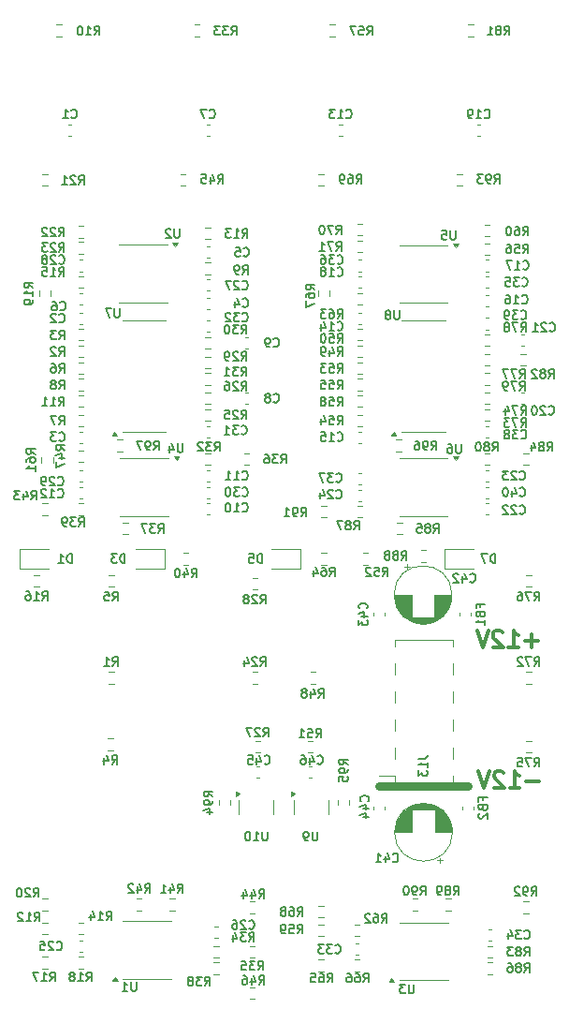
<source format=gbr>
%TF.GenerationSoftware,KiCad,Pcbnew,8.0.0*%
%TF.CreationDate,2024-08-29T00:26:00-07:00*%
%TF.ProjectId,veils_clone,7665696c-735f-4636-9c6f-6e652e6b6963,rev?*%
%TF.SameCoordinates,Original*%
%TF.FileFunction,Legend,Bot*%
%TF.FilePolarity,Positive*%
%FSLAX46Y46*%
G04 Gerber Fmt 4.6, Leading zero omitted, Abs format (unit mm)*
G04 Created by KiCad (PCBNEW 8.0.0) date 2024-08-29 00:26:00*
%MOMM*%
%LPD*%
G01*
G04 APERTURE LIST*
%ADD10C,0.300000*%
%ADD11C,0.800000*%
%ADD12C,0.150000*%
%ADD13C,0.120000*%
G04 APERTURE END LIST*
D10*
X112845489Y-116429400D02*
X111702632Y-116429400D01*
X112274060Y-117000828D02*
X112274060Y-115857971D01*
X110202631Y-117000828D02*
X111059774Y-117000828D01*
X110631203Y-117000828D02*
X110631203Y-115500828D01*
X110631203Y-115500828D02*
X110774060Y-115715114D01*
X110774060Y-115715114D02*
X110916917Y-115857971D01*
X110916917Y-115857971D02*
X111059774Y-115929400D01*
X109631203Y-115643685D02*
X109559775Y-115572257D01*
X109559775Y-115572257D02*
X109416918Y-115500828D01*
X109416918Y-115500828D02*
X109059775Y-115500828D01*
X109059775Y-115500828D02*
X108916918Y-115572257D01*
X108916918Y-115572257D02*
X108845489Y-115643685D01*
X108845489Y-115643685D02*
X108774060Y-115786542D01*
X108774060Y-115786542D02*
X108774060Y-115929400D01*
X108774060Y-115929400D02*
X108845489Y-116143685D01*
X108845489Y-116143685D02*
X109702632Y-117000828D01*
X109702632Y-117000828D02*
X108774060Y-117000828D01*
X108345489Y-115500828D02*
X107845489Y-117000828D01*
X107845489Y-117000828D02*
X107345489Y-115500828D01*
X112945489Y-129129400D02*
X111802632Y-129129400D01*
X110302631Y-129700828D02*
X111159774Y-129700828D01*
X110731203Y-129700828D02*
X110731203Y-128200828D01*
X110731203Y-128200828D02*
X110874060Y-128415114D01*
X110874060Y-128415114D02*
X111016917Y-128557971D01*
X111016917Y-128557971D02*
X111159774Y-128629400D01*
X109731203Y-128343685D02*
X109659775Y-128272257D01*
X109659775Y-128272257D02*
X109516918Y-128200828D01*
X109516918Y-128200828D02*
X109159775Y-128200828D01*
X109159775Y-128200828D02*
X109016918Y-128272257D01*
X109016918Y-128272257D02*
X108945489Y-128343685D01*
X108945489Y-128343685D02*
X108874060Y-128486542D01*
X108874060Y-128486542D02*
X108874060Y-128629400D01*
X108874060Y-128629400D02*
X108945489Y-128843685D01*
X108945489Y-128843685D02*
X109802632Y-129700828D01*
X109802632Y-129700828D02*
X108874060Y-129700828D01*
X108445489Y-128200828D02*
X107945489Y-129700828D01*
X107945489Y-129700828D02*
X107445489Y-128200828D01*
D11*
X106500000Y-129500000D02*
X98500000Y-129500000D01*
D12*
X78514285Y-106662295D02*
X78780952Y-106281342D01*
X78971428Y-106662295D02*
X78971428Y-105862295D01*
X78971428Y-105862295D02*
X78666666Y-105862295D01*
X78666666Y-105862295D02*
X78590476Y-105900390D01*
X78590476Y-105900390D02*
X78552381Y-105938485D01*
X78552381Y-105938485D02*
X78514285Y-106014676D01*
X78514285Y-106014676D02*
X78514285Y-106128961D01*
X78514285Y-106128961D02*
X78552381Y-106205152D01*
X78552381Y-106205152D02*
X78590476Y-106243247D01*
X78590476Y-106243247D02*
X78666666Y-106281342D01*
X78666666Y-106281342D02*
X78971428Y-106281342D01*
X78247619Y-105862295D02*
X77752381Y-105862295D01*
X77752381Y-105862295D02*
X78019047Y-106167057D01*
X78019047Y-106167057D02*
X77904762Y-106167057D01*
X77904762Y-106167057D02*
X77828571Y-106205152D01*
X77828571Y-106205152D02*
X77790476Y-106243247D01*
X77790476Y-106243247D02*
X77752381Y-106319438D01*
X77752381Y-106319438D02*
X77752381Y-106509914D01*
X77752381Y-106509914D02*
X77790476Y-106586104D01*
X77790476Y-106586104D02*
X77828571Y-106624200D01*
X77828571Y-106624200D02*
X77904762Y-106662295D01*
X77904762Y-106662295D02*
X78133333Y-106662295D01*
X78133333Y-106662295D02*
X78209524Y-106624200D01*
X78209524Y-106624200D02*
X78247619Y-106586104D01*
X77485714Y-105862295D02*
X76952380Y-105862295D01*
X76952380Y-105862295D02*
X77295238Y-106662295D01*
X113814285Y-95886104D02*
X113852381Y-95924200D01*
X113852381Y-95924200D02*
X113966666Y-95962295D01*
X113966666Y-95962295D02*
X114042857Y-95962295D01*
X114042857Y-95962295D02*
X114157143Y-95924200D01*
X114157143Y-95924200D02*
X114233333Y-95848009D01*
X114233333Y-95848009D02*
X114271428Y-95771819D01*
X114271428Y-95771819D02*
X114309524Y-95619438D01*
X114309524Y-95619438D02*
X114309524Y-95505152D01*
X114309524Y-95505152D02*
X114271428Y-95352771D01*
X114271428Y-95352771D02*
X114233333Y-95276580D01*
X114233333Y-95276580D02*
X114157143Y-95200390D01*
X114157143Y-95200390D02*
X114042857Y-95162295D01*
X114042857Y-95162295D02*
X113966666Y-95162295D01*
X113966666Y-95162295D02*
X113852381Y-95200390D01*
X113852381Y-95200390D02*
X113814285Y-95238485D01*
X113509524Y-95238485D02*
X113471428Y-95200390D01*
X113471428Y-95200390D02*
X113395238Y-95162295D01*
X113395238Y-95162295D02*
X113204762Y-95162295D01*
X113204762Y-95162295D02*
X113128571Y-95200390D01*
X113128571Y-95200390D02*
X113090476Y-95238485D01*
X113090476Y-95238485D02*
X113052381Y-95314676D01*
X113052381Y-95314676D02*
X113052381Y-95390866D01*
X113052381Y-95390866D02*
X113090476Y-95505152D01*
X113090476Y-95505152D02*
X113547619Y-95962295D01*
X113547619Y-95962295D02*
X113052381Y-95962295D01*
X112557142Y-95162295D02*
X112480952Y-95162295D01*
X112480952Y-95162295D02*
X112404761Y-95200390D01*
X112404761Y-95200390D02*
X112366666Y-95238485D01*
X112366666Y-95238485D02*
X112328571Y-95314676D01*
X112328571Y-95314676D02*
X112290476Y-95467057D01*
X112290476Y-95467057D02*
X112290476Y-95657533D01*
X112290476Y-95657533D02*
X112328571Y-95809914D01*
X112328571Y-95809914D02*
X112366666Y-95886104D01*
X112366666Y-95886104D02*
X112404761Y-95924200D01*
X112404761Y-95924200D02*
X112480952Y-95962295D01*
X112480952Y-95962295D02*
X112557142Y-95962295D01*
X112557142Y-95962295D02*
X112633333Y-95924200D01*
X112633333Y-95924200D02*
X112671428Y-95886104D01*
X112671428Y-95886104D02*
X112709523Y-95809914D01*
X112709523Y-95809914D02*
X112747619Y-95657533D01*
X112747619Y-95657533D02*
X112747619Y-95467057D01*
X112747619Y-95467057D02*
X112709523Y-95314676D01*
X112709523Y-95314676D02*
X112671428Y-95238485D01*
X112671428Y-95238485D02*
X112633333Y-95200390D01*
X112633333Y-95200390D02*
X112557142Y-95162295D01*
X91114285Y-141262295D02*
X91380952Y-140881342D01*
X91571428Y-141262295D02*
X91571428Y-140462295D01*
X91571428Y-140462295D02*
X91266666Y-140462295D01*
X91266666Y-140462295D02*
X91190476Y-140500390D01*
X91190476Y-140500390D02*
X91152381Y-140538485D01*
X91152381Y-140538485D02*
X91114285Y-140614676D01*
X91114285Y-140614676D02*
X91114285Y-140728961D01*
X91114285Y-140728961D02*
X91152381Y-140805152D01*
X91152381Y-140805152D02*
X91190476Y-140843247D01*
X91190476Y-140843247D02*
X91266666Y-140881342D01*
X91266666Y-140881342D02*
X91571428Y-140881342D01*
X90428571Y-140462295D02*
X90580952Y-140462295D01*
X90580952Y-140462295D02*
X90657143Y-140500390D01*
X90657143Y-140500390D02*
X90695238Y-140538485D01*
X90695238Y-140538485D02*
X90771428Y-140652771D01*
X90771428Y-140652771D02*
X90809524Y-140805152D01*
X90809524Y-140805152D02*
X90809524Y-141109914D01*
X90809524Y-141109914D02*
X90771428Y-141186104D01*
X90771428Y-141186104D02*
X90733333Y-141224200D01*
X90733333Y-141224200D02*
X90657143Y-141262295D01*
X90657143Y-141262295D02*
X90504762Y-141262295D01*
X90504762Y-141262295D02*
X90428571Y-141224200D01*
X90428571Y-141224200D02*
X90390476Y-141186104D01*
X90390476Y-141186104D02*
X90352381Y-141109914D01*
X90352381Y-141109914D02*
X90352381Y-140919438D01*
X90352381Y-140919438D02*
X90390476Y-140843247D01*
X90390476Y-140843247D02*
X90428571Y-140805152D01*
X90428571Y-140805152D02*
X90504762Y-140767057D01*
X90504762Y-140767057D02*
X90657143Y-140767057D01*
X90657143Y-140767057D02*
X90733333Y-140805152D01*
X90733333Y-140805152D02*
X90771428Y-140843247D01*
X90771428Y-140843247D02*
X90809524Y-140919438D01*
X89895238Y-140805152D02*
X89971428Y-140767057D01*
X89971428Y-140767057D02*
X90009523Y-140728961D01*
X90009523Y-140728961D02*
X90047619Y-140652771D01*
X90047619Y-140652771D02*
X90047619Y-140614676D01*
X90047619Y-140614676D02*
X90009523Y-140538485D01*
X90009523Y-140538485D02*
X89971428Y-140500390D01*
X89971428Y-140500390D02*
X89895238Y-140462295D01*
X89895238Y-140462295D02*
X89742857Y-140462295D01*
X89742857Y-140462295D02*
X89666666Y-140500390D01*
X89666666Y-140500390D02*
X89628571Y-140538485D01*
X89628571Y-140538485D02*
X89590476Y-140614676D01*
X89590476Y-140614676D02*
X89590476Y-140652771D01*
X89590476Y-140652771D02*
X89628571Y-140728961D01*
X89628571Y-140728961D02*
X89666666Y-140767057D01*
X89666666Y-140767057D02*
X89742857Y-140805152D01*
X89742857Y-140805152D02*
X89895238Y-140805152D01*
X89895238Y-140805152D02*
X89971428Y-140843247D01*
X89971428Y-140843247D02*
X90009523Y-140881342D01*
X90009523Y-140881342D02*
X90047619Y-140957533D01*
X90047619Y-140957533D02*
X90047619Y-141109914D01*
X90047619Y-141109914D02*
X90009523Y-141186104D01*
X90009523Y-141186104D02*
X89971428Y-141224200D01*
X89971428Y-141224200D02*
X89895238Y-141262295D01*
X89895238Y-141262295D02*
X89742857Y-141262295D01*
X89742857Y-141262295D02*
X89666666Y-141224200D01*
X89666666Y-141224200D02*
X89628571Y-141186104D01*
X89628571Y-141186104D02*
X89590476Y-141109914D01*
X89590476Y-141109914D02*
X89590476Y-140957533D01*
X89590476Y-140957533D02*
X89628571Y-140881342D01*
X89628571Y-140881342D02*
X89666666Y-140843247D01*
X89666666Y-140843247D02*
X89742857Y-140805152D01*
X83432295Y-130485714D02*
X83051342Y-130219047D01*
X83432295Y-130028571D02*
X82632295Y-130028571D01*
X82632295Y-130028571D02*
X82632295Y-130333333D01*
X82632295Y-130333333D02*
X82670390Y-130409523D01*
X82670390Y-130409523D02*
X82708485Y-130447618D01*
X82708485Y-130447618D02*
X82784676Y-130485714D01*
X82784676Y-130485714D02*
X82898961Y-130485714D01*
X82898961Y-130485714D02*
X82975152Y-130447618D01*
X82975152Y-130447618D02*
X83013247Y-130409523D01*
X83013247Y-130409523D02*
X83051342Y-130333333D01*
X83051342Y-130333333D02*
X83051342Y-130028571D01*
X83432295Y-130866666D02*
X83432295Y-131019047D01*
X83432295Y-131019047D02*
X83394200Y-131095237D01*
X83394200Y-131095237D02*
X83356104Y-131133333D01*
X83356104Y-131133333D02*
X83241819Y-131209523D01*
X83241819Y-131209523D02*
X83089438Y-131247618D01*
X83089438Y-131247618D02*
X82784676Y-131247618D01*
X82784676Y-131247618D02*
X82708485Y-131209523D01*
X82708485Y-131209523D02*
X82670390Y-131171428D01*
X82670390Y-131171428D02*
X82632295Y-131095237D01*
X82632295Y-131095237D02*
X82632295Y-130942856D01*
X82632295Y-130942856D02*
X82670390Y-130866666D01*
X82670390Y-130866666D02*
X82708485Y-130828571D01*
X82708485Y-130828571D02*
X82784676Y-130790475D01*
X82784676Y-130790475D02*
X82975152Y-130790475D01*
X82975152Y-130790475D02*
X83051342Y-130828571D01*
X83051342Y-130828571D02*
X83089438Y-130866666D01*
X83089438Y-130866666D02*
X83127533Y-130942856D01*
X83127533Y-130942856D02*
X83127533Y-131095237D01*
X83127533Y-131095237D02*
X83089438Y-131171428D01*
X83089438Y-131171428D02*
X83051342Y-131209523D01*
X83051342Y-131209523D02*
X82975152Y-131247618D01*
X82898961Y-131933333D02*
X83432295Y-131933333D01*
X82594200Y-131742857D02*
X83165628Y-131552380D01*
X83165628Y-131552380D02*
X83165628Y-132047619D01*
X88390474Y-133662294D02*
X88390474Y-134309913D01*
X88390474Y-134309913D02*
X88352379Y-134386103D01*
X88352379Y-134386103D02*
X88314284Y-134424199D01*
X88314284Y-134424199D02*
X88238093Y-134462294D01*
X88238093Y-134462294D02*
X88085712Y-134462294D01*
X88085712Y-134462294D02*
X88009522Y-134424199D01*
X88009522Y-134424199D02*
X87971427Y-134386103D01*
X87971427Y-134386103D02*
X87933331Y-134309913D01*
X87933331Y-134309913D02*
X87933331Y-133662294D01*
X87133332Y-134462294D02*
X87590475Y-134462294D01*
X87361903Y-134462294D02*
X87361903Y-133662294D01*
X87361903Y-133662294D02*
X87438094Y-133776579D01*
X87438094Y-133776579D02*
X87514284Y-133852770D01*
X87514284Y-133852770D02*
X87590475Y-133890865D01*
X86638093Y-133662294D02*
X86561903Y-133662294D01*
X86561903Y-133662294D02*
X86485712Y-133700389D01*
X86485712Y-133700389D02*
X86447617Y-133738484D01*
X86447617Y-133738484D02*
X86409522Y-133814675D01*
X86409522Y-133814675D02*
X86371427Y-133967056D01*
X86371427Y-133967056D02*
X86371427Y-134157532D01*
X86371427Y-134157532D02*
X86409522Y-134309913D01*
X86409522Y-134309913D02*
X86447617Y-134386103D01*
X86447617Y-134386103D02*
X86485712Y-134424199D01*
X86485712Y-134424199D02*
X86561903Y-134462294D01*
X86561903Y-134462294D02*
X86638093Y-134462294D01*
X86638093Y-134462294D02*
X86714284Y-134424199D01*
X86714284Y-134424199D02*
X86752379Y-134386103D01*
X86752379Y-134386103D02*
X86790474Y-134309913D01*
X86790474Y-134309913D02*
X86828570Y-134157532D01*
X86828570Y-134157532D02*
X86828570Y-133967056D01*
X86828570Y-133967056D02*
X86790474Y-133814675D01*
X86790474Y-133814675D02*
X86752379Y-133738484D01*
X86752379Y-133738484D02*
X86714284Y-133700389D01*
X86714284Y-133700389D02*
X86638093Y-133662294D01*
X86014285Y-93762295D02*
X86280952Y-93381342D01*
X86471428Y-93762295D02*
X86471428Y-92962295D01*
X86471428Y-92962295D02*
X86166666Y-92962295D01*
X86166666Y-92962295D02*
X86090476Y-93000390D01*
X86090476Y-93000390D02*
X86052381Y-93038485D01*
X86052381Y-93038485D02*
X86014285Y-93114676D01*
X86014285Y-93114676D02*
X86014285Y-93228961D01*
X86014285Y-93228961D02*
X86052381Y-93305152D01*
X86052381Y-93305152D02*
X86090476Y-93343247D01*
X86090476Y-93343247D02*
X86166666Y-93381342D01*
X86166666Y-93381342D02*
X86471428Y-93381342D01*
X85709524Y-93038485D02*
X85671428Y-93000390D01*
X85671428Y-93000390D02*
X85595238Y-92962295D01*
X85595238Y-92962295D02*
X85404762Y-92962295D01*
X85404762Y-92962295D02*
X85328571Y-93000390D01*
X85328571Y-93000390D02*
X85290476Y-93038485D01*
X85290476Y-93038485D02*
X85252381Y-93114676D01*
X85252381Y-93114676D02*
X85252381Y-93190866D01*
X85252381Y-93190866D02*
X85290476Y-93305152D01*
X85290476Y-93305152D02*
X85747619Y-93762295D01*
X85747619Y-93762295D02*
X85252381Y-93762295D01*
X84566666Y-92962295D02*
X84719047Y-92962295D01*
X84719047Y-92962295D02*
X84795238Y-93000390D01*
X84795238Y-93000390D02*
X84833333Y-93038485D01*
X84833333Y-93038485D02*
X84909523Y-93152771D01*
X84909523Y-93152771D02*
X84947619Y-93305152D01*
X84947619Y-93305152D02*
X84947619Y-93609914D01*
X84947619Y-93609914D02*
X84909523Y-93686104D01*
X84909523Y-93686104D02*
X84871428Y-93724200D01*
X84871428Y-93724200D02*
X84795238Y-93762295D01*
X84795238Y-93762295D02*
X84642857Y-93762295D01*
X84642857Y-93762295D02*
X84566666Y-93724200D01*
X84566666Y-93724200D02*
X84528571Y-93686104D01*
X84528571Y-93686104D02*
X84490476Y-93609914D01*
X84490476Y-93609914D02*
X84490476Y-93419438D01*
X84490476Y-93419438D02*
X84528571Y-93343247D01*
X84528571Y-93343247D02*
X84566666Y-93305152D01*
X84566666Y-93305152D02*
X84642857Y-93267057D01*
X84642857Y-93267057D02*
X84795238Y-93267057D01*
X84795238Y-93267057D02*
X84871428Y-93305152D01*
X84871428Y-93305152D02*
X84909523Y-93343247D01*
X84909523Y-93343247D02*
X84947619Y-93419438D01*
X87614285Y-139662295D02*
X87880952Y-139281342D01*
X88071428Y-139662295D02*
X88071428Y-138862295D01*
X88071428Y-138862295D02*
X87766666Y-138862295D01*
X87766666Y-138862295D02*
X87690476Y-138900390D01*
X87690476Y-138900390D02*
X87652381Y-138938485D01*
X87652381Y-138938485D02*
X87614285Y-139014676D01*
X87614285Y-139014676D02*
X87614285Y-139128961D01*
X87614285Y-139128961D02*
X87652381Y-139205152D01*
X87652381Y-139205152D02*
X87690476Y-139243247D01*
X87690476Y-139243247D02*
X87766666Y-139281342D01*
X87766666Y-139281342D02*
X88071428Y-139281342D01*
X86928571Y-139128961D02*
X86928571Y-139662295D01*
X87119047Y-138824200D02*
X87309524Y-139395628D01*
X87309524Y-139395628D02*
X86814285Y-139395628D01*
X86166666Y-139128961D02*
X86166666Y-139662295D01*
X86357142Y-138824200D02*
X86547619Y-139395628D01*
X86547619Y-139395628D02*
X86052380Y-139395628D01*
X86014285Y-96362295D02*
X86280952Y-95981342D01*
X86471428Y-96362295D02*
X86471428Y-95562295D01*
X86471428Y-95562295D02*
X86166666Y-95562295D01*
X86166666Y-95562295D02*
X86090476Y-95600390D01*
X86090476Y-95600390D02*
X86052381Y-95638485D01*
X86052381Y-95638485D02*
X86014285Y-95714676D01*
X86014285Y-95714676D02*
X86014285Y-95828961D01*
X86014285Y-95828961D02*
X86052381Y-95905152D01*
X86052381Y-95905152D02*
X86090476Y-95943247D01*
X86090476Y-95943247D02*
X86166666Y-95981342D01*
X86166666Y-95981342D02*
X86471428Y-95981342D01*
X85709524Y-95638485D02*
X85671428Y-95600390D01*
X85671428Y-95600390D02*
X85595238Y-95562295D01*
X85595238Y-95562295D02*
X85404762Y-95562295D01*
X85404762Y-95562295D02*
X85328571Y-95600390D01*
X85328571Y-95600390D02*
X85290476Y-95638485D01*
X85290476Y-95638485D02*
X85252381Y-95714676D01*
X85252381Y-95714676D02*
X85252381Y-95790866D01*
X85252381Y-95790866D02*
X85290476Y-95905152D01*
X85290476Y-95905152D02*
X85747619Y-96362295D01*
X85747619Y-96362295D02*
X85252381Y-96362295D01*
X84528571Y-95562295D02*
X84909523Y-95562295D01*
X84909523Y-95562295D02*
X84947619Y-95943247D01*
X84947619Y-95943247D02*
X84909523Y-95905152D01*
X84909523Y-95905152D02*
X84833333Y-95867057D01*
X84833333Y-95867057D02*
X84642857Y-95867057D01*
X84642857Y-95867057D02*
X84566666Y-95905152D01*
X84566666Y-95905152D02*
X84528571Y-95943247D01*
X84528571Y-95943247D02*
X84490476Y-96019438D01*
X84490476Y-96019438D02*
X84490476Y-96209914D01*
X84490476Y-96209914D02*
X84528571Y-96286104D01*
X84528571Y-96286104D02*
X84566666Y-96324200D01*
X84566666Y-96324200D02*
X84642857Y-96362295D01*
X84642857Y-96362295D02*
X84833333Y-96362295D01*
X84833333Y-96362295D02*
X84909523Y-96324200D01*
X84909523Y-96324200D02*
X84947619Y-96286104D01*
X67014285Y-103662295D02*
X67280952Y-103281342D01*
X67471428Y-103662295D02*
X67471428Y-102862295D01*
X67471428Y-102862295D02*
X67166666Y-102862295D01*
X67166666Y-102862295D02*
X67090476Y-102900390D01*
X67090476Y-102900390D02*
X67052381Y-102938485D01*
X67052381Y-102938485D02*
X67014285Y-103014676D01*
X67014285Y-103014676D02*
X67014285Y-103128961D01*
X67014285Y-103128961D02*
X67052381Y-103205152D01*
X67052381Y-103205152D02*
X67090476Y-103243247D01*
X67090476Y-103243247D02*
X67166666Y-103281342D01*
X67166666Y-103281342D02*
X67471428Y-103281342D01*
X66328571Y-103128961D02*
X66328571Y-103662295D01*
X66519047Y-102824200D02*
X66709524Y-103395628D01*
X66709524Y-103395628D02*
X66214285Y-103395628D01*
X65985714Y-102862295D02*
X65490476Y-102862295D01*
X65490476Y-102862295D02*
X65757142Y-103167057D01*
X65757142Y-103167057D02*
X65642857Y-103167057D01*
X65642857Y-103167057D02*
X65566666Y-103205152D01*
X65566666Y-103205152D02*
X65528571Y-103243247D01*
X65528571Y-103243247D02*
X65490476Y-103319438D01*
X65490476Y-103319438D02*
X65490476Y-103509914D01*
X65490476Y-103509914D02*
X65528571Y-103586104D01*
X65528571Y-103586104D02*
X65566666Y-103624200D01*
X65566666Y-103624200D02*
X65642857Y-103662295D01*
X65642857Y-103662295D02*
X65871428Y-103662295D01*
X65871428Y-103662295D02*
X65947619Y-103624200D01*
X65947619Y-103624200D02*
X65985714Y-103586104D01*
X94714285Y-82286104D02*
X94752381Y-82324200D01*
X94752381Y-82324200D02*
X94866666Y-82362295D01*
X94866666Y-82362295D02*
X94942857Y-82362295D01*
X94942857Y-82362295D02*
X95057143Y-82324200D01*
X95057143Y-82324200D02*
X95133333Y-82248009D01*
X95133333Y-82248009D02*
X95171428Y-82171819D01*
X95171428Y-82171819D02*
X95209524Y-82019438D01*
X95209524Y-82019438D02*
X95209524Y-81905152D01*
X95209524Y-81905152D02*
X95171428Y-81752771D01*
X95171428Y-81752771D02*
X95133333Y-81676580D01*
X95133333Y-81676580D02*
X95057143Y-81600390D01*
X95057143Y-81600390D02*
X94942857Y-81562295D01*
X94942857Y-81562295D02*
X94866666Y-81562295D01*
X94866666Y-81562295D02*
X94752381Y-81600390D01*
X94752381Y-81600390D02*
X94714285Y-81638485D01*
X94447619Y-81562295D02*
X93952381Y-81562295D01*
X93952381Y-81562295D02*
X94219047Y-81867057D01*
X94219047Y-81867057D02*
X94104762Y-81867057D01*
X94104762Y-81867057D02*
X94028571Y-81905152D01*
X94028571Y-81905152D02*
X93990476Y-81943247D01*
X93990476Y-81943247D02*
X93952381Y-82019438D01*
X93952381Y-82019438D02*
X93952381Y-82209914D01*
X93952381Y-82209914D02*
X93990476Y-82286104D01*
X93990476Y-82286104D02*
X94028571Y-82324200D01*
X94028571Y-82324200D02*
X94104762Y-82362295D01*
X94104762Y-82362295D02*
X94333333Y-82362295D01*
X94333333Y-82362295D02*
X94409524Y-82324200D01*
X94409524Y-82324200D02*
X94447619Y-82286104D01*
X93266666Y-81562295D02*
X93419047Y-81562295D01*
X93419047Y-81562295D02*
X93495238Y-81600390D01*
X93495238Y-81600390D02*
X93533333Y-81638485D01*
X93533333Y-81638485D02*
X93609523Y-81752771D01*
X93609523Y-81752771D02*
X93647619Y-81905152D01*
X93647619Y-81905152D02*
X93647619Y-82209914D01*
X93647619Y-82209914D02*
X93609523Y-82286104D01*
X93609523Y-82286104D02*
X93571428Y-82324200D01*
X93571428Y-82324200D02*
X93495238Y-82362295D01*
X93495238Y-82362295D02*
X93342857Y-82362295D01*
X93342857Y-82362295D02*
X93266666Y-82324200D01*
X93266666Y-82324200D02*
X93228571Y-82286104D01*
X93228571Y-82286104D02*
X93190476Y-82209914D01*
X93190476Y-82209914D02*
X93190476Y-82019438D01*
X93190476Y-82019438D02*
X93228571Y-81943247D01*
X93228571Y-81943247D02*
X93266666Y-81905152D01*
X93266666Y-81905152D02*
X93342857Y-81867057D01*
X93342857Y-81867057D02*
X93495238Y-81867057D01*
X93495238Y-81867057D02*
X93571428Y-81905152D01*
X93571428Y-81905152D02*
X93609523Y-81943247D01*
X93609523Y-81943247D02*
X93647619Y-82019438D01*
X111314285Y-87286104D02*
X111352381Y-87324200D01*
X111352381Y-87324200D02*
X111466666Y-87362295D01*
X111466666Y-87362295D02*
X111542857Y-87362295D01*
X111542857Y-87362295D02*
X111657143Y-87324200D01*
X111657143Y-87324200D02*
X111733333Y-87248009D01*
X111733333Y-87248009D02*
X111771428Y-87171819D01*
X111771428Y-87171819D02*
X111809524Y-87019438D01*
X111809524Y-87019438D02*
X111809524Y-86905152D01*
X111809524Y-86905152D02*
X111771428Y-86752771D01*
X111771428Y-86752771D02*
X111733333Y-86676580D01*
X111733333Y-86676580D02*
X111657143Y-86600390D01*
X111657143Y-86600390D02*
X111542857Y-86562295D01*
X111542857Y-86562295D02*
X111466666Y-86562295D01*
X111466666Y-86562295D02*
X111352381Y-86600390D01*
X111352381Y-86600390D02*
X111314285Y-86638485D01*
X111047619Y-86562295D02*
X110552381Y-86562295D01*
X110552381Y-86562295D02*
X110819047Y-86867057D01*
X110819047Y-86867057D02*
X110704762Y-86867057D01*
X110704762Y-86867057D02*
X110628571Y-86905152D01*
X110628571Y-86905152D02*
X110590476Y-86943247D01*
X110590476Y-86943247D02*
X110552381Y-87019438D01*
X110552381Y-87019438D02*
X110552381Y-87209914D01*
X110552381Y-87209914D02*
X110590476Y-87286104D01*
X110590476Y-87286104D02*
X110628571Y-87324200D01*
X110628571Y-87324200D02*
X110704762Y-87362295D01*
X110704762Y-87362295D02*
X110933333Y-87362295D01*
X110933333Y-87362295D02*
X111009524Y-87324200D01*
X111009524Y-87324200D02*
X111047619Y-87286104D01*
X110171428Y-87362295D02*
X110019047Y-87362295D01*
X110019047Y-87362295D02*
X109942857Y-87324200D01*
X109942857Y-87324200D02*
X109904761Y-87286104D01*
X109904761Y-87286104D02*
X109828571Y-87171819D01*
X109828571Y-87171819D02*
X109790476Y-87019438D01*
X109790476Y-87019438D02*
X109790476Y-86714676D01*
X109790476Y-86714676D02*
X109828571Y-86638485D01*
X109828571Y-86638485D02*
X109866666Y-86600390D01*
X109866666Y-86600390D02*
X109942857Y-86562295D01*
X109942857Y-86562295D02*
X110095238Y-86562295D01*
X110095238Y-86562295D02*
X110171428Y-86600390D01*
X110171428Y-86600390D02*
X110209523Y-86638485D01*
X110209523Y-86638485D02*
X110247619Y-86714676D01*
X110247619Y-86714676D02*
X110247619Y-86905152D01*
X110247619Y-86905152D02*
X110209523Y-86981342D01*
X110209523Y-86981342D02*
X110171428Y-87019438D01*
X110171428Y-87019438D02*
X110095238Y-87057533D01*
X110095238Y-87057533D02*
X109942857Y-87057533D01*
X109942857Y-87057533D02*
X109866666Y-87019438D01*
X109866666Y-87019438D02*
X109828571Y-86981342D01*
X109828571Y-86981342D02*
X109790476Y-86905152D01*
X69533332Y-98286104D02*
X69571428Y-98324200D01*
X69571428Y-98324200D02*
X69685713Y-98362295D01*
X69685713Y-98362295D02*
X69761904Y-98362295D01*
X69761904Y-98362295D02*
X69876190Y-98324200D01*
X69876190Y-98324200D02*
X69952380Y-98248009D01*
X69952380Y-98248009D02*
X69990475Y-98171819D01*
X69990475Y-98171819D02*
X70028571Y-98019438D01*
X70028571Y-98019438D02*
X70028571Y-97905152D01*
X70028571Y-97905152D02*
X69990475Y-97752771D01*
X69990475Y-97752771D02*
X69952380Y-97676580D01*
X69952380Y-97676580D02*
X69876190Y-97600390D01*
X69876190Y-97600390D02*
X69761904Y-97562295D01*
X69761904Y-97562295D02*
X69685713Y-97562295D01*
X69685713Y-97562295D02*
X69571428Y-97600390D01*
X69571428Y-97600390D02*
X69533332Y-97638485D01*
X69266666Y-97562295D02*
X68771428Y-97562295D01*
X68771428Y-97562295D02*
X69038094Y-97867057D01*
X69038094Y-97867057D02*
X68923809Y-97867057D01*
X68923809Y-97867057D02*
X68847618Y-97905152D01*
X68847618Y-97905152D02*
X68809523Y-97943247D01*
X68809523Y-97943247D02*
X68771428Y-98019438D01*
X68771428Y-98019438D02*
X68771428Y-98209914D01*
X68771428Y-98209914D02*
X68809523Y-98286104D01*
X68809523Y-98286104D02*
X68847618Y-98324200D01*
X68847618Y-98324200D02*
X68923809Y-98362295D01*
X68923809Y-98362295D02*
X69152380Y-98362295D01*
X69152380Y-98362295D02*
X69228571Y-98324200D01*
X69228571Y-98324200D02*
X69266666Y-98286104D01*
X111314285Y-98086104D02*
X111352381Y-98124200D01*
X111352381Y-98124200D02*
X111466666Y-98162295D01*
X111466666Y-98162295D02*
X111542857Y-98162295D01*
X111542857Y-98162295D02*
X111657143Y-98124200D01*
X111657143Y-98124200D02*
X111733333Y-98048009D01*
X111733333Y-98048009D02*
X111771428Y-97971819D01*
X111771428Y-97971819D02*
X111809524Y-97819438D01*
X111809524Y-97819438D02*
X111809524Y-97705152D01*
X111809524Y-97705152D02*
X111771428Y-97552771D01*
X111771428Y-97552771D02*
X111733333Y-97476580D01*
X111733333Y-97476580D02*
X111657143Y-97400390D01*
X111657143Y-97400390D02*
X111542857Y-97362295D01*
X111542857Y-97362295D02*
X111466666Y-97362295D01*
X111466666Y-97362295D02*
X111352381Y-97400390D01*
X111352381Y-97400390D02*
X111314285Y-97438485D01*
X111047619Y-97362295D02*
X110552381Y-97362295D01*
X110552381Y-97362295D02*
X110819047Y-97667057D01*
X110819047Y-97667057D02*
X110704762Y-97667057D01*
X110704762Y-97667057D02*
X110628571Y-97705152D01*
X110628571Y-97705152D02*
X110590476Y-97743247D01*
X110590476Y-97743247D02*
X110552381Y-97819438D01*
X110552381Y-97819438D02*
X110552381Y-98009914D01*
X110552381Y-98009914D02*
X110590476Y-98086104D01*
X110590476Y-98086104D02*
X110628571Y-98124200D01*
X110628571Y-98124200D02*
X110704762Y-98162295D01*
X110704762Y-98162295D02*
X110933333Y-98162295D01*
X110933333Y-98162295D02*
X111009524Y-98124200D01*
X111009524Y-98124200D02*
X111047619Y-98086104D01*
X110095238Y-97705152D02*
X110171428Y-97667057D01*
X110171428Y-97667057D02*
X110209523Y-97628961D01*
X110209523Y-97628961D02*
X110247619Y-97552771D01*
X110247619Y-97552771D02*
X110247619Y-97514676D01*
X110247619Y-97514676D02*
X110209523Y-97438485D01*
X110209523Y-97438485D02*
X110171428Y-97400390D01*
X110171428Y-97400390D02*
X110095238Y-97362295D01*
X110095238Y-97362295D02*
X109942857Y-97362295D01*
X109942857Y-97362295D02*
X109866666Y-97400390D01*
X109866666Y-97400390D02*
X109828571Y-97438485D01*
X109828571Y-97438485D02*
X109790476Y-97514676D01*
X109790476Y-97514676D02*
X109790476Y-97552771D01*
X109790476Y-97552771D02*
X109828571Y-97628961D01*
X109828571Y-97628961D02*
X109866666Y-97667057D01*
X109866666Y-97667057D02*
X109942857Y-97705152D01*
X109942857Y-97705152D02*
X110095238Y-97705152D01*
X110095238Y-97705152D02*
X110171428Y-97743247D01*
X110171428Y-97743247D02*
X110209523Y-97781342D01*
X110209523Y-97781342D02*
X110247619Y-97857533D01*
X110247619Y-97857533D02*
X110247619Y-98009914D01*
X110247619Y-98009914D02*
X110209523Y-98086104D01*
X110209523Y-98086104D02*
X110171428Y-98124200D01*
X110171428Y-98124200D02*
X110095238Y-98162295D01*
X110095238Y-98162295D02*
X109942857Y-98162295D01*
X109942857Y-98162295D02*
X109866666Y-98124200D01*
X109866666Y-98124200D02*
X109828571Y-98086104D01*
X109828571Y-98086104D02*
X109790476Y-98009914D01*
X109790476Y-98009914D02*
X109790476Y-97857533D01*
X109790476Y-97857533D02*
X109828571Y-97781342D01*
X109828571Y-97781342D02*
X109866666Y-97743247D01*
X109866666Y-97743247D02*
X109942857Y-97705152D01*
X83614285Y-99262295D02*
X83880952Y-98881342D01*
X84071428Y-99262295D02*
X84071428Y-98462295D01*
X84071428Y-98462295D02*
X83766666Y-98462295D01*
X83766666Y-98462295D02*
X83690476Y-98500390D01*
X83690476Y-98500390D02*
X83652381Y-98538485D01*
X83652381Y-98538485D02*
X83614285Y-98614676D01*
X83614285Y-98614676D02*
X83614285Y-98728961D01*
X83614285Y-98728961D02*
X83652381Y-98805152D01*
X83652381Y-98805152D02*
X83690476Y-98843247D01*
X83690476Y-98843247D02*
X83766666Y-98881342D01*
X83766666Y-98881342D02*
X84071428Y-98881342D01*
X83347619Y-98462295D02*
X82852381Y-98462295D01*
X82852381Y-98462295D02*
X83119047Y-98767057D01*
X83119047Y-98767057D02*
X83004762Y-98767057D01*
X83004762Y-98767057D02*
X82928571Y-98805152D01*
X82928571Y-98805152D02*
X82890476Y-98843247D01*
X82890476Y-98843247D02*
X82852381Y-98919438D01*
X82852381Y-98919438D02*
X82852381Y-99109914D01*
X82852381Y-99109914D02*
X82890476Y-99186104D01*
X82890476Y-99186104D02*
X82928571Y-99224200D01*
X82928571Y-99224200D02*
X83004762Y-99262295D01*
X83004762Y-99262295D02*
X83233333Y-99262295D01*
X83233333Y-99262295D02*
X83309524Y-99224200D01*
X83309524Y-99224200D02*
X83347619Y-99186104D01*
X82547619Y-98538485D02*
X82509523Y-98500390D01*
X82509523Y-98500390D02*
X82433333Y-98462295D01*
X82433333Y-98462295D02*
X82242857Y-98462295D01*
X82242857Y-98462295D02*
X82166666Y-98500390D01*
X82166666Y-98500390D02*
X82128571Y-98538485D01*
X82128571Y-98538485D02*
X82090476Y-98614676D01*
X82090476Y-98614676D02*
X82090476Y-98690866D01*
X82090476Y-98690866D02*
X82128571Y-98805152D01*
X82128571Y-98805152D02*
X82585714Y-99262295D01*
X82585714Y-99262295D02*
X82090476Y-99262295D01*
X105214285Y-139362295D02*
X105480952Y-138981342D01*
X105671428Y-139362295D02*
X105671428Y-138562295D01*
X105671428Y-138562295D02*
X105366666Y-138562295D01*
X105366666Y-138562295D02*
X105290476Y-138600390D01*
X105290476Y-138600390D02*
X105252381Y-138638485D01*
X105252381Y-138638485D02*
X105214285Y-138714676D01*
X105214285Y-138714676D02*
X105214285Y-138828961D01*
X105214285Y-138828961D02*
X105252381Y-138905152D01*
X105252381Y-138905152D02*
X105290476Y-138943247D01*
X105290476Y-138943247D02*
X105366666Y-138981342D01*
X105366666Y-138981342D02*
X105671428Y-138981342D01*
X104757143Y-138905152D02*
X104833333Y-138867057D01*
X104833333Y-138867057D02*
X104871428Y-138828961D01*
X104871428Y-138828961D02*
X104909524Y-138752771D01*
X104909524Y-138752771D02*
X104909524Y-138714676D01*
X104909524Y-138714676D02*
X104871428Y-138638485D01*
X104871428Y-138638485D02*
X104833333Y-138600390D01*
X104833333Y-138600390D02*
X104757143Y-138562295D01*
X104757143Y-138562295D02*
X104604762Y-138562295D01*
X104604762Y-138562295D02*
X104528571Y-138600390D01*
X104528571Y-138600390D02*
X104490476Y-138638485D01*
X104490476Y-138638485D02*
X104452381Y-138714676D01*
X104452381Y-138714676D02*
X104452381Y-138752771D01*
X104452381Y-138752771D02*
X104490476Y-138828961D01*
X104490476Y-138828961D02*
X104528571Y-138867057D01*
X104528571Y-138867057D02*
X104604762Y-138905152D01*
X104604762Y-138905152D02*
X104757143Y-138905152D01*
X104757143Y-138905152D02*
X104833333Y-138943247D01*
X104833333Y-138943247D02*
X104871428Y-138981342D01*
X104871428Y-138981342D02*
X104909524Y-139057533D01*
X104909524Y-139057533D02*
X104909524Y-139209914D01*
X104909524Y-139209914D02*
X104871428Y-139286104D01*
X104871428Y-139286104D02*
X104833333Y-139324200D01*
X104833333Y-139324200D02*
X104757143Y-139362295D01*
X104757143Y-139362295D02*
X104604762Y-139362295D01*
X104604762Y-139362295D02*
X104528571Y-139324200D01*
X104528571Y-139324200D02*
X104490476Y-139286104D01*
X104490476Y-139286104D02*
X104452381Y-139209914D01*
X104452381Y-139209914D02*
X104452381Y-139057533D01*
X104452381Y-139057533D02*
X104490476Y-138981342D01*
X104490476Y-138981342D02*
X104528571Y-138943247D01*
X104528571Y-138943247D02*
X104604762Y-138905152D01*
X104071428Y-139362295D02*
X103919047Y-139362295D01*
X103919047Y-139362295D02*
X103842857Y-139324200D01*
X103842857Y-139324200D02*
X103804761Y-139286104D01*
X103804761Y-139286104D02*
X103728571Y-139171819D01*
X103728571Y-139171819D02*
X103690476Y-139019438D01*
X103690476Y-139019438D02*
X103690476Y-138714676D01*
X103690476Y-138714676D02*
X103728571Y-138638485D01*
X103728571Y-138638485D02*
X103766666Y-138600390D01*
X103766666Y-138600390D02*
X103842857Y-138562295D01*
X103842857Y-138562295D02*
X103995238Y-138562295D01*
X103995238Y-138562295D02*
X104071428Y-138600390D01*
X104071428Y-138600390D02*
X104109523Y-138638485D01*
X104109523Y-138638485D02*
X104147619Y-138714676D01*
X104147619Y-138714676D02*
X104147619Y-138905152D01*
X104147619Y-138905152D02*
X104109523Y-138981342D01*
X104109523Y-138981342D02*
X104071428Y-139019438D01*
X104071428Y-139019438D02*
X103995238Y-139057533D01*
X103995238Y-139057533D02*
X103842857Y-139057533D01*
X103842857Y-139057533D02*
X103766666Y-139019438D01*
X103766666Y-139019438D02*
X103728571Y-138981342D01*
X103728571Y-138981342D02*
X103690476Y-138905152D01*
X86014285Y-91062295D02*
X86280952Y-90681342D01*
X86471428Y-91062295D02*
X86471428Y-90262295D01*
X86471428Y-90262295D02*
X86166666Y-90262295D01*
X86166666Y-90262295D02*
X86090476Y-90300390D01*
X86090476Y-90300390D02*
X86052381Y-90338485D01*
X86052381Y-90338485D02*
X86014285Y-90414676D01*
X86014285Y-90414676D02*
X86014285Y-90528961D01*
X86014285Y-90528961D02*
X86052381Y-90605152D01*
X86052381Y-90605152D02*
X86090476Y-90643247D01*
X86090476Y-90643247D02*
X86166666Y-90681342D01*
X86166666Y-90681342D02*
X86471428Y-90681342D01*
X85709524Y-90338485D02*
X85671428Y-90300390D01*
X85671428Y-90300390D02*
X85595238Y-90262295D01*
X85595238Y-90262295D02*
X85404762Y-90262295D01*
X85404762Y-90262295D02*
X85328571Y-90300390D01*
X85328571Y-90300390D02*
X85290476Y-90338485D01*
X85290476Y-90338485D02*
X85252381Y-90414676D01*
X85252381Y-90414676D02*
X85252381Y-90490866D01*
X85252381Y-90490866D02*
X85290476Y-90605152D01*
X85290476Y-90605152D02*
X85747619Y-91062295D01*
X85747619Y-91062295D02*
X85252381Y-91062295D01*
X84871428Y-91062295D02*
X84719047Y-91062295D01*
X84719047Y-91062295D02*
X84642857Y-91024200D01*
X84642857Y-91024200D02*
X84604761Y-90986104D01*
X84604761Y-90986104D02*
X84528571Y-90871819D01*
X84528571Y-90871819D02*
X84490476Y-90719438D01*
X84490476Y-90719438D02*
X84490476Y-90414676D01*
X84490476Y-90414676D02*
X84528571Y-90338485D01*
X84528571Y-90338485D02*
X84566666Y-90300390D01*
X84566666Y-90300390D02*
X84642857Y-90262295D01*
X84642857Y-90262295D02*
X84795238Y-90262295D01*
X84795238Y-90262295D02*
X84871428Y-90300390D01*
X84871428Y-90300390D02*
X84909523Y-90338485D01*
X84909523Y-90338485D02*
X84947619Y-90414676D01*
X84947619Y-90414676D02*
X84947619Y-90605152D01*
X84947619Y-90605152D02*
X84909523Y-90681342D01*
X84909523Y-90681342D02*
X84871428Y-90719438D01*
X84871428Y-90719438D02*
X84795238Y-90757533D01*
X84795238Y-90757533D02*
X84642857Y-90757533D01*
X84642857Y-90757533D02*
X84566666Y-90719438D01*
X84566666Y-90719438D02*
X84528571Y-90681342D01*
X84528571Y-90681342D02*
X84490476Y-90605152D01*
X94714285Y-90662295D02*
X94980952Y-90281342D01*
X95171428Y-90662295D02*
X95171428Y-89862295D01*
X95171428Y-89862295D02*
X94866666Y-89862295D01*
X94866666Y-89862295D02*
X94790476Y-89900390D01*
X94790476Y-89900390D02*
X94752381Y-89938485D01*
X94752381Y-89938485D02*
X94714285Y-90014676D01*
X94714285Y-90014676D02*
X94714285Y-90128961D01*
X94714285Y-90128961D02*
X94752381Y-90205152D01*
X94752381Y-90205152D02*
X94790476Y-90243247D01*
X94790476Y-90243247D02*
X94866666Y-90281342D01*
X94866666Y-90281342D02*
X95171428Y-90281342D01*
X94028571Y-90128961D02*
X94028571Y-90662295D01*
X94219047Y-89824200D02*
X94409524Y-90395628D01*
X94409524Y-90395628D02*
X93914285Y-90395628D01*
X93571428Y-90662295D02*
X93419047Y-90662295D01*
X93419047Y-90662295D02*
X93342857Y-90624200D01*
X93342857Y-90624200D02*
X93304761Y-90586104D01*
X93304761Y-90586104D02*
X93228571Y-90471819D01*
X93228571Y-90471819D02*
X93190476Y-90319438D01*
X93190476Y-90319438D02*
X93190476Y-90014676D01*
X93190476Y-90014676D02*
X93228571Y-89938485D01*
X93228571Y-89938485D02*
X93266666Y-89900390D01*
X93266666Y-89900390D02*
X93342857Y-89862295D01*
X93342857Y-89862295D02*
X93495238Y-89862295D01*
X93495238Y-89862295D02*
X93571428Y-89900390D01*
X93571428Y-89900390D02*
X93609523Y-89938485D01*
X93609523Y-89938485D02*
X93647619Y-90014676D01*
X93647619Y-90014676D02*
X93647619Y-90205152D01*
X93647619Y-90205152D02*
X93609523Y-90281342D01*
X93609523Y-90281342D02*
X93571428Y-90319438D01*
X93571428Y-90319438D02*
X93495238Y-90357533D01*
X93495238Y-90357533D02*
X93342857Y-90357533D01*
X93342857Y-90357533D02*
X93266666Y-90319438D01*
X93266666Y-90319438D02*
X93228571Y-90281342D01*
X93228571Y-90281342D02*
X93190476Y-90205152D01*
X94014285Y-110562295D02*
X94280952Y-110181342D01*
X94471428Y-110562295D02*
X94471428Y-109762295D01*
X94471428Y-109762295D02*
X94166666Y-109762295D01*
X94166666Y-109762295D02*
X94090476Y-109800390D01*
X94090476Y-109800390D02*
X94052381Y-109838485D01*
X94052381Y-109838485D02*
X94014285Y-109914676D01*
X94014285Y-109914676D02*
X94014285Y-110028961D01*
X94014285Y-110028961D02*
X94052381Y-110105152D01*
X94052381Y-110105152D02*
X94090476Y-110143247D01*
X94090476Y-110143247D02*
X94166666Y-110181342D01*
X94166666Y-110181342D02*
X94471428Y-110181342D01*
X93328571Y-109762295D02*
X93480952Y-109762295D01*
X93480952Y-109762295D02*
X93557143Y-109800390D01*
X93557143Y-109800390D02*
X93595238Y-109838485D01*
X93595238Y-109838485D02*
X93671428Y-109952771D01*
X93671428Y-109952771D02*
X93709524Y-110105152D01*
X93709524Y-110105152D02*
X93709524Y-110409914D01*
X93709524Y-110409914D02*
X93671428Y-110486104D01*
X93671428Y-110486104D02*
X93633333Y-110524200D01*
X93633333Y-110524200D02*
X93557143Y-110562295D01*
X93557143Y-110562295D02*
X93404762Y-110562295D01*
X93404762Y-110562295D02*
X93328571Y-110524200D01*
X93328571Y-110524200D02*
X93290476Y-110486104D01*
X93290476Y-110486104D02*
X93252381Y-110409914D01*
X93252381Y-110409914D02*
X93252381Y-110219438D01*
X93252381Y-110219438D02*
X93290476Y-110143247D01*
X93290476Y-110143247D02*
X93328571Y-110105152D01*
X93328571Y-110105152D02*
X93404762Y-110067057D01*
X93404762Y-110067057D02*
X93557143Y-110067057D01*
X93557143Y-110067057D02*
X93633333Y-110105152D01*
X93633333Y-110105152D02*
X93671428Y-110143247D01*
X93671428Y-110143247D02*
X93709524Y-110219438D01*
X92566666Y-110028961D02*
X92566666Y-110562295D01*
X92757142Y-109724200D02*
X92947619Y-110295628D01*
X92947619Y-110295628D02*
X92452380Y-110295628D01*
X106714285Y-111041217D02*
X106752381Y-111079313D01*
X106752381Y-111079313D02*
X106866666Y-111117408D01*
X106866666Y-111117408D02*
X106942857Y-111117408D01*
X106942857Y-111117408D02*
X107057143Y-111079313D01*
X107057143Y-111079313D02*
X107133333Y-111003122D01*
X107133333Y-111003122D02*
X107171428Y-110926932D01*
X107171428Y-110926932D02*
X107209524Y-110774551D01*
X107209524Y-110774551D02*
X107209524Y-110660265D01*
X107209524Y-110660265D02*
X107171428Y-110507884D01*
X107171428Y-110507884D02*
X107133333Y-110431693D01*
X107133333Y-110431693D02*
X107057143Y-110355503D01*
X107057143Y-110355503D02*
X106942857Y-110317408D01*
X106942857Y-110317408D02*
X106866666Y-110317408D01*
X106866666Y-110317408D02*
X106752381Y-110355503D01*
X106752381Y-110355503D02*
X106714285Y-110393598D01*
X106028571Y-110584074D02*
X106028571Y-111117408D01*
X106219047Y-110279313D02*
X106409524Y-110850741D01*
X106409524Y-110850741D02*
X105914285Y-110850741D01*
X105647619Y-110393598D02*
X105609523Y-110355503D01*
X105609523Y-110355503D02*
X105533333Y-110317408D01*
X105533333Y-110317408D02*
X105342857Y-110317408D01*
X105342857Y-110317408D02*
X105266666Y-110355503D01*
X105266666Y-110355503D02*
X105228571Y-110393598D01*
X105228571Y-110393598D02*
X105190476Y-110469789D01*
X105190476Y-110469789D02*
X105190476Y-110545979D01*
X105190476Y-110545979D02*
X105228571Y-110660265D01*
X105228571Y-110660265D02*
X105685714Y-111117408D01*
X105685714Y-111117408D02*
X105190476Y-111117408D01*
X72714285Y-61662295D02*
X72980952Y-61281342D01*
X73171428Y-61662295D02*
X73171428Y-60862295D01*
X73171428Y-60862295D02*
X72866666Y-60862295D01*
X72866666Y-60862295D02*
X72790476Y-60900390D01*
X72790476Y-60900390D02*
X72752381Y-60938485D01*
X72752381Y-60938485D02*
X72714285Y-61014676D01*
X72714285Y-61014676D02*
X72714285Y-61128961D01*
X72714285Y-61128961D02*
X72752381Y-61205152D01*
X72752381Y-61205152D02*
X72790476Y-61243247D01*
X72790476Y-61243247D02*
X72866666Y-61281342D01*
X72866666Y-61281342D02*
X73171428Y-61281342D01*
X71952381Y-61662295D02*
X72409524Y-61662295D01*
X72180952Y-61662295D02*
X72180952Y-60862295D01*
X72180952Y-60862295D02*
X72257143Y-60976580D01*
X72257143Y-60976580D02*
X72333333Y-61052771D01*
X72333333Y-61052771D02*
X72409524Y-61090866D01*
X71457142Y-60862295D02*
X71380952Y-60862295D01*
X71380952Y-60862295D02*
X71304761Y-60900390D01*
X71304761Y-60900390D02*
X71266666Y-60938485D01*
X71266666Y-60938485D02*
X71228571Y-61014676D01*
X71228571Y-61014676D02*
X71190476Y-61167057D01*
X71190476Y-61167057D02*
X71190476Y-61357533D01*
X71190476Y-61357533D02*
X71228571Y-61509914D01*
X71228571Y-61509914D02*
X71266666Y-61586104D01*
X71266666Y-61586104D02*
X71304761Y-61624200D01*
X71304761Y-61624200D02*
X71380952Y-61662295D01*
X71380952Y-61662295D02*
X71457142Y-61662295D01*
X71457142Y-61662295D02*
X71533333Y-61624200D01*
X71533333Y-61624200D02*
X71571428Y-61586104D01*
X71571428Y-61586104D02*
X71609523Y-61509914D01*
X71609523Y-61509914D02*
X71647619Y-61357533D01*
X71647619Y-61357533D02*
X71647619Y-61167057D01*
X71647619Y-61167057D02*
X71609523Y-61014676D01*
X71609523Y-61014676D02*
X71571428Y-60938485D01*
X71571428Y-60938485D02*
X71533333Y-60900390D01*
X71533333Y-60900390D02*
X71457142Y-60862295D01*
X80264285Y-139182295D02*
X80530952Y-138801342D01*
X80721428Y-139182295D02*
X80721428Y-138382295D01*
X80721428Y-138382295D02*
X80416666Y-138382295D01*
X80416666Y-138382295D02*
X80340476Y-138420390D01*
X80340476Y-138420390D02*
X80302381Y-138458485D01*
X80302381Y-138458485D02*
X80264285Y-138534676D01*
X80264285Y-138534676D02*
X80264285Y-138648961D01*
X80264285Y-138648961D02*
X80302381Y-138725152D01*
X80302381Y-138725152D02*
X80340476Y-138763247D01*
X80340476Y-138763247D02*
X80416666Y-138801342D01*
X80416666Y-138801342D02*
X80721428Y-138801342D01*
X79578571Y-138648961D02*
X79578571Y-139182295D01*
X79769047Y-138344200D02*
X79959524Y-138915628D01*
X79959524Y-138915628D02*
X79464285Y-138915628D01*
X78740476Y-139182295D02*
X79197619Y-139182295D01*
X78969047Y-139182295D02*
X78969047Y-138382295D01*
X78969047Y-138382295D02*
X79045238Y-138496580D01*
X79045238Y-138496580D02*
X79121428Y-138572771D01*
X79121428Y-138572771D02*
X79197619Y-138610866D01*
X69533332Y-93662295D02*
X69799999Y-93281342D01*
X69990475Y-93662295D02*
X69990475Y-92862295D01*
X69990475Y-92862295D02*
X69685713Y-92862295D01*
X69685713Y-92862295D02*
X69609523Y-92900390D01*
X69609523Y-92900390D02*
X69571428Y-92938485D01*
X69571428Y-92938485D02*
X69533332Y-93014676D01*
X69533332Y-93014676D02*
X69533332Y-93128961D01*
X69533332Y-93128961D02*
X69571428Y-93205152D01*
X69571428Y-93205152D02*
X69609523Y-93243247D01*
X69609523Y-93243247D02*
X69685713Y-93281342D01*
X69685713Y-93281342D02*
X69990475Y-93281342D01*
X69076190Y-93205152D02*
X69152380Y-93167057D01*
X69152380Y-93167057D02*
X69190475Y-93128961D01*
X69190475Y-93128961D02*
X69228571Y-93052771D01*
X69228571Y-93052771D02*
X69228571Y-93014676D01*
X69228571Y-93014676D02*
X69190475Y-92938485D01*
X69190475Y-92938485D02*
X69152380Y-92900390D01*
X69152380Y-92900390D02*
X69076190Y-92862295D01*
X69076190Y-92862295D02*
X68923809Y-92862295D01*
X68923809Y-92862295D02*
X68847618Y-92900390D01*
X68847618Y-92900390D02*
X68809523Y-92938485D01*
X68809523Y-92938485D02*
X68771428Y-93014676D01*
X68771428Y-93014676D02*
X68771428Y-93052771D01*
X68771428Y-93052771D02*
X68809523Y-93128961D01*
X68809523Y-93128961D02*
X68847618Y-93167057D01*
X68847618Y-93167057D02*
X68923809Y-93205152D01*
X68923809Y-93205152D02*
X69076190Y-93205152D01*
X69076190Y-93205152D02*
X69152380Y-93243247D01*
X69152380Y-93243247D02*
X69190475Y-93281342D01*
X69190475Y-93281342D02*
X69228571Y-93357533D01*
X69228571Y-93357533D02*
X69228571Y-93509914D01*
X69228571Y-93509914D02*
X69190475Y-93586104D01*
X69190475Y-93586104D02*
X69152380Y-93624200D01*
X69152380Y-93624200D02*
X69076190Y-93662295D01*
X69076190Y-93662295D02*
X68923809Y-93662295D01*
X68923809Y-93662295D02*
X68847618Y-93624200D01*
X68847618Y-93624200D02*
X68809523Y-93586104D01*
X68809523Y-93586104D02*
X68771428Y-93509914D01*
X68771428Y-93509914D02*
X68771428Y-93357533D01*
X68771428Y-93357533D02*
X68809523Y-93281342D01*
X68809523Y-93281342D02*
X68847618Y-93243247D01*
X68847618Y-93243247D02*
X68923809Y-93205152D01*
X97486104Y-130885714D02*
X97524200Y-130847618D01*
X97524200Y-130847618D02*
X97562295Y-130733333D01*
X97562295Y-130733333D02*
X97562295Y-130657142D01*
X97562295Y-130657142D02*
X97524200Y-130542856D01*
X97524200Y-130542856D02*
X97448009Y-130466666D01*
X97448009Y-130466666D02*
X97371819Y-130428571D01*
X97371819Y-130428571D02*
X97219438Y-130390475D01*
X97219438Y-130390475D02*
X97105152Y-130390475D01*
X97105152Y-130390475D02*
X96952771Y-130428571D01*
X96952771Y-130428571D02*
X96876580Y-130466666D01*
X96876580Y-130466666D02*
X96800390Y-130542856D01*
X96800390Y-130542856D02*
X96762295Y-130657142D01*
X96762295Y-130657142D02*
X96762295Y-130733333D01*
X96762295Y-130733333D02*
X96800390Y-130847618D01*
X96800390Y-130847618D02*
X96838485Y-130885714D01*
X97028961Y-131571428D02*
X97562295Y-131571428D01*
X96724200Y-131380952D02*
X97295628Y-131190475D01*
X97295628Y-131190475D02*
X97295628Y-131685714D01*
X97028961Y-132333333D02*
X97562295Y-132333333D01*
X96724200Y-132142857D02*
X97295628Y-131952380D01*
X97295628Y-131952380D02*
X97295628Y-132447619D01*
X91414285Y-105162295D02*
X91680952Y-104781342D01*
X91871428Y-105162295D02*
X91871428Y-104362295D01*
X91871428Y-104362295D02*
X91566666Y-104362295D01*
X91566666Y-104362295D02*
X91490476Y-104400390D01*
X91490476Y-104400390D02*
X91452381Y-104438485D01*
X91452381Y-104438485D02*
X91414285Y-104514676D01*
X91414285Y-104514676D02*
X91414285Y-104628961D01*
X91414285Y-104628961D02*
X91452381Y-104705152D01*
X91452381Y-104705152D02*
X91490476Y-104743247D01*
X91490476Y-104743247D02*
X91566666Y-104781342D01*
X91566666Y-104781342D02*
X91871428Y-104781342D01*
X91033333Y-105162295D02*
X90880952Y-105162295D01*
X90880952Y-105162295D02*
X90804762Y-105124200D01*
X90804762Y-105124200D02*
X90766666Y-105086104D01*
X90766666Y-105086104D02*
X90690476Y-104971819D01*
X90690476Y-104971819D02*
X90652381Y-104819438D01*
X90652381Y-104819438D02*
X90652381Y-104514676D01*
X90652381Y-104514676D02*
X90690476Y-104438485D01*
X90690476Y-104438485D02*
X90728571Y-104400390D01*
X90728571Y-104400390D02*
X90804762Y-104362295D01*
X90804762Y-104362295D02*
X90957143Y-104362295D01*
X90957143Y-104362295D02*
X91033333Y-104400390D01*
X91033333Y-104400390D02*
X91071428Y-104438485D01*
X91071428Y-104438485D02*
X91109524Y-104514676D01*
X91109524Y-104514676D02*
X91109524Y-104705152D01*
X91109524Y-104705152D02*
X91071428Y-104781342D01*
X91071428Y-104781342D02*
X91033333Y-104819438D01*
X91033333Y-104819438D02*
X90957143Y-104857533D01*
X90957143Y-104857533D02*
X90804762Y-104857533D01*
X90804762Y-104857533D02*
X90728571Y-104819438D01*
X90728571Y-104819438D02*
X90690476Y-104781342D01*
X90690476Y-104781342D02*
X90652381Y-104705152D01*
X89890476Y-105162295D02*
X90347619Y-105162295D01*
X90119047Y-105162295D02*
X90119047Y-104362295D01*
X90119047Y-104362295D02*
X90195238Y-104476580D01*
X90195238Y-104476580D02*
X90271428Y-104552771D01*
X90271428Y-104552771D02*
X90347619Y-104590866D01*
X88014285Y-125062295D02*
X88280952Y-124681342D01*
X88471428Y-125062295D02*
X88471428Y-124262295D01*
X88471428Y-124262295D02*
X88166666Y-124262295D01*
X88166666Y-124262295D02*
X88090476Y-124300390D01*
X88090476Y-124300390D02*
X88052381Y-124338485D01*
X88052381Y-124338485D02*
X88014285Y-124414676D01*
X88014285Y-124414676D02*
X88014285Y-124528961D01*
X88014285Y-124528961D02*
X88052381Y-124605152D01*
X88052381Y-124605152D02*
X88090476Y-124643247D01*
X88090476Y-124643247D02*
X88166666Y-124681342D01*
X88166666Y-124681342D02*
X88471428Y-124681342D01*
X87709524Y-124338485D02*
X87671428Y-124300390D01*
X87671428Y-124300390D02*
X87595238Y-124262295D01*
X87595238Y-124262295D02*
X87404762Y-124262295D01*
X87404762Y-124262295D02*
X87328571Y-124300390D01*
X87328571Y-124300390D02*
X87290476Y-124338485D01*
X87290476Y-124338485D02*
X87252381Y-124414676D01*
X87252381Y-124414676D02*
X87252381Y-124490866D01*
X87252381Y-124490866D02*
X87290476Y-124605152D01*
X87290476Y-124605152D02*
X87747619Y-125062295D01*
X87747619Y-125062295D02*
X87252381Y-125062295D01*
X86985714Y-124262295D02*
X86452380Y-124262295D01*
X86452380Y-124262295D02*
X86795238Y-125062295D01*
X94614285Y-81162295D02*
X94880952Y-80781342D01*
X95071428Y-81162295D02*
X95071428Y-80362295D01*
X95071428Y-80362295D02*
X94766666Y-80362295D01*
X94766666Y-80362295D02*
X94690476Y-80400390D01*
X94690476Y-80400390D02*
X94652381Y-80438485D01*
X94652381Y-80438485D02*
X94614285Y-80514676D01*
X94614285Y-80514676D02*
X94614285Y-80628961D01*
X94614285Y-80628961D02*
X94652381Y-80705152D01*
X94652381Y-80705152D02*
X94690476Y-80743247D01*
X94690476Y-80743247D02*
X94766666Y-80781342D01*
X94766666Y-80781342D02*
X95071428Y-80781342D01*
X94347619Y-80362295D02*
X93814285Y-80362295D01*
X93814285Y-80362295D02*
X94157143Y-81162295D01*
X93090476Y-81162295D02*
X93547619Y-81162295D01*
X93319047Y-81162295D02*
X93319047Y-80362295D01*
X93319047Y-80362295D02*
X93395238Y-80476580D01*
X93395238Y-80476580D02*
X93471428Y-80552771D01*
X93471428Y-80552771D02*
X93547619Y-80590866D01*
X67382295Y-99535714D02*
X67001342Y-99269047D01*
X67382295Y-99078571D02*
X66582295Y-99078571D01*
X66582295Y-99078571D02*
X66582295Y-99383333D01*
X66582295Y-99383333D02*
X66620390Y-99459523D01*
X66620390Y-99459523D02*
X66658485Y-99497618D01*
X66658485Y-99497618D02*
X66734676Y-99535714D01*
X66734676Y-99535714D02*
X66848961Y-99535714D01*
X66848961Y-99535714D02*
X66925152Y-99497618D01*
X66925152Y-99497618D02*
X66963247Y-99459523D01*
X66963247Y-99459523D02*
X67001342Y-99383333D01*
X67001342Y-99383333D02*
X67001342Y-99078571D01*
X66582295Y-100221428D02*
X66582295Y-100069047D01*
X66582295Y-100069047D02*
X66620390Y-99992856D01*
X66620390Y-99992856D02*
X66658485Y-99954761D01*
X66658485Y-99954761D02*
X66772771Y-99878571D01*
X66772771Y-99878571D02*
X66925152Y-99840475D01*
X66925152Y-99840475D02*
X67229914Y-99840475D01*
X67229914Y-99840475D02*
X67306104Y-99878571D01*
X67306104Y-99878571D02*
X67344200Y-99916666D01*
X67344200Y-99916666D02*
X67382295Y-99992856D01*
X67382295Y-99992856D02*
X67382295Y-100145237D01*
X67382295Y-100145237D02*
X67344200Y-100221428D01*
X67344200Y-100221428D02*
X67306104Y-100259523D01*
X67306104Y-100259523D02*
X67229914Y-100297618D01*
X67229914Y-100297618D02*
X67039438Y-100297618D01*
X67039438Y-100297618D02*
X66963247Y-100259523D01*
X66963247Y-100259523D02*
X66925152Y-100221428D01*
X66925152Y-100221428D02*
X66887057Y-100145237D01*
X66887057Y-100145237D02*
X66887057Y-99992856D01*
X66887057Y-99992856D02*
X66925152Y-99916666D01*
X66925152Y-99916666D02*
X66963247Y-99878571D01*
X66963247Y-99878571D02*
X67039438Y-99840475D01*
X67382295Y-101059523D02*
X67382295Y-100602380D01*
X67382295Y-100830952D02*
X66582295Y-100830952D01*
X66582295Y-100830952D02*
X66696580Y-100754761D01*
X66696580Y-100754761D02*
X66772771Y-100678571D01*
X66772771Y-100678571D02*
X66810866Y-100602380D01*
X73814285Y-141662295D02*
X74080952Y-141281342D01*
X74271428Y-141662295D02*
X74271428Y-140862295D01*
X74271428Y-140862295D02*
X73966666Y-140862295D01*
X73966666Y-140862295D02*
X73890476Y-140900390D01*
X73890476Y-140900390D02*
X73852381Y-140938485D01*
X73852381Y-140938485D02*
X73814285Y-141014676D01*
X73814285Y-141014676D02*
X73814285Y-141128961D01*
X73814285Y-141128961D02*
X73852381Y-141205152D01*
X73852381Y-141205152D02*
X73890476Y-141243247D01*
X73890476Y-141243247D02*
X73966666Y-141281342D01*
X73966666Y-141281342D02*
X74271428Y-141281342D01*
X73052381Y-141662295D02*
X73509524Y-141662295D01*
X73280952Y-141662295D02*
X73280952Y-140862295D01*
X73280952Y-140862295D02*
X73357143Y-140976580D01*
X73357143Y-140976580D02*
X73433333Y-141052771D01*
X73433333Y-141052771D02*
X73509524Y-141090866D01*
X72366666Y-141128961D02*
X72366666Y-141662295D01*
X72557142Y-140824200D02*
X72747619Y-141395628D01*
X72747619Y-141395628D02*
X72252380Y-141395628D01*
X111314285Y-88462295D02*
X111580952Y-88081342D01*
X111771428Y-88462295D02*
X111771428Y-87662295D01*
X111771428Y-87662295D02*
X111466666Y-87662295D01*
X111466666Y-87662295D02*
X111390476Y-87700390D01*
X111390476Y-87700390D02*
X111352381Y-87738485D01*
X111352381Y-87738485D02*
X111314285Y-87814676D01*
X111314285Y-87814676D02*
X111314285Y-87928961D01*
X111314285Y-87928961D02*
X111352381Y-88005152D01*
X111352381Y-88005152D02*
X111390476Y-88043247D01*
X111390476Y-88043247D02*
X111466666Y-88081342D01*
X111466666Y-88081342D02*
X111771428Y-88081342D01*
X111047619Y-87662295D02*
X110514285Y-87662295D01*
X110514285Y-87662295D02*
X110857143Y-88462295D01*
X110095238Y-88005152D02*
X110171428Y-87967057D01*
X110171428Y-87967057D02*
X110209523Y-87928961D01*
X110209523Y-87928961D02*
X110247619Y-87852771D01*
X110247619Y-87852771D02*
X110247619Y-87814676D01*
X110247619Y-87814676D02*
X110209523Y-87738485D01*
X110209523Y-87738485D02*
X110171428Y-87700390D01*
X110171428Y-87700390D02*
X110095238Y-87662295D01*
X110095238Y-87662295D02*
X109942857Y-87662295D01*
X109942857Y-87662295D02*
X109866666Y-87700390D01*
X109866666Y-87700390D02*
X109828571Y-87738485D01*
X109828571Y-87738485D02*
X109790476Y-87814676D01*
X109790476Y-87814676D02*
X109790476Y-87852771D01*
X109790476Y-87852771D02*
X109828571Y-87928961D01*
X109828571Y-87928961D02*
X109866666Y-87967057D01*
X109866666Y-87967057D02*
X109942857Y-88005152D01*
X109942857Y-88005152D02*
X110095238Y-88005152D01*
X110095238Y-88005152D02*
X110171428Y-88043247D01*
X110171428Y-88043247D02*
X110209523Y-88081342D01*
X110209523Y-88081342D02*
X110247619Y-88157533D01*
X110247619Y-88157533D02*
X110247619Y-88309914D01*
X110247619Y-88309914D02*
X110209523Y-88386104D01*
X110209523Y-88386104D02*
X110171428Y-88424200D01*
X110171428Y-88424200D02*
X110095238Y-88462295D01*
X110095238Y-88462295D02*
X109942857Y-88462295D01*
X109942857Y-88462295D02*
X109866666Y-88424200D01*
X109866666Y-88424200D02*
X109828571Y-88386104D01*
X109828571Y-88386104D02*
X109790476Y-88309914D01*
X109790476Y-88309914D02*
X109790476Y-88157533D01*
X109790476Y-88157533D02*
X109828571Y-88081342D01*
X109828571Y-88081342D02*
X109866666Y-88043247D01*
X109866666Y-88043247D02*
X109942857Y-88005152D01*
X113814285Y-92662295D02*
X114080952Y-92281342D01*
X114271428Y-92662295D02*
X114271428Y-91862295D01*
X114271428Y-91862295D02*
X113966666Y-91862295D01*
X113966666Y-91862295D02*
X113890476Y-91900390D01*
X113890476Y-91900390D02*
X113852381Y-91938485D01*
X113852381Y-91938485D02*
X113814285Y-92014676D01*
X113814285Y-92014676D02*
X113814285Y-92128961D01*
X113814285Y-92128961D02*
X113852381Y-92205152D01*
X113852381Y-92205152D02*
X113890476Y-92243247D01*
X113890476Y-92243247D02*
X113966666Y-92281342D01*
X113966666Y-92281342D02*
X114271428Y-92281342D01*
X113357143Y-92205152D02*
X113433333Y-92167057D01*
X113433333Y-92167057D02*
X113471428Y-92128961D01*
X113471428Y-92128961D02*
X113509524Y-92052771D01*
X113509524Y-92052771D02*
X113509524Y-92014676D01*
X113509524Y-92014676D02*
X113471428Y-91938485D01*
X113471428Y-91938485D02*
X113433333Y-91900390D01*
X113433333Y-91900390D02*
X113357143Y-91862295D01*
X113357143Y-91862295D02*
X113204762Y-91862295D01*
X113204762Y-91862295D02*
X113128571Y-91900390D01*
X113128571Y-91900390D02*
X113090476Y-91938485D01*
X113090476Y-91938485D02*
X113052381Y-92014676D01*
X113052381Y-92014676D02*
X113052381Y-92052771D01*
X113052381Y-92052771D02*
X113090476Y-92128961D01*
X113090476Y-92128961D02*
X113128571Y-92167057D01*
X113128571Y-92167057D02*
X113204762Y-92205152D01*
X113204762Y-92205152D02*
X113357143Y-92205152D01*
X113357143Y-92205152D02*
X113433333Y-92243247D01*
X113433333Y-92243247D02*
X113471428Y-92281342D01*
X113471428Y-92281342D02*
X113509524Y-92357533D01*
X113509524Y-92357533D02*
X113509524Y-92509914D01*
X113509524Y-92509914D02*
X113471428Y-92586104D01*
X113471428Y-92586104D02*
X113433333Y-92624200D01*
X113433333Y-92624200D02*
X113357143Y-92662295D01*
X113357143Y-92662295D02*
X113204762Y-92662295D01*
X113204762Y-92662295D02*
X113128571Y-92624200D01*
X113128571Y-92624200D02*
X113090476Y-92586104D01*
X113090476Y-92586104D02*
X113052381Y-92509914D01*
X113052381Y-92509914D02*
X113052381Y-92357533D01*
X113052381Y-92357533D02*
X113090476Y-92281342D01*
X113090476Y-92281342D02*
X113128571Y-92243247D01*
X113128571Y-92243247D02*
X113204762Y-92205152D01*
X112747619Y-91938485D02*
X112709523Y-91900390D01*
X112709523Y-91900390D02*
X112633333Y-91862295D01*
X112633333Y-91862295D02*
X112442857Y-91862295D01*
X112442857Y-91862295D02*
X112366666Y-91900390D01*
X112366666Y-91900390D02*
X112328571Y-91938485D01*
X112328571Y-91938485D02*
X112290476Y-92014676D01*
X112290476Y-92014676D02*
X112290476Y-92090866D01*
X112290476Y-92090866D02*
X112328571Y-92205152D01*
X112328571Y-92205152D02*
X112785714Y-92662295D01*
X112785714Y-92662295D02*
X112290476Y-92662295D01*
X94714285Y-93662295D02*
X94980952Y-93281342D01*
X95171428Y-93662295D02*
X95171428Y-92862295D01*
X95171428Y-92862295D02*
X94866666Y-92862295D01*
X94866666Y-92862295D02*
X94790476Y-92900390D01*
X94790476Y-92900390D02*
X94752381Y-92938485D01*
X94752381Y-92938485D02*
X94714285Y-93014676D01*
X94714285Y-93014676D02*
X94714285Y-93128961D01*
X94714285Y-93128961D02*
X94752381Y-93205152D01*
X94752381Y-93205152D02*
X94790476Y-93243247D01*
X94790476Y-93243247D02*
X94866666Y-93281342D01*
X94866666Y-93281342D02*
X95171428Y-93281342D01*
X93990476Y-92862295D02*
X94371428Y-92862295D01*
X94371428Y-92862295D02*
X94409524Y-93243247D01*
X94409524Y-93243247D02*
X94371428Y-93205152D01*
X94371428Y-93205152D02*
X94295238Y-93167057D01*
X94295238Y-93167057D02*
X94104762Y-93167057D01*
X94104762Y-93167057D02*
X94028571Y-93205152D01*
X94028571Y-93205152D02*
X93990476Y-93243247D01*
X93990476Y-93243247D02*
X93952381Y-93319438D01*
X93952381Y-93319438D02*
X93952381Y-93509914D01*
X93952381Y-93509914D02*
X93990476Y-93586104D01*
X93990476Y-93586104D02*
X94028571Y-93624200D01*
X94028571Y-93624200D02*
X94104762Y-93662295D01*
X94104762Y-93662295D02*
X94295238Y-93662295D01*
X94295238Y-93662295D02*
X94371428Y-93624200D01*
X94371428Y-93624200D02*
X94409524Y-93586104D01*
X93228571Y-92862295D02*
X93609523Y-92862295D01*
X93609523Y-92862295D02*
X93647619Y-93243247D01*
X93647619Y-93243247D02*
X93609523Y-93205152D01*
X93609523Y-93205152D02*
X93533333Y-93167057D01*
X93533333Y-93167057D02*
X93342857Y-93167057D01*
X93342857Y-93167057D02*
X93266666Y-93205152D01*
X93266666Y-93205152D02*
X93228571Y-93243247D01*
X93228571Y-93243247D02*
X93190476Y-93319438D01*
X93190476Y-93319438D02*
X93190476Y-93509914D01*
X93190476Y-93509914D02*
X93228571Y-93586104D01*
X93228571Y-93586104D02*
X93266666Y-93624200D01*
X93266666Y-93624200D02*
X93342857Y-93662295D01*
X93342857Y-93662295D02*
X93533333Y-93662295D01*
X93533333Y-93662295D02*
X93609523Y-93624200D01*
X93609523Y-93624200D02*
X93647619Y-93586104D01*
X70690475Y-109362295D02*
X70690475Y-108562295D01*
X70690475Y-108562295D02*
X70499999Y-108562295D01*
X70499999Y-108562295D02*
X70385713Y-108600390D01*
X70385713Y-108600390D02*
X70309523Y-108676580D01*
X70309523Y-108676580D02*
X70271428Y-108752771D01*
X70271428Y-108752771D02*
X70233332Y-108905152D01*
X70233332Y-108905152D02*
X70233332Y-109019438D01*
X70233332Y-109019438D02*
X70271428Y-109171819D01*
X70271428Y-109171819D02*
X70309523Y-109248009D01*
X70309523Y-109248009D02*
X70385713Y-109324200D01*
X70385713Y-109324200D02*
X70499999Y-109362295D01*
X70499999Y-109362295D02*
X70690475Y-109362295D01*
X69471428Y-109362295D02*
X69928571Y-109362295D01*
X69699999Y-109362295D02*
X69699999Y-108562295D01*
X69699999Y-108562295D02*
X69776190Y-108676580D01*
X69776190Y-108676580D02*
X69852380Y-108752771D01*
X69852380Y-108752771D02*
X69928571Y-108790866D01*
X80709523Y-98562295D02*
X80709523Y-99209914D01*
X80709523Y-99209914D02*
X80671428Y-99286104D01*
X80671428Y-99286104D02*
X80633333Y-99324200D01*
X80633333Y-99324200D02*
X80557142Y-99362295D01*
X80557142Y-99362295D02*
X80404761Y-99362295D01*
X80404761Y-99362295D02*
X80328571Y-99324200D01*
X80328571Y-99324200D02*
X80290476Y-99286104D01*
X80290476Y-99286104D02*
X80252380Y-99209914D01*
X80252380Y-99209914D02*
X80252380Y-98562295D01*
X79528571Y-98828961D02*
X79528571Y-99362295D01*
X79719047Y-98524200D02*
X79909524Y-99095628D01*
X79909524Y-99095628D02*
X79414285Y-99095628D01*
X96214285Y-106362295D02*
X96480952Y-105981342D01*
X96671428Y-106362295D02*
X96671428Y-105562295D01*
X96671428Y-105562295D02*
X96366666Y-105562295D01*
X96366666Y-105562295D02*
X96290476Y-105600390D01*
X96290476Y-105600390D02*
X96252381Y-105638485D01*
X96252381Y-105638485D02*
X96214285Y-105714676D01*
X96214285Y-105714676D02*
X96214285Y-105828961D01*
X96214285Y-105828961D02*
X96252381Y-105905152D01*
X96252381Y-105905152D02*
X96290476Y-105943247D01*
X96290476Y-105943247D02*
X96366666Y-105981342D01*
X96366666Y-105981342D02*
X96671428Y-105981342D01*
X95757143Y-105905152D02*
X95833333Y-105867057D01*
X95833333Y-105867057D02*
X95871428Y-105828961D01*
X95871428Y-105828961D02*
X95909524Y-105752771D01*
X95909524Y-105752771D02*
X95909524Y-105714676D01*
X95909524Y-105714676D02*
X95871428Y-105638485D01*
X95871428Y-105638485D02*
X95833333Y-105600390D01*
X95833333Y-105600390D02*
X95757143Y-105562295D01*
X95757143Y-105562295D02*
X95604762Y-105562295D01*
X95604762Y-105562295D02*
X95528571Y-105600390D01*
X95528571Y-105600390D02*
X95490476Y-105638485D01*
X95490476Y-105638485D02*
X95452381Y-105714676D01*
X95452381Y-105714676D02*
X95452381Y-105752771D01*
X95452381Y-105752771D02*
X95490476Y-105828961D01*
X95490476Y-105828961D02*
X95528571Y-105867057D01*
X95528571Y-105867057D02*
X95604762Y-105905152D01*
X95604762Y-105905152D02*
X95757143Y-105905152D01*
X95757143Y-105905152D02*
X95833333Y-105943247D01*
X95833333Y-105943247D02*
X95871428Y-105981342D01*
X95871428Y-105981342D02*
X95909524Y-106057533D01*
X95909524Y-106057533D02*
X95909524Y-106209914D01*
X95909524Y-106209914D02*
X95871428Y-106286104D01*
X95871428Y-106286104D02*
X95833333Y-106324200D01*
X95833333Y-106324200D02*
X95757143Y-106362295D01*
X95757143Y-106362295D02*
X95604762Y-106362295D01*
X95604762Y-106362295D02*
X95528571Y-106324200D01*
X95528571Y-106324200D02*
X95490476Y-106286104D01*
X95490476Y-106286104D02*
X95452381Y-106209914D01*
X95452381Y-106209914D02*
X95452381Y-106057533D01*
X95452381Y-106057533D02*
X95490476Y-105981342D01*
X95490476Y-105981342D02*
X95528571Y-105943247D01*
X95528571Y-105943247D02*
X95604762Y-105905152D01*
X95185714Y-105562295D02*
X94652380Y-105562295D01*
X94652380Y-105562295D02*
X94995238Y-106362295D01*
X103214285Y-99162295D02*
X103480952Y-98781342D01*
X103671428Y-99162295D02*
X103671428Y-98362295D01*
X103671428Y-98362295D02*
X103366666Y-98362295D01*
X103366666Y-98362295D02*
X103290476Y-98400390D01*
X103290476Y-98400390D02*
X103252381Y-98438485D01*
X103252381Y-98438485D02*
X103214285Y-98514676D01*
X103214285Y-98514676D02*
X103214285Y-98628961D01*
X103214285Y-98628961D02*
X103252381Y-98705152D01*
X103252381Y-98705152D02*
X103290476Y-98743247D01*
X103290476Y-98743247D02*
X103366666Y-98781342D01*
X103366666Y-98781342D02*
X103671428Y-98781342D01*
X102833333Y-99162295D02*
X102680952Y-99162295D01*
X102680952Y-99162295D02*
X102604762Y-99124200D01*
X102604762Y-99124200D02*
X102566666Y-99086104D01*
X102566666Y-99086104D02*
X102490476Y-98971819D01*
X102490476Y-98971819D02*
X102452381Y-98819438D01*
X102452381Y-98819438D02*
X102452381Y-98514676D01*
X102452381Y-98514676D02*
X102490476Y-98438485D01*
X102490476Y-98438485D02*
X102528571Y-98400390D01*
X102528571Y-98400390D02*
X102604762Y-98362295D01*
X102604762Y-98362295D02*
X102757143Y-98362295D01*
X102757143Y-98362295D02*
X102833333Y-98400390D01*
X102833333Y-98400390D02*
X102871428Y-98438485D01*
X102871428Y-98438485D02*
X102909524Y-98514676D01*
X102909524Y-98514676D02*
X102909524Y-98705152D01*
X102909524Y-98705152D02*
X102871428Y-98781342D01*
X102871428Y-98781342D02*
X102833333Y-98819438D01*
X102833333Y-98819438D02*
X102757143Y-98857533D01*
X102757143Y-98857533D02*
X102604762Y-98857533D01*
X102604762Y-98857533D02*
X102528571Y-98819438D01*
X102528571Y-98819438D02*
X102490476Y-98781342D01*
X102490476Y-98781342D02*
X102452381Y-98705152D01*
X101766666Y-98362295D02*
X101919047Y-98362295D01*
X101919047Y-98362295D02*
X101995238Y-98400390D01*
X101995238Y-98400390D02*
X102033333Y-98438485D01*
X102033333Y-98438485D02*
X102109523Y-98552771D01*
X102109523Y-98552771D02*
X102147619Y-98705152D01*
X102147619Y-98705152D02*
X102147619Y-99009914D01*
X102147619Y-99009914D02*
X102109523Y-99086104D01*
X102109523Y-99086104D02*
X102071428Y-99124200D01*
X102071428Y-99124200D02*
X101995238Y-99162295D01*
X101995238Y-99162295D02*
X101842857Y-99162295D01*
X101842857Y-99162295D02*
X101766666Y-99124200D01*
X101766666Y-99124200D02*
X101728571Y-99086104D01*
X101728571Y-99086104D02*
X101690476Y-99009914D01*
X101690476Y-99009914D02*
X101690476Y-98819438D01*
X101690476Y-98819438D02*
X101728571Y-98743247D01*
X101728571Y-98743247D02*
X101766666Y-98705152D01*
X101766666Y-98705152D02*
X101842857Y-98667057D01*
X101842857Y-98667057D02*
X101995238Y-98667057D01*
X101995238Y-98667057D02*
X102071428Y-98705152D01*
X102071428Y-98705152D02*
X102109523Y-98743247D01*
X102109523Y-98743247D02*
X102147619Y-98819438D01*
X88114285Y-127486104D02*
X88152381Y-127524200D01*
X88152381Y-127524200D02*
X88266666Y-127562295D01*
X88266666Y-127562295D02*
X88342857Y-127562295D01*
X88342857Y-127562295D02*
X88457143Y-127524200D01*
X88457143Y-127524200D02*
X88533333Y-127448009D01*
X88533333Y-127448009D02*
X88571428Y-127371819D01*
X88571428Y-127371819D02*
X88609524Y-127219438D01*
X88609524Y-127219438D02*
X88609524Y-127105152D01*
X88609524Y-127105152D02*
X88571428Y-126952771D01*
X88571428Y-126952771D02*
X88533333Y-126876580D01*
X88533333Y-126876580D02*
X88457143Y-126800390D01*
X88457143Y-126800390D02*
X88342857Y-126762295D01*
X88342857Y-126762295D02*
X88266666Y-126762295D01*
X88266666Y-126762295D02*
X88152381Y-126800390D01*
X88152381Y-126800390D02*
X88114285Y-126838485D01*
X87428571Y-127028961D02*
X87428571Y-127562295D01*
X87619047Y-126724200D02*
X87809524Y-127295628D01*
X87809524Y-127295628D02*
X87314285Y-127295628D01*
X86628571Y-126762295D02*
X87009523Y-126762295D01*
X87009523Y-126762295D02*
X87047619Y-127143247D01*
X87047619Y-127143247D02*
X87009523Y-127105152D01*
X87009523Y-127105152D02*
X86933333Y-127067057D01*
X86933333Y-127067057D02*
X86742857Y-127067057D01*
X86742857Y-127067057D02*
X86666666Y-127105152D01*
X86666666Y-127105152D02*
X86628571Y-127143247D01*
X86628571Y-127143247D02*
X86590476Y-127219438D01*
X86590476Y-127219438D02*
X86590476Y-127409914D01*
X86590476Y-127409914D02*
X86628571Y-127486104D01*
X86628571Y-127486104D02*
X86666666Y-127524200D01*
X86666666Y-127524200D02*
X86742857Y-127562295D01*
X86742857Y-127562295D02*
X86933333Y-127562295D01*
X86933333Y-127562295D02*
X87009523Y-127524200D01*
X87009523Y-127524200D02*
X87047619Y-127486104D01*
X69633332Y-86486104D02*
X69671428Y-86524200D01*
X69671428Y-86524200D02*
X69785713Y-86562295D01*
X69785713Y-86562295D02*
X69861904Y-86562295D01*
X69861904Y-86562295D02*
X69976190Y-86524200D01*
X69976190Y-86524200D02*
X70052380Y-86448009D01*
X70052380Y-86448009D02*
X70090475Y-86371819D01*
X70090475Y-86371819D02*
X70128571Y-86219438D01*
X70128571Y-86219438D02*
X70128571Y-86105152D01*
X70128571Y-86105152D02*
X70090475Y-85952771D01*
X70090475Y-85952771D02*
X70052380Y-85876580D01*
X70052380Y-85876580D02*
X69976190Y-85800390D01*
X69976190Y-85800390D02*
X69861904Y-85762295D01*
X69861904Y-85762295D02*
X69785713Y-85762295D01*
X69785713Y-85762295D02*
X69671428Y-85800390D01*
X69671428Y-85800390D02*
X69633332Y-85838485D01*
X68947618Y-85762295D02*
X69099999Y-85762295D01*
X69099999Y-85762295D02*
X69176190Y-85800390D01*
X69176190Y-85800390D02*
X69214285Y-85838485D01*
X69214285Y-85838485D02*
X69290475Y-85952771D01*
X69290475Y-85952771D02*
X69328571Y-86105152D01*
X69328571Y-86105152D02*
X69328571Y-86409914D01*
X69328571Y-86409914D02*
X69290475Y-86486104D01*
X69290475Y-86486104D02*
X69252380Y-86524200D01*
X69252380Y-86524200D02*
X69176190Y-86562295D01*
X69176190Y-86562295D02*
X69023809Y-86562295D01*
X69023809Y-86562295D02*
X68947618Y-86524200D01*
X68947618Y-86524200D02*
X68909523Y-86486104D01*
X68909523Y-86486104D02*
X68871428Y-86409914D01*
X68871428Y-86409914D02*
X68871428Y-86219438D01*
X68871428Y-86219438D02*
X68909523Y-86143247D01*
X68909523Y-86143247D02*
X68947618Y-86105152D01*
X68947618Y-86105152D02*
X69023809Y-86067057D01*
X69023809Y-86067057D02*
X69176190Y-86067057D01*
X69176190Y-86067057D02*
X69252380Y-86105152D01*
X69252380Y-86105152D02*
X69290475Y-86143247D01*
X69290475Y-86143247D02*
X69328571Y-86219438D01*
X87890475Y-109362295D02*
X87890475Y-108562295D01*
X87890475Y-108562295D02*
X87699999Y-108562295D01*
X87699999Y-108562295D02*
X87585713Y-108600390D01*
X87585713Y-108600390D02*
X87509523Y-108676580D01*
X87509523Y-108676580D02*
X87471428Y-108752771D01*
X87471428Y-108752771D02*
X87433332Y-108905152D01*
X87433332Y-108905152D02*
X87433332Y-109019438D01*
X87433332Y-109019438D02*
X87471428Y-109171819D01*
X87471428Y-109171819D02*
X87509523Y-109248009D01*
X87509523Y-109248009D02*
X87585713Y-109324200D01*
X87585713Y-109324200D02*
X87699999Y-109362295D01*
X87699999Y-109362295D02*
X87890475Y-109362295D01*
X86709523Y-108562295D02*
X87090475Y-108562295D01*
X87090475Y-108562295D02*
X87128571Y-108943247D01*
X87128571Y-108943247D02*
X87090475Y-108905152D01*
X87090475Y-108905152D02*
X87014285Y-108867057D01*
X87014285Y-108867057D02*
X86823809Y-108867057D01*
X86823809Y-108867057D02*
X86747618Y-108905152D01*
X86747618Y-108905152D02*
X86709523Y-108943247D01*
X86709523Y-108943247D02*
X86671428Y-109019438D01*
X86671428Y-109019438D02*
X86671428Y-109209914D01*
X86671428Y-109209914D02*
X86709523Y-109286104D01*
X86709523Y-109286104D02*
X86747618Y-109324200D01*
X86747618Y-109324200D02*
X86823809Y-109362295D01*
X86823809Y-109362295D02*
X87014285Y-109362295D01*
X87014285Y-109362295D02*
X87090475Y-109324200D01*
X87090475Y-109324200D02*
X87128571Y-109286104D01*
X111514285Y-79762295D02*
X111780952Y-79381342D01*
X111971428Y-79762295D02*
X111971428Y-78962295D01*
X111971428Y-78962295D02*
X111666666Y-78962295D01*
X111666666Y-78962295D02*
X111590476Y-79000390D01*
X111590476Y-79000390D02*
X111552381Y-79038485D01*
X111552381Y-79038485D02*
X111514285Y-79114676D01*
X111514285Y-79114676D02*
X111514285Y-79228961D01*
X111514285Y-79228961D02*
X111552381Y-79305152D01*
X111552381Y-79305152D02*
X111590476Y-79343247D01*
X111590476Y-79343247D02*
X111666666Y-79381342D01*
X111666666Y-79381342D02*
X111971428Y-79381342D01*
X110828571Y-78962295D02*
X110980952Y-78962295D01*
X110980952Y-78962295D02*
X111057143Y-79000390D01*
X111057143Y-79000390D02*
X111095238Y-79038485D01*
X111095238Y-79038485D02*
X111171428Y-79152771D01*
X111171428Y-79152771D02*
X111209524Y-79305152D01*
X111209524Y-79305152D02*
X111209524Y-79609914D01*
X111209524Y-79609914D02*
X111171428Y-79686104D01*
X111171428Y-79686104D02*
X111133333Y-79724200D01*
X111133333Y-79724200D02*
X111057143Y-79762295D01*
X111057143Y-79762295D02*
X110904762Y-79762295D01*
X110904762Y-79762295D02*
X110828571Y-79724200D01*
X110828571Y-79724200D02*
X110790476Y-79686104D01*
X110790476Y-79686104D02*
X110752381Y-79609914D01*
X110752381Y-79609914D02*
X110752381Y-79419438D01*
X110752381Y-79419438D02*
X110790476Y-79343247D01*
X110790476Y-79343247D02*
X110828571Y-79305152D01*
X110828571Y-79305152D02*
X110904762Y-79267057D01*
X110904762Y-79267057D02*
X111057143Y-79267057D01*
X111057143Y-79267057D02*
X111133333Y-79305152D01*
X111133333Y-79305152D02*
X111171428Y-79343247D01*
X111171428Y-79343247D02*
X111209524Y-79419438D01*
X110257142Y-78962295D02*
X110180952Y-78962295D01*
X110180952Y-78962295D02*
X110104761Y-79000390D01*
X110104761Y-79000390D02*
X110066666Y-79038485D01*
X110066666Y-79038485D02*
X110028571Y-79114676D01*
X110028571Y-79114676D02*
X109990476Y-79267057D01*
X109990476Y-79267057D02*
X109990476Y-79457533D01*
X109990476Y-79457533D02*
X110028571Y-79609914D01*
X110028571Y-79609914D02*
X110066666Y-79686104D01*
X110066666Y-79686104D02*
X110104761Y-79724200D01*
X110104761Y-79724200D02*
X110180952Y-79762295D01*
X110180952Y-79762295D02*
X110257142Y-79762295D01*
X110257142Y-79762295D02*
X110333333Y-79724200D01*
X110333333Y-79724200D02*
X110371428Y-79686104D01*
X110371428Y-79686104D02*
X110409523Y-79609914D01*
X110409523Y-79609914D02*
X110447619Y-79457533D01*
X110447619Y-79457533D02*
X110447619Y-79267057D01*
X110447619Y-79267057D02*
X110409523Y-79114676D01*
X110409523Y-79114676D02*
X110371428Y-79038485D01*
X110371428Y-79038485D02*
X110333333Y-79000390D01*
X110333333Y-79000390D02*
X110257142Y-78962295D01*
X69533332Y-89162295D02*
X69799999Y-88781342D01*
X69990475Y-89162295D02*
X69990475Y-88362295D01*
X69990475Y-88362295D02*
X69685713Y-88362295D01*
X69685713Y-88362295D02*
X69609523Y-88400390D01*
X69609523Y-88400390D02*
X69571428Y-88438485D01*
X69571428Y-88438485D02*
X69533332Y-88514676D01*
X69533332Y-88514676D02*
X69533332Y-88628961D01*
X69533332Y-88628961D02*
X69571428Y-88705152D01*
X69571428Y-88705152D02*
X69609523Y-88743247D01*
X69609523Y-88743247D02*
X69685713Y-88781342D01*
X69685713Y-88781342D02*
X69990475Y-88781342D01*
X69266666Y-88362295D02*
X68771428Y-88362295D01*
X68771428Y-88362295D02*
X69038094Y-88667057D01*
X69038094Y-88667057D02*
X68923809Y-88667057D01*
X68923809Y-88667057D02*
X68847618Y-88705152D01*
X68847618Y-88705152D02*
X68809523Y-88743247D01*
X68809523Y-88743247D02*
X68771428Y-88819438D01*
X68771428Y-88819438D02*
X68771428Y-89009914D01*
X68771428Y-89009914D02*
X68809523Y-89086104D01*
X68809523Y-89086104D02*
X68847618Y-89124200D01*
X68847618Y-89124200D02*
X68923809Y-89162295D01*
X68923809Y-89162295D02*
X69152380Y-89162295D01*
X69152380Y-89162295D02*
X69228571Y-89124200D01*
X69228571Y-89124200D02*
X69266666Y-89086104D01*
X86133332Y-83262295D02*
X86399999Y-82881342D01*
X86590475Y-83262295D02*
X86590475Y-82462295D01*
X86590475Y-82462295D02*
X86285713Y-82462295D01*
X86285713Y-82462295D02*
X86209523Y-82500390D01*
X86209523Y-82500390D02*
X86171428Y-82538485D01*
X86171428Y-82538485D02*
X86133332Y-82614676D01*
X86133332Y-82614676D02*
X86133332Y-82728961D01*
X86133332Y-82728961D02*
X86171428Y-82805152D01*
X86171428Y-82805152D02*
X86209523Y-82843247D01*
X86209523Y-82843247D02*
X86285713Y-82881342D01*
X86285713Y-82881342D02*
X86590475Y-82881342D01*
X85752380Y-83262295D02*
X85599999Y-83262295D01*
X85599999Y-83262295D02*
X85523809Y-83224200D01*
X85523809Y-83224200D02*
X85485713Y-83186104D01*
X85485713Y-83186104D02*
X85409523Y-83071819D01*
X85409523Y-83071819D02*
X85371428Y-82919438D01*
X85371428Y-82919438D02*
X85371428Y-82614676D01*
X85371428Y-82614676D02*
X85409523Y-82538485D01*
X85409523Y-82538485D02*
X85447618Y-82500390D01*
X85447618Y-82500390D02*
X85523809Y-82462295D01*
X85523809Y-82462295D02*
X85676190Y-82462295D01*
X85676190Y-82462295D02*
X85752380Y-82500390D01*
X85752380Y-82500390D02*
X85790475Y-82538485D01*
X85790475Y-82538485D02*
X85828571Y-82614676D01*
X85828571Y-82614676D02*
X85828571Y-82805152D01*
X85828571Y-82805152D02*
X85790475Y-82881342D01*
X85790475Y-82881342D02*
X85752380Y-82919438D01*
X85752380Y-82919438D02*
X85676190Y-82957533D01*
X85676190Y-82957533D02*
X85523809Y-82957533D01*
X85523809Y-82957533D02*
X85447618Y-82919438D01*
X85447618Y-82919438D02*
X85409523Y-82881342D01*
X85409523Y-82881342D02*
X85371428Y-82805152D01*
X94514285Y-144586104D02*
X94552381Y-144624200D01*
X94552381Y-144624200D02*
X94666666Y-144662295D01*
X94666666Y-144662295D02*
X94742857Y-144662295D01*
X94742857Y-144662295D02*
X94857143Y-144624200D01*
X94857143Y-144624200D02*
X94933333Y-144548009D01*
X94933333Y-144548009D02*
X94971428Y-144471819D01*
X94971428Y-144471819D02*
X95009524Y-144319438D01*
X95009524Y-144319438D02*
X95009524Y-144205152D01*
X95009524Y-144205152D02*
X94971428Y-144052771D01*
X94971428Y-144052771D02*
X94933333Y-143976580D01*
X94933333Y-143976580D02*
X94857143Y-143900390D01*
X94857143Y-143900390D02*
X94742857Y-143862295D01*
X94742857Y-143862295D02*
X94666666Y-143862295D01*
X94666666Y-143862295D02*
X94552381Y-143900390D01*
X94552381Y-143900390D02*
X94514285Y-143938485D01*
X94247619Y-143862295D02*
X93752381Y-143862295D01*
X93752381Y-143862295D02*
X94019047Y-144167057D01*
X94019047Y-144167057D02*
X93904762Y-144167057D01*
X93904762Y-144167057D02*
X93828571Y-144205152D01*
X93828571Y-144205152D02*
X93790476Y-144243247D01*
X93790476Y-144243247D02*
X93752381Y-144319438D01*
X93752381Y-144319438D02*
X93752381Y-144509914D01*
X93752381Y-144509914D02*
X93790476Y-144586104D01*
X93790476Y-144586104D02*
X93828571Y-144624200D01*
X93828571Y-144624200D02*
X93904762Y-144662295D01*
X93904762Y-144662295D02*
X94133333Y-144662295D01*
X94133333Y-144662295D02*
X94209524Y-144624200D01*
X94209524Y-144624200D02*
X94247619Y-144586104D01*
X93485714Y-143862295D02*
X92990476Y-143862295D01*
X92990476Y-143862295D02*
X93257142Y-144167057D01*
X93257142Y-144167057D02*
X93142857Y-144167057D01*
X93142857Y-144167057D02*
X93066666Y-144205152D01*
X93066666Y-144205152D02*
X93028571Y-144243247D01*
X93028571Y-144243247D02*
X92990476Y-144319438D01*
X92990476Y-144319438D02*
X92990476Y-144509914D01*
X92990476Y-144509914D02*
X93028571Y-144586104D01*
X93028571Y-144586104D02*
X93066666Y-144624200D01*
X93066666Y-144624200D02*
X93142857Y-144662295D01*
X93142857Y-144662295D02*
X93371428Y-144662295D01*
X93371428Y-144662295D02*
X93447619Y-144624200D01*
X93447619Y-144624200D02*
X93485714Y-144586104D01*
X87764285Y-113042295D02*
X88030952Y-112661342D01*
X88221428Y-113042295D02*
X88221428Y-112242295D01*
X88221428Y-112242295D02*
X87916666Y-112242295D01*
X87916666Y-112242295D02*
X87840476Y-112280390D01*
X87840476Y-112280390D02*
X87802381Y-112318485D01*
X87802381Y-112318485D02*
X87764285Y-112394676D01*
X87764285Y-112394676D02*
X87764285Y-112508961D01*
X87764285Y-112508961D02*
X87802381Y-112585152D01*
X87802381Y-112585152D02*
X87840476Y-112623247D01*
X87840476Y-112623247D02*
X87916666Y-112661342D01*
X87916666Y-112661342D02*
X88221428Y-112661342D01*
X87459524Y-112318485D02*
X87421428Y-112280390D01*
X87421428Y-112280390D02*
X87345238Y-112242295D01*
X87345238Y-112242295D02*
X87154762Y-112242295D01*
X87154762Y-112242295D02*
X87078571Y-112280390D01*
X87078571Y-112280390D02*
X87040476Y-112318485D01*
X87040476Y-112318485D02*
X87002381Y-112394676D01*
X87002381Y-112394676D02*
X87002381Y-112470866D01*
X87002381Y-112470866D02*
X87040476Y-112585152D01*
X87040476Y-112585152D02*
X87497619Y-113042295D01*
X87497619Y-113042295D02*
X87002381Y-113042295D01*
X86545238Y-112585152D02*
X86621428Y-112547057D01*
X86621428Y-112547057D02*
X86659523Y-112508961D01*
X86659523Y-112508961D02*
X86697619Y-112432771D01*
X86697619Y-112432771D02*
X86697619Y-112394676D01*
X86697619Y-112394676D02*
X86659523Y-112318485D01*
X86659523Y-112318485D02*
X86621428Y-112280390D01*
X86621428Y-112280390D02*
X86545238Y-112242295D01*
X86545238Y-112242295D02*
X86392857Y-112242295D01*
X86392857Y-112242295D02*
X86316666Y-112280390D01*
X86316666Y-112280390D02*
X86278571Y-112318485D01*
X86278571Y-112318485D02*
X86240476Y-112394676D01*
X86240476Y-112394676D02*
X86240476Y-112432771D01*
X86240476Y-112432771D02*
X86278571Y-112508961D01*
X86278571Y-112508961D02*
X86316666Y-112547057D01*
X86316666Y-112547057D02*
X86392857Y-112585152D01*
X86392857Y-112585152D02*
X86545238Y-112585152D01*
X86545238Y-112585152D02*
X86621428Y-112623247D01*
X86621428Y-112623247D02*
X86659523Y-112661342D01*
X86659523Y-112661342D02*
X86697619Y-112737533D01*
X86697619Y-112737533D02*
X86697619Y-112889914D01*
X86697619Y-112889914D02*
X86659523Y-112966104D01*
X86659523Y-112966104D02*
X86621428Y-113004200D01*
X86621428Y-113004200D02*
X86545238Y-113042295D01*
X86545238Y-113042295D02*
X86392857Y-113042295D01*
X86392857Y-113042295D02*
X86316666Y-113004200D01*
X86316666Y-113004200D02*
X86278571Y-112966104D01*
X86278571Y-112966104D02*
X86240476Y-112889914D01*
X86240476Y-112889914D02*
X86240476Y-112737533D01*
X86240476Y-112737533D02*
X86278571Y-112661342D01*
X86278571Y-112661342D02*
X86316666Y-112623247D01*
X86316666Y-112623247D02*
X86392857Y-112585152D01*
X74383332Y-118682295D02*
X74649999Y-118301342D01*
X74840475Y-118682295D02*
X74840475Y-117882295D01*
X74840475Y-117882295D02*
X74535713Y-117882295D01*
X74535713Y-117882295D02*
X74459523Y-117920390D01*
X74459523Y-117920390D02*
X74421428Y-117958485D01*
X74421428Y-117958485D02*
X74383332Y-118034676D01*
X74383332Y-118034676D02*
X74383332Y-118148961D01*
X74383332Y-118148961D02*
X74421428Y-118225152D01*
X74421428Y-118225152D02*
X74459523Y-118263247D01*
X74459523Y-118263247D02*
X74535713Y-118301342D01*
X74535713Y-118301342D02*
X74840475Y-118301342D01*
X73621428Y-118682295D02*
X74078571Y-118682295D01*
X73849999Y-118682295D02*
X73849999Y-117882295D01*
X73849999Y-117882295D02*
X73926190Y-117996580D01*
X73926190Y-117996580D02*
X74002380Y-118072771D01*
X74002380Y-118072771D02*
X74078571Y-118110866D01*
X68014285Y-112762295D02*
X68280952Y-112381342D01*
X68471428Y-112762295D02*
X68471428Y-111962295D01*
X68471428Y-111962295D02*
X68166666Y-111962295D01*
X68166666Y-111962295D02*
X68090476Y-112000390D01*
X68090476Y-112000390D02*
X68052381Y-112038485D01*
X68052381Y-112038485D02*
X68014285Y-112114676D01*
X68014285Y-112114676D02*
X68014285Y-112228961D01*
X68014285Y-112228961D02*
X68052381Y-112305152D01*
X68052381Y-112305152D02*
X68090476Y-112343247D01*
X68090476Y-112343247D02*
X68166666Y-112381342D01*
X68166666Y-112381342D02*
X68471428Y-112381342D01*
X67252381Y-112762295D02*
X67709524Y-112762295D01*
X67480952Y-112762295D02*
X67480952Y-111962295D01*
X67480952Y-111962295D02*
X67557143Y-112076580D01*
X67557143Y-112076580D02*
X67633333Y-112152771D01*
X67633333Y-112152771D02*
X67709524Y-112190866D01*
X66566666Y-111962295D02*
X66719047Y-111962295D01*
X66719047Y-111962295D02*
X66795238Y-112000390D01*
X66795238Y-112000390D02*
X66833333Y-112038485D01*
X66833333Y-112038485D02*
X66909523Y-112152771D01*
X66909523Y-112152771D02*
X66947619Y-112305152D01*
X66947619Y-112305152D02*
X66947619Y-112609914D01*
X66947619Y-112609914D02*
X66909523Y-112686104D01*
X66909523Y-112686104D02*
X66871428Y-112724200D01*
X66871428Y-112724200D02*
X66795238Y-112762295D01*
X66795238Y-112762295D02*
X66642857Y-112762295D01*
X66642857Y-112762295D02*
X66566666Y-112724200D01*
X66566666Y-112724200D02*
X66528571Y-112686104D01*
X66528571Y-112686104D02*
X66490476Y-112609914D01*
X66490476Y-112609914D02*
X66490476Y-112419438D01*
X66490476Y-112419438D02*
X66528571Y-112343247D01*
X66528571Y-112343247D02*
X66566666Y-112305152D01*
X66566666Y-112305152D02*
X66642857Y-112267057D01*
X66642857Y-112267057D02*
X66795238Y-112267057D01*
X66795238Y-112267057D02*
X66871428Y-112305152D01*
X66871428Y-112305152D02*
X66909523Y-112343247D01*
X66909523Y-112343247D02*
X66947619Y-112419438D01*
X70633332Y-69106104D02*
X70671428Y-69144200D01*
X70671428Y-69144200D02*
X70785713Y-69182295D01*
X70785713Y-69182295D02*
X70861904Y-69182295D01*
X70861904Y-69182295D02*
X70976190Y-69144200D01*
X70976190Y-69144200D02*
X71052380Y-69068009D01*
X71052380Y-69068009D02*
X71090475Y-68991819D01*
X71090475Y-68991819D02*
X71128571Y-68839438D01*
X71128571Y-68839438D02*
X71128571Y-68725152D01*
X71128571Y-68725152D02*
X71090475Y-68572771D01*
X71090475Y-68572771D02*
X71052380Y-68496580D01*
X71052380Y-68496580D02*
X70976190Y-68420390D01*
X70976190Y-68420390D02*
X70861904Y-68382295D01*
X70861904Y-68382295D02*
X70785713Y-68382295D01*
X70785713Y-68382295D02*
X70671428Y-68420390D01*
X70671428Y-68420390D02*
X70633332Y-68458485D01*
X69871428Y-69182295D02*
X70328571Y-69182295D01*
X70099999Y-69182295D02*
X70099999Y-68382295D01*
X70099999Y-68382295D02*
X70176190Y-68496580D01*
X70176190Y-68496580D02*
X70252380Y-68572771D01*
X70252380Y-68572771D02*
X70328571Y-68610866D01*
X92914285Y-127486104D02*
X92952381Y-127524200D01*
X92952381Y-127524200D02*
X93066666Y-127562295D01*
X93066666Y-127562295D02*
X93142857Y-127562295D01*
X93142857Y-127562295D02*
X93257143Y-127524200D01*
X93257143Y-127524200D02*
X93333333Y-127448009D01*
X93333333Y-127448009D02*
X93371428Y-127371819D01*
X93371428Y-127371819D02*
X93409524Y-127219438D01*
X93409524Y-127219438D02*
X93409524Y-127105152D01*
X93409524Y-127105152D02*
X93371428Y-126952771D01*
X93371428Y-126952771D02*
X93333333Y-126876580D01*
X93333333Y-126876580D02*
X93257143Y-126800390D01*
X93257143Y-126800390D02*
X93142857Y-126762295D01*
X93142857Y-126762295D02*
X93066666Y-126762295D01*
X93066666Y-126762295D02*
X92952381Y-126800390D01*
X92952381Y-126800390D02*
X92914285Y-126838485D01*
X92228571Y-127028961D02*
X92228571Y-127562295D01*
X92419047Y-126724200D02*
X92609524Y-127295628D01*
X92609524Y-127295628D02*
X92114285Y-127295628D01*
X91466666Y-126762295D02*
X91619047Y-126762295D01*
X91619047Y-126762295D02*
X91695238Y-126800390D01*
X91695238Y-126800390D02*
X91733333Y-126838485D01*
X91733333Y-126838485D02*
X91809523Y-126952771D01*
X91809523Y-126952771D02*
X91847619Y-127105152D01*
X91847619Y-127105152D02*
X91847619Y-127409914D01*
X91847619Y-127409914D02*
X91809523Y-127486104D01*
X91809523Y-127486104D02*
X91771428Y-127524200D01*
X91771428Y-127524200D02*
X91695238Y-127562295D01*
X91695238Y-127562295D02*
X91542857Y-127562295D01*
X91542857Y-127562295D02*
X91466666Y-127524200D01*
X91466666Y-127524200D02*
X91428571Y-127486104D01*
X91428571Y-127486104D02*
X91390476Y-127409914D01*
X91390476Y-127409914D02*
X91390476Y-127219438D01*
X91390476Y-127219438D02*
X91428571Y-127143247D01*
X91428571Y-127143247D02*
X91466666Y-127105152D01*
X91466666Y-127105152D02*
X91542857Y-127067057D01*
X91542857Y-127067057D02*
X91695238Y-127067057D01*
X91695238Y-127067057D02*
X91771428Y-127105152D01*
X91771428Y-127105152D02*
X91809523Y-127143247D01*
X91809523Y-127143247D02*
X91847619Y-127219438D01*
X111614285Y-144862295D02*
X111880952Y-144481342D01*
X112071428Y-144862295D02*
X112071428Y-144062295D01*
X112071428Y-144062295D02*
X111766666Y-144062295D01*
X111766666Y-144062295D02*
X111690476Y-144100390D01*
X111690476Y-144100390D02*
X111652381Y-144138485D01*
X111652381Y-144138485D02*
X111614285Y-144214676D01*
X111614285Y-144214676D02*
X111614285Y-144328961D01*
X111614285Y-144328961D02*
X111652381Y-144405152D01*
X111652381Y-144405152D02*
X111690476Y-144443247D01*
X111690476Y-144443247D02*
X111766666Y-144481342D01*
X111766666Y-144481342D02*
X112071428Y-144481342D01*
X111157143Y-144405152D02*
X111233333Y-144367057D01*
X111233333Y-144367057D02*
X111271428Y-144328961D01*
X111271428Y-144328961D02*
X111309524Y-144252771D01*
X111309524Y-144252771D02*
X111309524Y-144214676D01*
X111309524Y-144214676D02*
X111271428Y-144138485D01*
X111271428Y-144138485D02*
X111233333Y-144100390D01*
X111233333Y-144100390D02*
X111157143Y-144062295D01*
X111157143Y-144062295D02*
X111004762Y-144062295D01*
X111004762Y-144062295D02*
X110928571Y-144100390D01*
X110928571Y-144100390D02*
X110890476Y-144138485D01*
X110890476Y-144138485D02*
X110852381Y-144214676D01*
X110852381Y-144214676D02*
X110852381Y-144252771D01*
X110852381Y-144252771D02*
X110890476Y-144328961D01*
X110890476Y-144328961D02*
X110928571Y-144367057D01*
X110928571Y-144367057D02*
X111004762Y-144405152D01*
X111004762Y-144405152D02*
X111157143Y-144405152D01*
X111157143Y-144405152D02*
X111233333Y-144443247D01*
X111233333Y-144443247D02*
X111271428Y-144481342D01*
X111271428Y-144481342D02*
X111309524Y-144557533D01*
X111309524Y-144557533D02*
X111309524Y-144709914D01*
X111309524Y-144709914D02*
X111271428Y-144786104D01*
X111271428Y-144786104D02*
X111233333Y-144824200D01*
X111233333Y-144824200D02*
X111157143Y-144862295D01*
X111157143Y-144862295D02*
X111004762Y-144862295D01*
X111004762Y-144862295D02*
X110928571Y-144824200D01*
X110928571Y-144824200D02*
X110890476Y-144786104D01*
X110890476Y-144786104D02*
X110852381Y-144709914D01*
X110852381Y-144709914D02*
X110852381Y-144557533D01*
X110852381Y-144557533D02*
X110890476Y-144481342D01*
X110890476Y-144481342D02*
X110928571Y-144443247D01*
X110928571Y-144443247D02*
X111004762Y-144405152D01*
X110585714Y-144062295D02*
X110090476Y-144062295D01*
X110090476Y-144062295D02*
X110357142Y-144367057D01*
X110357142Y-144367057D02*
X110242857Y-144367057D01*
X110242857Y-144367057D02*
X110166666Y-144405152D01*
X110166666Y-144405152D02*
X110128571Y-144443247D01*
X110128571Y-144443247D02*
X110090476Y-144519438D01*
X110090476Y-144519438D02*
X110090476Y-144709914D01*
X110090476Y-144709914D02*
X110128571Y-144786104D01*
X110128571Y-144786104D02*
X110166666Y-144824200D01*
X110166666Y-144824200D02*
X110242857Y-144862295D01*
X110242857Y-144862295D02*
X110471428Y-144862295D01*
X110471428Y-144862295D02*
X110547619Y-144824200D01*
X110547619Y-144824200D02*
X110585714Y-144786104D01*
X111514285Y-81362295D02*
X111780952Y-80981342D01*
X111971428Y-81362295D02*
X111971428Y-80562295D01*
X111971428Y-80562295D02*
X111666666Y-80562295D01*
X111666666Y-80562295D02*
X111590476Y-80600390D01*
X111590476Y-80600390D02*
X111552381Y-80638485D01*
X111552381Y-80638485D02*
X111514285Y-80714676D01*
X111514285Y-80714676D02*
X111514285Y-80828961D01*
X111514285Y-80828961D02*
X111552381Y-80905152D01*
X111552381Y-80905152D02*
X111590476Y-80943247D01*
X111590476Y-80943247D02*
X111666666Y-80981342D01*
X111666666Y-80981342D02*
X111971428Y-80981342D01*
X110790476Y-80562295D02*
X111171428Y-80562295D01*
X111171428Y-80562295D02*
X111209524Y-80943247D01*
X111209524Y-80943247D02*
X111171428Y-80905152D01*
X111171428Y-80905152D02*
X111095238Y-80867057D01*
X111095238Y-80867057D02*
X110904762Y-80867057D01*
X110904762Y-80867057D02*
X110828571Y-80905152D01*
X110828571Y-80905152D02*
X110790476Y-80943247D01*
X110790476Y-80943247D02*
X110752381Y-81019438D01*
X110752381Y-81019438D02*
X110752381Y-81209914D01*
X110752381Y-81209914D02*
X110790476Y-81286104D01*
X110790476Y-81286104D02*
X110828571Y-81324200D01*
X110828571Y-81324200D02*
X110904762Y-81362295D01*
X110904762Y-81362295D02*
X111095238Y-81362295D01*
X111095238Y-81362295D02*
X111171428Y-81324200D01*
X111171428Y-81324200D02*
X111209524Y-81286104D01*
X110066666Y-80562295D02*
X110219047Y-80562295D01*
X110219047Y-80562295D02*
X110295238Y-80600390D01*
X110295238Y-80600390D02*
X110333333Y-80638485D01*
X110333333Y-80638485D02*
X110409523Y-80752771D01*
X110409523Y-80752771D02*
X110447619Y-80905152D01*
X110447619Y-80905152D02*
X110447619Y-81209914D01*
X110447619Y-81209914D02*
X110409523Y-81286104D01*
X110409523Y-81286104D02*
X110371428Y-81324200D01*
X110371428Y-81324200D02*
X110295238Y-81362295D01*
X110295238Y-81362295D02*
X110142857Y-81362295D01*
X110142857Y-81362295D02*
X110066666Y-81324200D01*
X110066666Y-81324200D02*
X110028571Y-81286104D01*
X110028571Y-81286104D02*
X109990476Y-81209914D01*
X109990476Y-81209914D02*
X109990476Y-81019438D01*
X109990476Y-81019438D02*
X110028571Y-80943247D01*
X110028571Y-80943247D02*
X110066666Y-80905152D01*
X110066666Y-80905152D02*
X110142857Y-80867057D01*
X110142857Y-80867057D02*
X110295238Y-80867057D01*
X110295238Y-80867057D02*
X110371428Y-80905152D01*
X110371428Y-80905152D02*
X110409523Y-80943247D01*
X110409523Y-80943247D02*
X110447619Y-81019438D01*
X86133332Y-86186104D02*
X86171428Y-86224200D01*
X86171428Y-86224200D02*
X86285713Y-86262295D01*
X86285713Y-86262295D02*
X86361904Y-86262295D01*
X86361904Y-86262295D02*
X86476190Y-86224200D01*
X86476190Y-86224200D02*
X86552380Y-86148009D01*
X86552380Y-86148009D02*
X86590475Y-86071819D01*
X86590475Y-86071819D02*
X86628571Y-85919438D01*
X86628571Y-85919438D02*
X86628571Y-85805152D01*
X86628571Y-85805152D02*
X86590475Y-85652771D01*
X86590475Y-85652771D02*
X86552380Y-85576580D01*
X86552380Y-85576580D02*
X86476190Y-85500390D01*
X86476190Y-85500390D02*
X86361904Y-85462295D01*
X86361904Y-85462295D02*
X86285713Y-85462295D01*
X86285713Y-85462295D02*
X86171428Y-85500390D01*
X86171428Y-85500390D02*
X86133332Y-85538485D01*
X85447618Y-85728961D02*
X85447618Y-86262295D01*
X85638094Y-85424200D02*
X85828571Y-85995628D01*
X85828571Y-85995628D02*
X85333332Y-85995628D01*
X75009523Y-86362295D02*
X75009523Y-87009914D01*
X75009523Y-87009914D02*
X74971428Y-87086104D01*
X74971428Y-87086104D02*
X74933333Y-87124200D01*
X74933333Y-87124200D02*
X74857142Y-87162295D01*
X74857142Y-87162295D02*
X74704761Y-87162295D01*
X74704761Y-87162295D02*
X74628571Y-87124200D01*
X74628571Y-87124200D02*
X74590476Y-87086104D01*
X74590476Y-87086104D02*
X74552380Y-87009914D01*
X74552380Y-87009914D02*
X74552380Y-86362295D01*
X74247619Y-86362295D02*
X73714285Y-86362295D01*
X73714285Y-86362295D02*
X74057143Y-87162295D01*
X87514285Y-146162295D02*
X87780952Y-145781342D01*
X87971428Y-146162295D02*
X87971428Y-145362295D01*
X87971428Y-145362295D02*
X87666666Y-145362295D01*
X87666666Y-145362295D02*
X87590476Y-145400390D01*
X87590476Y-145400390D02*
X87552381Y-145438485D01*
X87552381Y-145438485D02*
X87514285Y-145514676D01*
X87514285Y-145514676D02*
X87514285Y-145628961D01*
X87514285Y-145628961D02*
X87552381Y-145705152D01*
X87552381Y-145705152D02*
X87590476Y-145743247D01*
X87590476Y-145743247D02*
X87666666Y-145781342D01*
X87666666Y-145781342D02*
X87971428Y-145781342D01*
X87247619Y-145362295D02*
X86752381Y-145362295D01*
X86752381Y-145362295D02*
X87019047Y-145667057D01*
X87019047Y-145667057D02*
X86904762Y-145667057D01*
X86904762Y-145667057D02*
X86828571Y-145705152D01*
X86828571Y-145705152D02*
X86790476Y-145743247D01*
X86790476Y-145743247D02*
X86752381Y-145819438D01*
X86752381Y-145819438D02*
X86752381Y-146009914D01*
X86752381Y-146009914D02*
X86790476Y-146086104D01*
X86790476Y-146086104D02*
X86828571Y-146124200D01*
X86828571Y-146124200D02*
X86904762Y-146162295D01*
X86904762Y-146162295D02*
X87133333Y-146162295D01*
X87133333Y-146162295D02*
X87209524Y-146124200D01*
X87209524Y-146124200D02*
X87247619Y-146086104D01*
X86028571Y-145362295D02*
X86409523Y-145362295D01*
X86409523Y-145362295D02*
X86447619Y-145743247D01*
X86447619Y-145743247D02*
X86409523Y-145705152D01*
X86409523Y-145705152D02*
X86333333Y-145667057D01*
X86333333Y-145667057D02*
X86142857Y-145667057D01*
X86142857Y-145667057D02*
X86066666Y-145705152D01*
X86066666Y-145705152D02*
X86028571Y-145743247D01*
X86028571Y-145743247D02*
X85990476Y-145819438D01*
X85990476Y-145819438D02*
X85990476Y-146009914D01*
X85990476Y-146009914D02*
X86028571Y-146086104D01*
X86028571Y-146086104D02*
X86066666Y-146124200D01*
X86066666Y-146124200D02*
X86142857Y-146162295D01*
X86142857Y-146162295D02*
X86333333Y-146162295D01*
X86333333Y-146162295D02*
X86409523Y-146124200D01*
X86409523Y-146124200D02*
X86447619Y-146086104D01*
X113714285Y-99262295D02*
X113980952Y-98881342D01*
X114171428Y-99262295D02*
X114171428Y-98462295D01*
X114171428Y-98462295D02*
X113866666Y-98462295D01*
X113866666Y-98462295D02*
X113790476Y-98500390D01*
X113790476Y-98500390D02*
X113752381Y-98538485D01*
X113752381Y-98538485D02*
X113714285Y-98614676D01*
X113714285Y-98614676D02*
X113714285Y-98728961D01*
X113714285Y-98728961D02*
X113752381Y-98805152D01*
X113752381Y-98805152D02*
X113790476Y-98843247D01*
X113790476Y-98843247D02*
X113866666Y-98881342D01*
X113866666Y-98881342D02*
X114171428Y-98881342D01*
X113257143Y-98805152D02*
X113333333Y-98767057D01*
X113333333Y-98767057D02*
X113371428Y-98728961D01*
X113371428Y-98728961D02*
X113409524Y-98652771D01*
X113409524Y-98652771D02*
X113409524Y-98614676D01*
X113409524Y-98614676D02*
X113371428Y-98538485D01*
X113371428Y-98538485D02*
X113333333Y-98500390D01*
X113333333Y-98500390D02*
X113257143Y-98462295D01*
X113257143Y-98462295D02*
X113104762Y-98462295D01*
X113104762Y-98462295D02*
X113028571Y-98500390D01*
X113028571Y-98500390D02*
X112990476Y-98538485D01*
X112990476Y-98538485D02*
X112952381Y-98614676D01*
X112952381Y-98614676D02*
X112952381Y-98652771D01*
X112952381Y-98652771D02*
X112990476Y-98728961D01*
X112990476Y-98728961D02*
X113028571Y-98767057D01*
X113028571Y-98767057D02*
X113104762Y-98805152D01*
X113104762Y-98805152D02*
X113257143Y-98805152D01*
X113257143Y-98805152D02*
X113333333Y-98843247D01*
X113333333Y-98843247D02*
X113371428Y-98881342D01*
X113371428Y-98881342D02*
X113409524Y-98957533D01*
X113409524Y-98957533D02*
X113409524Y-99109914D01*
X113409524Y-99109914D02*
X113371428Y-99186104D01*
X113371428Y-99186104D02*
X113333333Y-99224200D01*
X113333333Y-99224200D02*
X113257143Y-99262295D01*
X113257143Y-99262295D02*
X113104762Y-99262295D01*
X113104762Y-99262295D02*
X113028571Y-99224200D01*
X113028571Y-99224200D02*
X112990476Y-99186104D01*
X112990476Y-99186104D02*
X112952381Y-99109914D01*
X112952381Y-99109914D02*
X112952381Y-98957533D01*
X112952381Y-98957533D02*
X112990476Y-98881342D01*
X112990476Y-98881342D02*
X113028571Y-98843247D01*
X113028571Y-98843247D02*
X113104762Y-98805152D01*
X112266666Y-98728961D02*
X112266666Y-99262295D01*
X112457142Y-98424200D02*
X112647619Y-98995628D01*
X112647619Y-98995628D02*
X112152380Y-98995628D01*
X89614285Y-100362295D02*
X89880952Y-99981342D01*
X90071428Y-100362295D02*
X90071428Y-99562295D01*
X90071428Y-99562295D02*
X89766666Y-99562295D01*
X89766666Y-99562295D02*
X89690476Y-99600390D01*
X89690476Y-99600390D02*
X89652381Y-99638485D01*
X89652381Y-99638485D02*
X89614285Y-99714676D01*
X89614285Y-99714676D02*
X89614285Y-99828961D01*
X89614285Y-99828961D02*
X89652381Y-99905152D01*
X89652381Y-99905152D02*
X89690476Y-99943247D01*
X89690476Y-99943247D02*
X89766666Y-99981342D01*
X89766666Y-99981342D02*
X90071428Y-99981342D01*
X89347619Y-99562295D02*
X88852381Y-99562295D01*
X88852381Y-99562295D02*
X89119047Y-99867057D01*
X89119047Y-99867057D02*
X89004762Y-99867057D01*
X89004762Y-99867057D02*
X88928571Y-99905152D01*
X88928571Y-99905152D02*
X88890476Y-99943247D01*
X88890476Y-99943247D02*
X88852381Y-100019438D01*
X88852381Y-100019438D02*
X88852381Y-100209914D01*
X88852381Y-100209914D02*
X88890476Y-100286104D01*
X88890476Y-100286104D02*
X88928571Y-100324200D01*
X88928571Y-100324200D02*
X89004762Y-100362295D01*
X89004762Y-100362295D02*
X89233333Y-100362295D01*
X89233333Y-100362295D02*
X89309524Y-100324200D01*
X89309524Y-100324200D02*
X89347619Y-100286104D01*
X88166666Y-99562295D02*
X88319047Y-99562295D01*
X88319047Y-99562295D02*
X88395238Y-99600390D01*
X88395238Y-99600390D02*
X88433333Y-99638485D01*
X88433333Y-99638485D02*
X88509523Y-99752771D01*
X88509523Y-99752771D02*
X88547619Y-99905152D01*
X88547619Y-99905152D02*
X88547619Y-100209914D01*
X88547619Y-100209914D02*
X88509523Y-100286104D01*
X88509523Y-100286104D02*
X88471428Y-100324200D01*
X88471428Y-100324200D02*
X88395238Y-100362295D01*
X88395238Y-100362295D02*
X88242857Y-100362295D01*
X88242857Y-100362295D02*
X88166666Y-100324200D01*
X88166666Y-100324200D02*
X88128571Y-100286104D01*
X88128571Y-100286104D02*
X88090476Y-100209914D01*
X88090476Y-100209914D02*
X88090476Y-100019438D01*
X88090476Y-100019438D02*
X88128571Y-99943247D01*
X88128571Y-99943247D02*
X88166666Y-99905152D01*
X88166666Y-99905152D02*
X88242857Y-99867057D01*
X88242857Y-99867057D02*
X88395238Y-99867057D01*
X88395238Y-99867057D02*
X88471428Y-99905152D01*
X88471428Y-99905152D02*
X88509523Y-99943247D01*
X88509523Y-99943247D02*
X88547619Y-100019438D01*
X69414285Y-102286104D02*
X69452381Y-102324200D01*
X69452381Y-102324200D02*
X69566666Y-102362295D01*
X69566666Y-102362295D02*
X69642857Y-102362295D01*
X69642857Y-102362295D02*
X69757143Y-102324200D01*
X69757143Y-102324200D02*
X69833333Y-102248009D01*
X69833333Y-102248009D02*
X69871428Y-102171819D01*
X69871428Y-102171819D02*
X69909524Y-102019438D01*
X69909524Y-102019438D02*
X69909524Y-101905152D01*
X69909524Y-101905152D02*
X69871428Y-101752771D01*
X69871428Y-101752771D02*
X69833333Y-101676580D01*
X69833333Y-101676580D02*
X69757143Y-101600390D01*
X69757143Y-101600390D02*
X69642857Y-101562295D01*
X69642857Y-101562295D02*
X69566666Y-101562295D01*
X69566666Y-101562295D02*
X69452381Y-101600390D01*
X69452381Y-101600390D02*
X69414285Y-101638485D01*
X69109524Y-101638485D02*
X69071428Y-101600390D01*
X69071428Y-101600390D02*
X68995238Y-101562295D01*
X68995238Y-101562295D02*
X68804762Y-101562295D01*
X68804762Y-101562295D02*
X68728571Y-101600390D01*
X68728571Y-101600390D02*
X68690476Y-101638485D01*
X68690476Y-101638485D02*
X68652381Y-101714676D01*
X68652381Y-101714676D02*
X68652381Y-101790866D01*
X68652381Y-101790866D02*
X68690476Y-101905152D01*
X68690476Y-101905152D02*
X69147619Y-102362295D01*
X69147619Y-102362295D02*
X68652381Y-102362295D01*
X68271428Y-102362295D02*
X68119047Y-102362295D01*
X68119047Y-102362295D02*
X68042857Y-102324200D01*
X68042857Y-102324200D02*
X68004761Y-102286104D01*
X68004761Y-102286104D02*
X67928571Y-102171819D01*
X67928571Y-102171819D02*
X67890476Y-102019438D01*
X67890476Y-102019438D02*
X67890476Y-101714676D01*
X67890476Y-101714676D02*
X67928571Y-101638485D01*
X67928571Y-101638485D02*
X67966666Y-101600390D01*
X67966666Y-101600390D02*
X68042857Y-101562295D01*
X68042857Y-101562295D02*
X68195238Y-101562295D01*
X68195238Y-101562295D02*
X68271428Y-101600390D01*
X68271428Y-101600390D02*
X68309523Y-101638485D01*
X68309523Y-101638485D02*
X68347619Y-101714676D01*
X68347619Y-101714676D02*
X68347619Y-101905152D01*
X68347619Y-101905152D02*
X68309523Y-101981342D01*
X68309523Y-101981342D02*
X68271428Y-102019438D01*
X68271428Y-102019438D02*
X68195238Y-102057533D01*
X68195238Y-102057533D02*
X68042857Y-102057533D01*
X68042857Y-102057533D02*
X67966666Y-102019438D01*
X67966666Y-102019438D02*
X67928571Y-101981342D01*
X67928571Y-101981342D02*
X67890476Y-101905152D01*
X112264285Y-139432295D02*
X112530952Y-139051342D01*
X112721428Y-139432295D02*
X112721428Y-138632295D01*
X112721428Y-138632295D02*
X112416666Y-138632295D01*
X112416666Y-138632295D02*
X112340476Y-138670390D01*
X112340476Y-138670390D02*
X112302381Y-138708485D01*
X112302381Y-138708485D02*
X112264285Y-138784676D01*
X112264285Y-138784676D02*
X112264285Y-138898961D01*
X112264285Y-138898961D02*
X112302381Y-138975152D01*
X112302381Y-138975152D02*
X112340476Y-139013247D01*
X112340476Y-139013247D02*
X112416666Y-139051342D01*
X112416666Y-139051342D02*
X112721428Y-139051342D01*
X111883333Y-139432295D02*
X111730952Y-139432295D01*
X111730952Y-139432295D02*
X111654762Y-139394200D01*
X111654762Y-139394200D02*
X111616666Y-139356104D01*
X111616666Y-139356104D02*
X111540476Y-139241819D01*
X111540476Y-139241819D02*
X111502381Y-139089438D01*
X111502381Y-139089438D02*
X111502381Y-138784676D01*
X111502381Y-138784676D02*
X111540476Y-138708485D01*
X111540476Y-138708485D02*
X111578571Y-138670390D01*
X111578571Y-138670390D02*
X111654762Y-138632295D01*
X111654762Y-138632295D02*
X111807143Y-138632295D01*
X111807143Y-138632295D02*
X111883333Y-138670390D01*
X111883333Y-138670390D02*
X111921428Y-138708485D01*
X111921428Y-138708485D02*
X111959524Y-138784676D01*
X111959524Y-138784676D02*
X111959524Y-138975152D01*
X111959524Y-138975152D02*
X111921428Y-139051342D01*
X111921428Y-139051342D02*
X111883333Y-139089438D01*
X111883333Y-139089438D02*
X111807143Y-139127533D01*
X111807143Y-139127533D02*
X111654762Y-139127533D01*
X111654762Y-139127533D02*
X111578571Y-139089438D01*
X111578571Y-139089438D02*
X111540476Y-139051342D01*
X111540476Y-139051342D02*
X111502381Y-138975152D01*
X111197619Y-138708485D02*
X111159523Y-138670390D01*
X111159523Y-138670390D02*
X111083333Y-138632295D01*
X111083333Y-138632295D02*
X110892857Y-138632295D01*
X110892857Y-138632295D02*
X110816666Y-138670390D01*
X110816666Y-138670390D02*
X110778571Y-138708485D01*
X110778571Y-138708485D02*
X110740476Y-138784676D01*
X110740476Y-138784676D02*
X110740476Y-138860866D01*
X110740476Y-138860866D02*
X110778571Y-138975152D01*
X110778571Y-138975152D02*
X111235714Y-139432295D01*
X111235714Y-139432295D02*
X110740476Y-139432295D01*
X94714285Y-92162295D02*
X94980952Y-91781342D01*
X95171428Y-92162295D02*
X95171428Y-91362295D01*
X95171428Y-91362295D02*
X94866666Y-91362295D01*
X94866666Y-91362295D02*
X94790476Y-91400390D01*
X94790476Y-91400390D02*
X94752381Y-91438485D01*
X94752381Y-91438485D02*
X94714285Y-91514676D01*
X94714285Y-91514676D02*
X94714285Y-91628961D01*
X94714285Y-91628961D02*
X94752381Y-91705152D01*
X94752381Y-91705152D02*
X94790476Y-91743247D01*
X94790476Y-91743247D02*
X94866666Y-91781342D01*
X94866666Y-91781342D02*
X95171428Y-91781342D01*
X93990476Y-91362295D02*
X94371428Y-91362295D01*
X94371428Y-91362295D02*
X94409524Y-91743247D01*
X94409524Y-91743247D02*
X94371428Y-91705152D01*
X94371428Y-91705152D02*
X94295238Y-91667057D01*
X94295238Y-91667057D02*
X94104762Y-91667057D01*
X94104762Y-91667057D02*
X94028571Y-91705152D01*
X94028571Y-91705152D02*
X93990476Y-91743247D01*
X93990476Y-91743247D02*
X93952381Y-91819438D01*
X93952381Y-91819438D02*
X93952381Y-92009914D01*
X93952381Y-92009914D02*
X93990476Y-92086104D01*
X93990476Y-92086104D02*
X94028571Y-92124200D01*
X94028571Y-92124200D02*
X94104762Y-92162295D01*
X94104762Y-92162295D02*
X94295238Y-92162295D01*
X94295238Y-92162295D02*
X94371428Y-92124200D01*
X94371428Y-92124200D02*
X94409524Y-92086104D01*
X93685714Y-91362295D02*
X93190476Y-91362295D01*
X93190476Y-91362295D02*
X93457142Y-91667057D01*
X93457142Y-91667057D02*
X93342857Y-91667057D01*
X93342857Y-91667057D02*
X93266666Y-91705152D01*
X93266666Y-91705152D02*
X93228571Y-91743247D01*
X93228571Y-91743247D02*
X93190476Y-91819438D01*
X93190476Y-91819438D02*
X93190476Y-92009914D01*
X93190476Y-92009914D02*
X93228571Y-92086104D01*
X93228571Y-92086104D02*
X93266666Y-92124200D01*
X93266666Y-92124200D02*
X93342857Y-92162295D01*
X93342857Y-92162295D02*
X93571428Y-92162295D01*
X93571428Y-92162295D02*
X93647619Y-92124200D01*
X93647619Y-92124200D02*
X93685714Y-92086104D01*
X92909523Y-133662295D02*
X92909523Y-134309914D01*
X92909523Y-134309914D02*
X92871428Y-134386104D01*
X92871428Y-134386104D02*
X92833333Y-134424200D01*
X92833333Y-134424200D02*
X92757142Y-134462295D01*
X92757142Y-134462295D02*
X92604761Y-134462295D01*
X92604761Y-134462295D02*
X92528571Y-134424200D01*
X92528571Y-134424200D02*
X92490476Y-134386104D01*
X92490476Y-134386104D02*
X92452380Y-134309914D01*
X92452380Y-134309914D02*
X92452380Y-133662295D01*
X92033333Y-134462295D02*
X91880952Y-134462295D01*
X91880952Y-134462295D02*
X91804762Y-134424200D01*
X91804762Y-134424200D02*
X91766666Y-134386104D01*
X91766666Y-134386104D02*
X91690476Y-134271819D01*
X91690476Y-134271819D02*
X91652381Y-134119438D01*
X91652381Y-134119438D02*
X91652381Y-133814676D01*
X91652381Y-133814676D02*
X91690476Y-133738485D01*
X91690476Y-133738485D02*
X91728571Y-133700390D01*
X91728571Y-133700390D02*
X91804762Y-133662295D01*
X91804762Y-133662295D02*
X91957143Y-133662295D01*
X91957143Y-133662295D02*
X92033333Y-133700390D01*
X92033333Y-133700390D02*
X92071428Y-133738485D01*
X92071428Y-133738485D02*
X92109524Y-133814676D01*
X92109524Y-133814676D02*
X92109524Y-134005152D01*
X92109524Y-134005152D02*
X92071428Y-134081342D01*
X92071428Y-134081342D02*
X92033333Y-134119438D01*
X92033333Y-134119438D02*
X91957143Y-134157533D01*
X91957143Y-134157533D02*
X91804762Y-134157533D01*
X91804762Y-134157533D02*
X91728571Y-134119438D01*
X91728571Y-134119438D02*
X91690476Y-134081342D01*
X91690476Y-134081342D02*
X91652381Y-134005152D01*
X69533332Y-96862295D02*
X69799999Y-96481342D01*
X69990475Y-96862295D02*
X69990475Y-96062295D01*
X69990475Y-96062295D02*
X69685713Y-96062295D01*
X69685713Y-96062295D02*
X69609523Y-96100390D01*
X69609523Y-96100390D02*
X69571428Y-96138485D01*
X69571428Y-96138485D02*
X69533332Y-96214676D01*
X69533332Y-96214676D02*
X69533332Y-96328961D01*
X69533332Y-96328961D02*
X69571428Y-96405152D01*
X69571428Y-96405152D02*
X69609523Y-96443247D01*
X69609523Y-96443247D02*
X69685713Y-96481342D01*
X69685713Y-96481342D02*
X69990475Y-96481342D01*
X69266666Y-96062295D02*
X68733332Y-96062295D01*
X68733332Y-96062295D02*
X69076190Y-96862295D01*
X94714285Y-89462295D02*
X94980952Y-89081342D01*
X95171428Y-89462295D02*
X95171428Y-88662295D01*
X95171428Y-88662295D02*
X94866666Y-88662295D01*
X94866666Y-88662295D02*
X94790476Y-88700390D01*
X94790476Y-88700390D02*
X94752381Y-88738485D01*
X94752381Y-88738485D02*
X94714285Y-88814676D01*
X94714285Y-88814676D02*
X94714285Y-88928961D01*
X94714285Y-88928961D02*
X94752381Y-89005152D01*
X94752381Y-89005152D02*
X94790476Y-89043247D01*
X94790476Y-89043247D02*
X94866666Y-89081342D01*
X94866666Y-89081342D02*
X95171428Y-89081342D01*
X93990476Y-88662295D02*
X94371428Y-88662295D01*
X94371428Y-88662295D02*
X94409524Y-89043247D01*
X94409524Y-89043247D02*
X94371428Y-89005152D01*
X94371428Y-89005152D02*
X94295238Y-88967057D01*
X94295238Y-88967057D02*
X94104762Y-88967057D01*
X94104762Y-88967057D02*
X94028571Y-89005152D01*
X94028571Y-89005152D02*
X93990476Y-89043247D01*
X93990476Y-89043247D02*
X93952381Y-89119438D01*
X93952381Y-89119438D02*
X93952381Y-89309914D01*
X93952381Y-89309914D02*
X93990476Y-89386104D01*
X93990476Y-89386104D02*
X94028571Y-89424200D01*
X94028571Y-89424200D02*
X94104762Y-89462295D01*
X94104762Y-89462295D02*
X94295238Y-89462295D01*
X94295238Y-89462295D02*
X94371428Y-89424200D01*
X94371428Y-89424200D02*
X94409524Y-89386104D01*
X93457142Y-88662295D02*
X93380952Y-88662295D01*
X93380952Y-88662295D02*
X93304761Y-88700390D01*
X93304761Y-88700390D02*
X93266666Y-88738485D01*
X93266666Y-88738485D02*
X93228571Y-88814676D01*
X93228571Y-88814676D02*
X93190476Y-88967057D01*
X93190476Y-88967057D02*
X93190476Y-89157533D01*
X93190476Y-89157533D02*
X93228571Y-89309914D01*
X93228571Y-89309914D02*
X93266666Y-89386104D01*
X93266666Y-89386104D02*
X93304761Y-89424200D01*
X93304761Y-89424200D02*
X93380952Y-89462295D01*
X93380952Y-89462295D02*
X93457142Y-89462295D01*
X93457142Y-89462295D02*
X93533333Y-89424200D01*
X93533333Y-89424200D02*
X93571428Y-89386104D01*
X93571428Y-89386104D02*
X93609523Y-89309914D01*
X93609523Y-89309914D02*
X93647619Y-89157533D01*
X93647619Y-89157533D02*
X93647619Y-88967057D01*
X93647619Y-88967057D02*
X93609523Y-88814676D01*
X93609523Y-88814676D02*
X93571428Y-88738485D01*
X93571428Y-88738485D02*
X93533333Y-88700390D01*
X93533333Y-88700390D02*
X93457142Y-88662295D01*
X86114285Y-101786104D02*
X86152381Y-101824200D01*
X86152381Y-101824200D02*
X86266666Y-101862295D01*
X86266666Y-101862295D02*
X86342857Y-101862295D01*
X86342857Y-101862295D02*
X86457143Y-101824200D01*
X86457143Y-101824200D02*
X86533333Y-101748009D01*
X86533333Y-101748009D02*
X86571428Y-101671819D01*
X86571428Y-101671819D02*
X86609524Y-101519438D01*
X86609524Y-101519438D02*
X86609524Y-101405152D01*
X86609524Y-101405152D02*
X86571428Y-101252771D01*
X86571428Y-101252771D02*
X86533333Y-101176580D01*
X86533333Y-101176580D02*
X86457143Y-101100390D01*
X86457143Y-101100390D02*
X86342857Y-101062295D01*
X86342857Y-101062295D02*
X86266666Y-101062295D01*
X86266666Y-101062295D02*
X86152381Y-101100390D01*
X86152381Y-101100390D02*
X86114285Y-101138485D01*
X85352381Y-101862295D02*
X85809524Y-101862295D01*
X85580952Y-101862295D02*
X85580952Y-101062295D01*
X85580952Y-101062295D02*
X85657143Y-101176580D01*
X85657143Y-101176580D02*
X85733333Y-101252771D01*
X85733333Y-101252771D02*
X85809524Y-101290866D01*
X84590476Y-101862295D02*
X85047619Y-101862295D01*
X84819047Y-101862295D02*
X84819047Y-101062295D01*
X84819047Y-101062295D02*
X84895238Y-101176580D01*
X84895238Y-101176580D02*
X84971428Y-101252771D01*
X84971428Y-101252771D02*
X85047619Y-101290866D01*
X69514285Y-79862295D02*
X69780952Y-79481342D01*
X69971428Y-79862295D02*
X69971428Y-79062295D01*
X69971428Y-79062295D02*
X69666666Y-79062295D01*
X69666666Y-79062295D02*
X69590476Y-79100390D01*
X69590476Y-79100390D02*
X69552381Y-79138485D01*
X69552381Y-79138485D02*
X69514285Y-79214676D01*
X69514285Y-79214676D02*
X69514285Y-79328961D01*
X69514285Y-79328961D02*
X69552381Y-79405152D01*
X69552381Y-79405152D02*
X69590476Y-79443247D01*
X69590476Y-79443247D02*
X69666666Y-79481342D01*
X69666666Y-79481342D02*
X69971428Y-79481342D01*
X69209524Y-79138485D02*
X69171428Y-79100390D01*
X69171428Y-79100390D02*
X69095238Y-79062295D01*
X69095238Y-79062295D02*
X68904762Y-79062295D01*
X68904762Y-79062295D02*
X68828571Y-79100390D01*
X68828571Y-79100390D02*
X68790476Y-79138485D01*
X68790476Y-79138485D02*
X68752381Y-79214676D01*
X68752381Y-79214676D02*
X68752381Y-79290866D01*
X68752381Y-79290866D02*
X68790476Y-79405152D01*
X68790476Y-79405152D02*
X69247619Y-79862295D01*
X69247619Y-79862295D02*
X68752381Y-79862295D01*
X68447619Y-79138485D02*
X68409523Y-79100390D01*
X68409523Y-79100390D02*
X68333333Y-79062295D01*
X68333333Y-79062295D02*
X68142857Y-79062295D01*
X68142857Y-79062295D02*
X68066666Y-79100390D01*
X68066666Y-79100390D02*
X68028571Y-79138485D01*
X68028571Y-79138485D02*
X67990476Y-79214676D01*
X67990476Y-79214676D02*
X67990476Y-79290866D01*
X67990476Y-79290866D02*
X68028571Y-79405152D01*
X68028571Y-79405152D02*
X68485714Y-79862295D01*
X68485714Y-79862295D02*
X67990476Y-79862295D01*
X108990475Y-109362295D02*
X108990475Y-108562295D01*
X108990475Y-108562295D02*
X108799999Y-108562295D01*
X108799999Y-108562295D02*
X108685713Y-108600390D01*
X108685713Y-108600390D02*
X108609523Y-108676580D01*
X108609523Y-108676580D02*
X108571428Y-108752771D01*
X108571428Y-108752771D02*
X108533332Y-108905152D01*
X108533332Y-108905152D02*
X108533332Y-109019438D01*
X108533332Y-109019438D02*
X108571428Y-109171819D01*
X108571428Y-109171819D02*
X108609523Y-109248009D01*
X108609523Y-109248009D02*
X108685713Y-109324200D01*
X108685713Y-109324200D02*
X108799999Y-109362295D01*
X108799999Y-109362295D02*
X108990475Y-109362295D01*
X108266666Y-108562295D02*
X107733332Y-108562295D01*
X107733332Y-108562295D02*
X108076190Y-109362295D01*
X86714285Y-142386104D02*
X86752381Y-142424200D01*
X86752381Y-142424200D02*
X86866666Y-142462295D01*
X86866666Y-142462295D02*
X86942857Y-142462295D01*
X86942857Y-142462295D02*
X87057143Y-142424200D01*
X87057143Y-142424200D02*
X87133333Y-142348009D01*
X87133333Y-142348009D02*
X87171428Y-142271819D01*
X87171428Y-142271819D02*
X87209524Y-142119438D01*
X87209524Y-142119438D02*
X87209524Y-142005152D01*
X87209524Y-142005152D02*
X87171428Y-141852771D01*
X87171428Y-141852771D02*
X87133333Y-141776580D01*
X87133333Y-141776580D02*
X87057143Y-141700390D01*
X87057143Y-141700390D02*
X86942857Y-141662295D01*
X86942857Y-141662295D02*
X86866666Y-141662295D01*
X86866666Y-141662295D02*
X86752381Y-141700390D01*
X86752381Y-141700390D02*
X86714285Y-141738485D01*
X86409524Y-141738485D02*
X86371428Y-141700390D01*
X86371428Y-141700390D02*
X86295238Y-141662295D01*
X86295238Y-141662295D02*
X86104762Y-141662295D01*
X86104762Y-141662295D02*
X86028571Y-141700390D01*
X86028571Y-141700390D02*
X85990476Y-141738485D01*
X85990476Y-141738485D02*
X85952381Y-141814676D01*
X85952381Y-141814676D02*
X85952381Y-141890866D01*
X85952381Y-141890866D02*
X85990476Y-142005152D01*
X85990476Y-142005152D02*
X86447619Y-142462295D01*
X86447619Y-142462295D02*
X85952381Y-142462295D01*
X85266666Y-141662295D02*
X85419047Y-141662295D01*
X85419047Y-141662295D02*
X85495238Y-141700390D01*
X85495238Y-141700390D02*
X85533333Y-141738485D01*
X85533333Y-141738485D02*
X85609523Y-141852771D01*
X85609523Y-141852771D02*
X85647619Y-142005152D01*
X85647619Y-142005152D02*
X85647619Y-142309914D01*
X85647619Y-142309914D02*
X85609523Y-142386104D01*
X85609523Y-142386104D02*
X85571428Y-142424200D01*
X85571428Y-142424200D02*
X85495238Y-142462295D01*
X85495238Y-142462295D02*
X85342857Y-142462295D01*
X85342857Y-142462295D02*
X85266666Y-142424200D01*
X85266666Y-142424200D02*
X85228571Y-142386104D01*
X85228571Y-142386104D02*
X85190476Y-142309914D01*
X85190476Y-142309914D02*
X85190476Y-142119438D01*
X85190476Y-142119438D02*
X85228571Y-142043247D01*
X85228571Y-142043247D02*
X85266666Y-142005152D01*
X85266666Y-142005152D02*
X85342857Y-141967057D01*
X85342857Y-141967057D02*
X85495238Y-141967057D01*
X85495238Y-141967057D02*
X85571428Y-142005152D01*
X85571428Y-142005152D02*
X85609523Y-142043247D01*
X85609523Y-142043247D02*
X85647619Y-142119438D01*
X95514285Y-69106104D02*
X95552381Y-69144200D01*
X95552381Y-69144200D02*
X95666666Y-69182295D01*
X95666666Y-69182295D02*
X95742857Y-69182295D01*
X95742857Y-69182295D02*
X95857143Y-69144200D01*
X95857143Y-69144200D02*
X95933333Y-69068009D01*
X95933333Y-69068009D02*
X95971428Y-68991819D01*
X95971428Y-68991819D02*
X96009524Y-68839438D01*
X96009524Y-68839438D02*
X96009524Y-68725152D01*
X96009524Y-68725152D02*
X95971428Y-68572771D01*
X95971428Y-68572771D02*
X95933333Y-68496580D01*
X95933333Y-68496580D02*
X95857143Y-68420390D01*
X95857143Y-68420390D02*
X95742857Y-68382295D01*
X95742857Y-68382295D02*
X95666666Y-68382295D01*
X95666666Y-68382295D02*
X95552381Y-68420390D01*
X95552381Y-68420390D02*
X95514285Y-68458485D01*
X94752381Y-69182295D02*
X95209524Y-69182295D01*
X94980952Y-69182295D02*
X94980952Y-68382295D01*
X94980952Y-68382295D02*
X95057143Y-68496580D01*
X95057143Y-68496580D02*
X95133333Y-68572771D01*
X95133333Y-68572771D02*
X95209524Y-68610866D01*
X94485714Y-68382295D02*
X93990476Y-68382295D01*
X93990476Y-68382295D02*
X94257142Y-68687057D01*
X94257142Y-68687057D02*
X94142857Y-68687057D01*
X94142857Y-68687057D02*
X94066666Y-68725152D01*
X94066666Y-68725152D02*
X94028571Y-68763247D01*
X94028571Y-68763247D02*
X93990476Y-68839438D01*
X93990476Y-68839438D02*
X93990476Y-69029914D01*
X93990476Y-69029914D02*
X94028571Y-69106104D01*
X94028571Y-69106104D02*
X94066666Y-69144200D01*
X94066666Y-69144200D02*
X94142857Y-69182295D01*
X94142857Y-69182295D02*
X94371428Y-69182295D01*
X94371428Y-69182295D02*
X94447619Y-69144200D01*
X94447619Y-69144200D02*
X94485714Y-69106104D01*
X112514285Y-112792295D02*
X112780952Y-112411342D01*
X112971428Y-112792295D02*
X112971428Y-111992295D01*
X112971428Y-111992295D02*
X112666666Y-111992295D01*
X112666666Y-111992295D02*
X112590476Y-112030390D01*
X112590476Y-112030390D02*
X112552381Y-112068485D01*
X112552381Y-112068485D02*
X112514285Y-112144676D01*
X112514285Y-112144676D02*
X112514285Y-112258961D01*
X112514285Y-112258961D02*
X112552381Y-112335152D01*
X112552381Y-112335152D02*
X112590476Y-112373247D01*
X112590476Y-112373247D02*
X112666666Y-112411342D01*
X112666666Y-112411342D02*
X112971428Y-112411342D01*
X112247619Y-111992295D02*
X111714285Y-111992295D01*
X111714285Y-111992295D02*
X112057143Y-112792295D01*
X111066666Y-111992295D02*
X111219047Y-111992295D01*
X111219047Y-111992295D02*
X111295238Y-112030390D01*
X111295238Y-112030390D02*
X111333333Y-112068485D01*
X111333333Y-112068485D02*
X111409523Y-112182771D01*
X111409523Y-112182771D02*
X111447619Y-112335152D01*
X111447619Y-112335152D02*
X111447619Y-112639914D01*
X111447619Y-112639914D02*
X111409523Y-112716104D01*
X111409523Y-112716104D02*
X111371428Y-112754200D01*
X111371428Y-112754200D02*
X111295238Y-112792295D01*
X111295238Y-112792295D02*
X111142857Y-112792295D01*
X111142857Y-112792295D02*
X111066666Y-112754200D01*
X111066666Y-112754200D02*
X111028571Y-112716104D01*
X111028571Y-112716104D02*
X110990476Y-112639914D01*
X110990476Y-112639914D02*
X110990476Y-112449438D01*
X110990476Y-112449438D02*
X111028571Y-112373247D01*
X111028571Y-112373247D02*
X111066666Y-112335152D01*
X111066666Y-112335152D02*
X111142857Y-112297057D01*
X111142857Y-112297057D02*
X111295238Y-112297057D01*
X111295238Y-112297057D02*
X111371428Y-112335152D01*
X111371428Y-112335152D02*
X111409523Y-112373247D01*
X111409523Y-112373247D02*
X111447619Y-112449438D01*
X69314285Y-144286104D02*
X69352381Y-144324200D01*
X69352381Y-144324200D02*
X69466666Y-144362295D01*
X69466666Y-144362295D02*
X69542857Y-144362295D01*
X69542857Y-144362295D02*
X69657143Y-144324200D01*
X69657143Y-144324200D02*
X69733333Y-144248009D01*
X69733333Y-144248009D02*
X69771428Y-144171819D01*
X69771428Y-144171819D02*
X69809524Y-144019438D01*
X69809524Y-144019438D02*
X69809524Y-143905152D01*
X69809524Y-143905152D02*
X69771428Y-143752771D01*
X69771428Y-143752771D02*
X69733333Y-143676580D01*
X69733333Y-143676580D02*
X69657143Y-143600390D01*
X69657143Y-143600390D02*
X69542857Y-143562295D01*
X69542857Y-143562295D02*
X69466666Y-143562295D01*
X69466666Y-143562295D02*
X69352381Y-143600390D01*
X69352381Y-143600390D02*
X69314285Y-143638485D01*
X69009524Y-143638485D02*
X68971428Y-143600390D01*
X68971428Y-143600390D02*
X68895238Y-143562295D01*
X68895238Y-143562295D02*
X68704762Y-143562295D01*
X68704762Y-143562295D02*
X68628571Y-143600390D01*
X68628571Y-143600390D02*
X68590476Y-143638485D01*
X68590476Y-143638485D02*
X68552381Y-143714676D01*
X68552381Y-143714676D02*
X68552381Y-143790866D01*
X68552381Y-143790866D02*
X68590476Y-143905152D01*
X68590476Y-143905152D02*
X69047619Y-144362295D01*
X69047619Y-144362295D02*
X68552381Y-144362295D01*
X67828571Y-143562295D02*
X68209523Y-143562295D01*
X68209523Y-143562295D02*
X68247619Y-143943247D01*
X68247619Y-143943247D02*
X68209523Y-143905152D01*
X68209523Y-143905152D02*
X68133333Y-143867057D01*
X68133333Y-143867057D02*
X67942857Y-143867057D01*
X67942857Y-143867057D02*
X67866666Y-143905152D01*
X67866666Y-143905152D02*
X67828571Y-143943247D01*
X67828571Y-143943247D02*
X67790476Y-144019438D01*
X67790476Y-144019438D02*
X67790476Y-144209914D01*
X67790476Y-144209914D02*
X67828571Y-144286104D01*
X67828571Y-144286104D02*
X67866666Y-144324200D01*
X67866666Y-144324200D02*
X67942857Y-144362295D01*
X67942857Y-144362295D02*
X68133333Y-144362295D01*
X68133333Y-144362295D02*
X68209523Y-144324200D01*
X68209523Y-144324200D02*
X68247619Y-144286104D01*
X94714285Y-95162295D02*
X94980952Y-94781342D01*
X95171428Y-95162295D02*
X95171428Y-94362295D01*
X95171428Y-94362295D02*
X94866666Y-94362295D01*
X94866666Y-94362295D02*
X94790476Y-94400390D01*
X94790476Y-94400390D02*
X94752381Y-94438485D01*
X94752381Y-94438485D02*
X94714285Y-94514676D01*
X94714285Y-94514676D02*
X94714285Y-94628961D01*
X94714285Y-94628961D02*
X94752381Y-94705152D01*
X94752381Y-94705152D02*
X94790476Y-94743247D01*
X94790476Y-94743247D02*
X94866666Y-94781342D01*
X94866666Y-94781342D02*
X95171428Y-94781342D01*
X93990476Y-94362295D02*
X94371428Y-94362295D01*
X94371428Y-94362295D02*
X94409524Y-94743247D01*
X94409524Y-94743247D02*
X94371428Y-94705152D01*
X94371428Y-94705152D02*
X94295238Y-94667057D01*
X94295238Y-94667057D02*
X94104762Y-94667057D01*
X94104762Y-94667057D02*
X94028571Y-94705152D01*
X94028571Y-94705152D02*
X93990476Y-94743247D01*
X93990476Y-94743247D02*
X93952381Y-94819438D01*
X93952381Y-94819438D02*
X93952381Y-95009914D01*
X93952381Y-95009914D02*
X93990476Y-95086104D01*
X93990476Y-95086104D02*
X94028571Y-95124200D01*
X94028571Y-95124200D02*
X94104762Y-95162295D01*
X94104762Y-95162295D02*
X94295238Y-95162295D01*
X94295238Y-95162295D02*
X94371428Y-95124200D01*
X94371428Y-95124200D02*
X94409524Y-95086104D01*
X93495238Y-94705152D02*
X93571428Y-94667057D01*
X93571428Y-94667057D02*
X93609523Y-94628961D01*
X93609523Y-94628961D02*
X93647619Y-94552771D01*
X93647619Y-94552771D02*
X93647619Y-94514676D01*
X93647619Y-94514676D02*
X93609523Y-94438485D01*
X93609523Y-94438485D02*
X93571428Y-94400390D01*
X93571428Y-94400390D02*
X93495238Y-94362295D01*
X93495238Y-94362295D02*
X93342857Y-94362295D01*
X93342857Y-94362295D02*
X93266666Y-94400390D01*
X93266666Y-94400390D02*
X93228571Y-94438485D01*
X93228571Y-94438485D02*
X93190476Y-94514676D01*
X93190476Y-94514676D02*
X93190476Y-94552771D01*
X93190476Y-94552771D02*
X93228571Y-94628961D01*
X93228571Y-94628961D02*
X93266666Y-94667057D01*
X93266666Y-94667057D02*
X93342857Y-94705152D01*
X93342857Y-94705152D02*
X93495238Y-94705152D01*
X93495238Y-94705152D02*
X93571428Y-94743247D01*
X93571428Y-94743247D02*
X93609523Y-94781342D01*
X93609523Y-94781342D02*
X93647619Y-94857533D01*
X93647619Y-94857533D02*
X93647619Y-95009914D01*
X93647619Y-95009914D02*
X93609523Y-95086104D01*
X93609523Y-95086104D02*
X93571428Y-95124200D01*
X93571428Y-95124200D02*
X93495238Y-95162295D01*
X93495238Y-95162295D02*
X93342857Y-95162295D01*
X93342857Y-95162295D02*
X93266666Y-95124200D01*
X93266666Y-95124200D02*
X93228571Y-95086104D01*
X93228571Y-95086104D02*
X93190476Y-95009914D01*
X93190476Y-95009914D02*
X93190476Y-94857533D01*
X93190476Y-94857533D02*
X93228571Y-94781342D01*
X93228571Y-94781342D02*
X93266666Y-94743247D01*
X93266666Y-94743247D02*
X93342857Y-94705152D01*
X97064285Y-147262295D02*
X97330952Y-146881342D01*
X97521428Y-147262295D02*
X97521428Y-146462295D01*
X97521428Y-146462295D02*
X97216666Y-146462295D01*
X97216666Y-146462295D02*
X97140476Y-146500390D01*
X97140476Y-146500390D02*
X97102381Y-146538485D01*
X97102381Y-146538485D02*
X97064285Y-146614676D01*
X97064285Y-146614676D02*
X97064285Y-146728961D01*
X97064285Y-146728961D02*
X97102381Y-146805152D01*
X97102381Y-146805152D02*
X97140476Y-146843247D01*
X97140476Y-146843247D02*
X97216666Y-146881342D01*
X97216666Y-146881342D02*
X97521428Y-146881342D01*
X96378571Y-146462295D02*
X96530952Y-146462295D01*
X96530952Y-146462295D02*
X96607143Y-146500390D01*
X96607143Y-146500390D02*
X96645238Y-146538485D01*
X96645238Y-146538485D02*
X96721428Y-146652771D01*
X96721428Y-146652771D02*
X96759524Y-146805152D01*
X96759524Y-146805152D02*
X96759524Y-147109914D01*
X96759524Y-147109914D02*
X96721428Y-147186104D01*
X96721428Y-147186104D02*
X96683333Y-147224200D01*
X96683333Y-147224200D02*
X96607143Y-147262295D01*
X96607143Y-147262295D02*
X96454762Y-147262295D01*
X96454762Y-147262295D02*
X96378571Y-147224200D01*
X96378571Y-147224200D02*
X96340476Y-147186104D01*
X96340476Y-147186104D02*
X96302381Y-147109914D01*
X96302381Y-147109914D02*
X96302381Y-146919438D01*
X96302381Y-146919438D02*
X96340476Y-146843247D01*
X96340476Y-146843247D02*
X96378571Y-146805152D01*
X96378571Y-146805152D02*
X96454762Y-146767057D01*
X96454762Y-146767057D02*
X96607143Y-146767057D01*
X96607143Y-146767057D02*
X96683333Y-146805152D01*
X96683333Y-146805152D02*
X96721428Y-146843247D01*
X96721428Y-146843247D02*
X96759524Y-146919438D01*
X95616666Y-146462295D02*
X95769047Y-146462295D01*
X95769047Y-146462295D02*
X95845238Y-146500390D01*
X95845238Y-146500390D02*
X95883333Y-146538485D01*
X95883333Y-146538485D02*
X95959523Y-146652771D01*
X95959523Y-146652771D02*
X95997619Y-146805152D01*
X95997619Y-146805152D02*
X95997619Y-147109914D01*
X95997619Y-147109914D02*
X95959523Y-147186104D01*
X95959523Y-147186104D02*
X95921428Y-147224200D01*
X95921428Y-147224200D02*
X95845238Y-147262295D01*
X95845238Y-147262295D02*
X95692857Y-147262295D01*
X95692857Y-147262295D02*
X95616666Y-147224200D01*
X95616666Y-147224200D02*
X95578571Y-147186104D01*
X95578571Y-147186104D02*
X95540476Y-147109914D01*
X95540476Y-147109914D02*
X95540476Y-146919438D01*
X95540476Y-146919438D02*
X95578571Y-146843247D01*
X95578571Y-146843247D02*
X95616666Y-146805152D01*
X95616666Y-146805152D02*
X95692857Y-146767057D01*
X95692857Y-146767057D02*
X95845238Y-146767057D01*
X95845238Y-146767057D02*
X95921428Y-146805152D01*
X95921428Y-146805152D02*
X95959523Y-146843247D01*
X95959523Y-146843247D02*
X95997619Y-146919438D01*
X70062295Y-99185714D02*
X69681342Y-98919047D01*
X70062295Y-98728571D02*
X69262295Y-98728571D01*
X69262295Y-98728571D02*
X69262295Y-99033333D01*
X69262295Y-99033333D02*
X69300390Y-99109523D01*
X69300390Y-99109523D02*
X69338485Y-99147618D01*
X69338485Y-99147618D02*
X69414676Y-99185714D01*
X69414676Y-99185714D02*
X69528961Y-99185714D01*
X69528961Y-99185714D02*
X69605152Y-99147618D01*
X69605152Y-99147618D02*
X69643247Y-99109523D01*
X69643247Y-99109523D02*
X69681342Y-99033333D01*
X69681342Y-99033333D02*
X69681342Y-98728571D01*
X69528961Y-99871428D02*
X70062295Y-99871428D01*
X69224200Y-99680952D02*
X69795628Y-99490475D01*
X69795628Y-99490475D02*
X69795628Y-99985714D01*
X69262295Y-100214285D02*
X69262295Y-100747619D01*
X69262295Y-100747619D02*
X70062295Y-100404761D01*
X92764285Y-125162295D02*
X93030952Y-124781342D01*
X93221428Y-125162295D02*
X93221428Y-124362295D01*
X93221428Y-124362295D02*
X92916666Y-124362295D01*
X92916666Y-124362295D02*
X92840476Y-124400390D01*
X92840476Y-124400390D02*
X92802381Y-124438485D01*
X92802381Y-124438485D02*
X92764285Y-124514676D01*
X92764285Y-124514676D02*
X92764285Y-124628961D01*
X92764285Y-124628961D02*
X92802381Y-124705152D01*
X92802381Y-124705152D02*
X92840476Y-124743247D01*
X92840476Y-124743247D02*
X92916666Y-124781342D01*
X92916666Y-124781342D02*
X93221428Y-124781342D01*
X92040476Y-124362295D02*
X92421428Y-124362295D01*
X92421428Y-124362295D02*
X92459524Y-124743247D01*
X92459524Y-124743247D02*
X92421428Y-124705152D01*
X92421428Y-124705152D02*
X92345238Y-124667057D01*
X92345238Y-124667057D02*
X92154762Y-124667057D01*
X92154762Y-124667057D02*
X92078571Y-124705152D01*
X92078571Y-124705152D02*
X92040476Y-124743247D01*
X92040476Y-124743247D02*
X92002381Y-124819438D01*
X92002381Y-124819438D02*
X92002381Y-125009914D01*
X92002381Y-125009914D02*
X92040476Y-125086104D01*
X92040476Y-125086104D02*
X92078571Y-125124200D01*
X92078571Y-125124200D02*
X92154762Y-125162295D01*
X92154762Y-125162295D02*
X92345238Y-125162295D01*
X92345238Y-125162295D02*
X92421428Y-125124200D01*
X92421428Y-125124200D02*
X92459524Y-125086104D01*
X91240476Y-125162295D02*
X91697619Y-125162295D01*
X91469047Y-125162295D02*
X91469047Y-124362295D01*
X91469047Y-124362295D02*
X91545238Y-124476580D01*
X91545238Y-124476580D02*
X91621428Y-124552771D01*
X91621428Y-124552771D02*
X91697619Y-124590866D01*
X94714285Y-96862295D02*
X94980952Y-96481342D01*
X95171428Y-96862295D02*
X95171428Y-96062295D01*
X95171428Y-96062295D02*
X94866666Y-96062295D01*
X94866666Y-96062295D02*
X94790476Y-96100390D01*
X94790476Y-96100390D02*
X94752381Y-96138485D01*
X94752381Y-96138485D02*
X94714285Y-96214676D01*
X94714285Y-96214676D02*
X94714285Y-96328961D01*
X94714285Y-96328961D02*
X94752381Y-96405152D01*
X94752381Y-96405152D02*
X94790476Y-96443247D01*
X94790476Y-96443247D02*
X94866666Y-96481342D01*
X94866666Y-96481342D02*
X95171428Y-96481342D01*
X93990476Y-96062295D02*
X94371428Y-96062295D01*
X94371428Y-96062295D02*
X94409524Y-96443247D01*
X94409524Y-96443247D02*
X94371428Y-96405152D01*
X94371428Y-96405152D02*
X94295238Y-96367057D01*
X94295238Y-96367057D02*
X94104762Y-96367057D01*
X94104762Y-96367057D02*
X94028571Y-96405152D01*
X94028571Y-96405152D02*
X93990476Y-96443247D01*
X93990476Y-96443247D02*
X93952381Y-96519438D01*
X93952381Y-96519438D02*
X93952381Y-96709914D01*
X93952381Y-96709914D02*
X93990476Y-96786104D01*
X93990476Y-96786104D02*
X94028571Y-96824200D01*
X94028571Y-96824200D02*
X94104762Y-96862295D01*
X94104762Y-96862295D02*
X94295238Y-96862295D01*
X94295238Y-96862295D02*
X94371428Y-96824200D01*
X94371428Y-96824200D02*
X94409524Y-96786104D01*
X93266666Y-96328961D02*
X93266666Y-96862295D01*
X93457142Y-96024200D02*
X93647619Y-96595628D01*
X93647619Y-96595628D02*
X93152380Y-96595628D01*
X86014285Y-92462295D02*
X86280952Y-92081342D01*
X86471428Y-92462295D02*
X86471428Y-91662295D01*
X86471428Y-91662295D02*
X86166666Y-91662295D01*
X86166666Y-91662295D02*
X86090476Y-91700390D01*
X86090476Y-91700390D02*
X86052381Y-91738485D01*
X86052381Y-91738485D02*
X86014285Y-91814676D01*
X86014285Y-91814676D02*
X86014285Y-91928961D01*
X86014285Y-91928961D02*
X86052381Y-92005152D01*
X86052381Y-92005152D02*
X86090476Y-92043247D01*
X86090476Y-92043247D02*
X86166666Y-92081342D01*
X86166666Y-92081342D02*
X86471428Y-92081342D01*
X85747619Y-91662295D02*
X85252381Y-91662295D01*
X85252381Y-91662295D02*
X85519047Y-91967057D01*
X85519047Y-91967057D02*
X85404762Y-91967057D01*
X85404762Y-91967057D02*
X85328571Y-92005152D01*
X85328571Y-92005152D02*
X85290476Y-92043247D01*
X85290476Y-92043247D02*
X85252381Y-92119438D01*
X85252381Y-92119438D02*
X85252381Y-92309914D01*
X85252381Y-92309914D02*
X85290476Y-92386104D01*
X85290476Y-92386104D02*
X85328571Y-92424200D01*
X85328571Y-92424200D02*
X85404762Y-92462295D01*
X85404762Y-92462295D02*
X85633333Y-92462295D01*
X85633333Y-92462295D02*
X85709524Y-92424200D01*
X85709524Y-92424200D02*
X85747619Y-92386104D01*
X84490476Y-92462295D02*
X84947619Y-92462295D01*
X84719047Y-92462295D02*
X84719047Y-91662295D01*
X84719047Y-91662295D02*
X84795238Y-91776580D01*
X84795238Y-91776580D02*
X84871428Y-91852771D01*
X84871428Y-91852771D02*
X84947619Y-91890866D01*
X88933332Y-94786104D02*
X88971428Y-94824200D01*
X88971428Y-94824200D02*
X89085713Y-94862295D01*
X89085713Y-94862295D02*
X89161904Y-94862295D01*
X89161904Y-94862295D02*
X89276190Y-94824200D01*
X89276190Y-94824200D02*
X89352380Y-94748009D01*
X89352380Y-94748009D02*
X89390475Y-94671819D01*
X89390475Y-94671819D02*
X89428571Y-94519438D01*
X89428571Y-94519438D02*
X89428571Y-94405152D01*
X89428571Y-94405152D02*
X89390475Y-94252771D01*
X89390475Y-94252771D02*
X89352380Y-94176580D01*
X89352380Y-94176580D02*
X89276190Y-94100390D01*
X89276190Y-94100390D02*
X89161904Y-94062295D01*
X89161904Y-94062295D02*
X89085713Y-94062295D01*
X89085713Y-94062295D02*
X88971428Y-94100390D01*
X88971428Y-94100390D02*
X88933332Y-94138485D01*
X88476190Y-94405152D02*
X88552380Y-94367057D01*
X88552380Y-94367057D02*
X88590475Y-94328961D01*
X88590475Y-94328961D02*
X88628571Y-94252771D01*
X88628571Y-94252771D02*
X88628571Y-94214676D01*
X88628571Y-94214676D02*
X88590475Y-94138485D01*
X88590475Y-94138485D02*
X88552380Y-94100390D01*
X88552380Y-94100390D02*
X88476190Y-94062295D01*
X88476190Y-94062295D02*
X88323809Y-94062295D01*
X88323809Y-94062295D02*
X88247618Y-94100390D01*
X88247618Y-94100390D02*
X88209523Y-94138485D01*
X88209523Y-94138485D02*
X88171428Y-94214676D01*
X88171428Y-94214676D02*
X88171428Y-94252771D01*
X88171428Y-94252771D02*
X88209523Y-94328961D01*
X88209523Y-94328961D02*
X88247618Y-94367057D01*
X88247618Y-94367057D02*
X88323809Y-94405152D01*
X88323809Y-94405152D02*
X88476190Y-94405152D01*
X88476190Y-94405152D02*
X88552380Y-94443247D01*
X88552380Y-94443247D02*
X88590475Y-94481342D01*
X88590475Y-94481342D02*
X88628571Y-94557533D01*
X88628571Y-94557533D02*
X88628571Y-94709914D01*
X88628571Y-94709914D02*
X88590475Y-94786104D01*
X88590475Y-94786104D02*
X88552380Y-94824200D01*
X88552380Y-94824200D02*
X88476190Y-94862295D01*
X88476190Y-94862295D02*
X88323809Y-94862295D01*
X88323809Y-94862295D02*
X88247618Y-94824200D01*
X88247618Y-94824200D02*
X88209523Y-94786104D01*
X88209523Y-94786104D02*
X88171428Y-94709914D01*
X88171428Y-94709914D02*
X88171428Y-94557533D01*
X88171428Y-94557533D02*
X88209523Y-94481342D01*
X88209523Y-94481342D02*
X88247618Y-94443247D01*
X88247618Y-94443247D02*
X88323809Y-94405152D01*
X86114285Y-104686104D02*
X86152381Y-104724200D01*
X86152381Y-104724200D02*
X86266666Y-104762295D01*
X86266666Y-104762295D02*
X86342857Y-104762295D01*
X86342857Y-104762295D02*
X86457143Y-104724200D01*
X86457143Y-104724200D02*
X86533333Y-104648009D01*
X86533333Y-104648009D02*
X86571428Y-104571819D01*
X86571428Y-104571819D02*
X86609524Y-104419438D01*
X86609524Y-104419438D02*
X86609524Y-104305152D01*
X86609524Y-104305152D02*
X86571428Y-104152771D01*
X86571428Y-104152771D02*
X86533333Y-104076580D01*
X86533333Y-104076580D02*
X86457143Y-104000390D01*
X86457143Y-104000390D02*
X86342857Y-103962295D01*
X86342857Y-103962295D02*
X86266666Y-103962295D01*
X86266666Y-103962295D02*
X86152381Y-104000390D01*
X86152381Y-104000390D02*
X86114285Y-104038485D01*
X85352381Y-104762295D02*
X85809524Y-104762295D01*
X85580952Y-104762295D02*
X85580952Y-103962295D01*
X85580952Y-103962295D02*
X85657143Y-104076580D01*
X85657143Y-104076580D02*
X85733333Y-104152771D01*
X85733333Y-104152771D02*
X85809524Y-104190866D01*
X84857142Y-103962295D02*
X84780952Y-103962295D01*
X84780952Y-103962295D02*
X84704761Y-104000390D01*
X84704761Y-104000390D02*
X84666666Y-104038485D01*
X84666666Y-104038485D02*
X84628571Y-104114676D01*
X84628571Y-104114676D02*
X84590476Y-104267057D01*
X84590476Y-104267057D02*
X84590476Y-104457533D01*
X84590476Y-104457533D02*
X84628571Y-104609914D01*
X84628571Y-104609914D02*
X84666666Y-104686104D01*
X84666666Y-104686104D02*
X84704761Y-104724200D01*
X84704761Y-104724200D02*
X84780952Y-104762295D01*
X84780952Y-104762295D02*
X84857142Y-104762295D01*
X84857142Y-104762295D02*
X84933333Y-104724200D01*
X84933333Y-104724200D02*
X84971428Y-104686104D01*
X84971428Y-104686104D02*
X85009523Y-104609914D01*
X85009523Y-104609914D02*
X85047619Y-104457533D01*
X85047619Y-104457533D02*
X85047619Y-104267057D01*
X85047619Y-104267057D02*
X85009523Y-104114676D01*
X85009523Y-104114676D02*
X84971428Y-104038485D01*
X84971428Y-104038485D02*
X84933333Y-104000390D01*
X84933333Y-104000390D02*
X84857142Y-103962295D01*
X67182295Y-84485714D02*
X66801342Y-84219047D01*
X67182295Y-84028571D02*
X66382295Y-84028571D01*
X66382295Y-84028571D02*
X66382295Y-84333333D01*
X66382295Y-84333333D02*
X66420390Y-84409523D01*
X66420390Y-84409523D02*
X66458485Y-84447618D01*
X66458485Y-84447618D02*
X66534676Y-84485714D01*
X66534676Y-84485714D02*
X66648961Y-84485714D01*
X66648961Y-84485714D02*
X66725152Y-84447618D01*
X66725152Y-84447618D02*
X66763247Y-84409523D01*
X66763247Y-84409523D02*
X66801342Y-84333333D01*
X66801342Y-84333333D02*
X66801342Y-84028571D01*
X67182295Y-85247618D02*
X67182295Y-84790475D01*
X67182295Y-85019047D02*
X66382295Y-85019047D01*
X66382295Y-85019047D02*
X66496580Y-84942856D01*
X66496580Y-84942856D02*
X66572771Y-84866666D01*
X66572771Y-84866666D02*
X66610866Y-84790475D01*
X67182295Y-85628571D02*
X67182295Y-85780952D01*
X67182295Y-85780952D02*
X67144200Y-85857142D01*
X67144200Y-85857142D02*
X67106104Y-85895238D01*
X67106104Y-85895238D02*
X66991819Y-85971428D01*
X66991819Y-85971428D02*
X66839438Y-86009523D01*
X66839438Y-86009523D02*
X66534676Y-86009523D01*
X66534676Y-86009523D02*
X66458485Y-85971428D01*
X66458485Y-85971428D02*
X66420390Y-85933333D01*
X66420390Y-85933333D02*
X66382295Y-85857142D01*
X66382295Y-85857142D02*
X66382295Y-85704761D01*
X66382295Y-85704761D02*
X66420390Y-85628571D01*
X66420390Y-85628571D02*
X66458485Y-85590476D01*
X66458485Y-85590476D02*
X66534676Y-85552380D01*
X66534676Y-85552380D02*
X66725152Y-85552380D01*
X66725152Y-85552380D02*
X66801342Y-85590476D01*
X66801342Y-85590476D02*
X66839438Y-85628571D01*
X66839438Y-85628571D02*
X66877533Y-85704761D01*
X66877533Y-85704761D02*
X66877533Y-85857142D01*
X66877533Y-85857142D02*
X66839438Y-85933333D01*
X66839438Y-85933333D02*
X66801342Y-85971428D01*
X66801342Y-85971428D02*
X66725152Y-86009523D01*
X69533332Y-92162295D02*
X69799999Y-91781342D01*
X69990475Y-92162295D02*
X69990475Y-91362295D01*
X69990475Y-91362295D02*
X69685713Y-91362295D01*
X69685713Y-91362295D02*
X69609523Y-91400390D01*
X69609523Y-91400390D02*
X69571428Y-91438485D01*
X69571428Y-91438485D02*
X69533332Y-91514676D01*
X69533332Y-91514676D02*
X69533332Y-91628961D01*
X69533332Y-91628961D02*
X69571428Y-91705152D01*
X69571428Y-91705152D02*
X69609523Y-91743247D01*
X69609523Y-91743247D02*
X69685713Y-91781342D01*
X69685713Y-91781342D02*
X69990475Y-91781342D01*
X68847618Y-91362295D02*
X68999999Y-91362295D01*
X68999999Y-91362295D02*
X69076190Y-91400390D01*
X69076190Y-91400390D02*
X69114285Y-91438485D01*
X69114285Y-91438485D02*
X69190475Y-91552771D01*
X69190475Y-91552771D02*
X69228571Y-91705152D01*
X69228571Y-91705152D02*
X69228571Y-92009914D01*
X69228571Y-92009914D02*
X69190475Y-92086104D01*
X69190475Y-92086104D02*
X69152380Y-92124200D01*
X69152380Y-92124200D02*
X69076190Y-92162295D01*
X69076190Y-92162295D02*
X68923809Y-92162295D01*
X68923809Y-92162295D02*
X68847618Y-92124200D01*
X68847618Y-92124200D02*
X68809523Y-92086104D01*
X68809523Y-92086104D02*
X68771428Y-92009914D01*
X68771428Y-92009914D02*
X68771428Y-91819438D01*
X68771428Y-91819438D02*
X68809523Y-91743247D01*
X68809523Y-91743247D02*
X68847618Y-91705152D01*
X68847618Y-91705152D02*
X68923809Y-91667057D01*
X68923809Y-91667057D02*
X69076190Y-91667057D01*
X69076190Y-91667057D02*
X69152380Y-91705152D01*
X69152380Y-91705152D02*
X69190475Y-91743247D01*
X69190475Y-91743247D02*
X69228571Y-91819438D01*
X86233332Y-81586104D02*
X86271428Y-81624200D01*
X86271428Y-81624200D02*
X86385713Y-81662295D01*
X86385713Y-81662295D02*
X86461904Y-81662295D01*
X86461904Y-81662295D02*
X86576190Y-81624200D01*
X86576190Y-81624200D02*
X86652380Y-81548009D01*
X86652380Y-81548009D02*
X86690475Y-81471819D01*
X86690475Y-81471819D02*
X86728571Y-81319438D01*
X86728571Y-81319438D02*
X86728571Y-81205152D01*
X86728571Y-81205152D02*
X86690475Y-81052771D01*
X86690475Y-81052771D02*
X86652380Y-80976580D01*
X86652380Y-80976580D02*
X86576190Y-80900390D01*
X86576190Y-80900390D02*
X86461904Y-80862295D01*
X86461904Y-80862295D02*
X86385713Y-80862295D01*
X86385713Y-80862295D02*
X86271428Y-80900390D01*
X86271428Y-80900390D02*
X86233332Y-80938485D01*
X85509523Y-80862295D02*
X85890475Y-80862295D01*
X85890475Y-80862295D02*
X85928571Y-81243247D01*
X85928571Y-81243247D02*
X85890475Y-81205152D01*
X85890475Y-81205152D02*
X85814285Y-81167057D01*
X85814285Y-81167057D02*
X85623809Y-81167057D01*
X85623809Y-81167057D02*
X85547618Y-81205152D01*
X85547618Y-81205152D02*
X85509523Y-81243247D01*
X85509523Y-81243247D02*
X85471428Y-81319438D01*
X85471428Y-81319438D02*
X85471428Y-81509914D01*
X85471428Y-81509914D02*
X85509523Y-81586104D01*
X85509523Y-81586104D02*
X85547618Y-81624200D01*
X85547618Y-81624200D02*
X85623809Y-81662295D01*
X85623809Y-81662295D02*
X85814285Y-81662295D01*
X85814285Y-81662295D02*
X85890475Y-81624200D01*
X85890475Y-81624200D02*
X85928571Y-81586104D01*
X93814285Y-147262295D02*
X94080952Y-146881342D01*
X94271428Y-147262295D02*
X94271428Y-146462295D01*
X94271428Y-146462295D02*
X93966666Y-146462295D01*
X93966666Y-146462295D02*
X93890476Y-146500390D01*
X93890476Y-146500390D02*
X93852381Y-146538485D01*
X93852381Y-146538485D02*
X93814285Y-146614676D01*
X93814285Y-146614676D02*
X93814285Y-146728961D01*
X93814285Y-146728961D02*
X93852381Y-146805152D01*
X93852381Y-146805152D02*
X93890476Y-146843247D01*
X93890476Y-146843247D02*
X93966666Y-146881342D01*
X93966666Y-146881342D02*
X94271428Y-146881342D01*
X93128571Y-146462295D02*
X93280952Y-146462295D01*
X93280952Y-146462295D02*
X93357143Y-146500390D01*
X93357143Y-146500390D02*
X93395238Y-146538485D01*
X93395238Y-146538485D02*
X93471428Y-146652771D01*
X93471428Y-146652771D02*
X93509524Y-146805152D01*
X93509524Y-146805152D02*
X93509524Y-147109914D01*
X93509524Y-147109914D02*
X93471428Y-147186104D01*
X93471428Y-147186104D02*
X93433333Y-147224200D01*
X93433333Y-147224200D02*
X93357143Y-147262295D01*
X93357143Y-147262295D02*
X93204762Y-147262295D01*
X93204762Y-147262295D02*
X93128571Y-147224200D01*
X93128571Y-147224200D02*
X93090476Y-147186104D01*
X93090476Y-147186104D02*
X93052381Y-147109914D01*
X93052381Y-147109914D02*
X93052381Y-146919438D01*
X93052381Y-146919438D02*
X93090476Y-146843247D01*
X93090476Y-146843247D02*
X93128571Y-146805152D01*
X93128571Y-146805152D02*
X93204762Y-146767057D01*
X93204762Y-146767057D02*
X93357143Y-146767057D01*
X93357143Y-146767057D02*
X93433333Y-146805152D01*
X93433333Y-146805152D02*
X93471428Y-146843247D01*
X93471428Y-146843247D02*
X93509524Y-146919438D01*
X92328571Y-146462295D02*
X92709523Y-146462295D01*
X92709523Y-146462295D02*
X92747619Y-146843247D01*
X92747619Y-146843247D02*
X92709523Y-146805152D01*
X92709523Y-146805152D02*
X92633333Y-146767057D01*
X92633333Y-146767057D02*
X92442857Y-146767057D01*
X92442857Y-146767057D02*
X92366666Y-146805152D01*
X92366666Y-146805152D02*
X92328571Y-146843247D01*
X92328571Y-146843247D02*
X92290476Y-146919438D01*
X92290476Y-146919438D02*
X92290476Y-147109914D01*
X92290476Y-147109914D02*
X92328571Y-147186104D01*
X92328571Y-147186104D02*
X92366666Y-147224200D01*
X92366666Y-147224200D02*
X92442857Y-147262295D01*
X92442857Y-147262295D02*
X92633333Y-147262295D01*
X92633333Y-147262295D02*
X92709523Y-147224200D01*
X92709523Y-147224200D02*
X92747619Y-147186104D01*
X111214285Y-92662295D02*
X111480952Y-92281342D01*
X111671428Y-92662295D02*
X111671428Y-91862295D01*
X111671428Y-91862295D02*
X111366666Y-91862295D01*
X111366666Y-91862295D02*
X111290476Y-91900390D01*
X111290476Y-91900390D02*
X111252381Y-91938485D01*
X111252381Y-91938485D02*
X111214285Y-92014676D01*
X111214285Y-92014676D02*
X111214285Y-92128961D01*
X111214285Y-92128961D02*
X111252381Y-92205152D01*
X111252381Y-92205152D02*
X111290476Y-92243247D01*
X111290476Y-92243247D02*
X111366666Y-92281342D01*
X111366666Y-92281342D02*
X111671428Y-92281342D01*
X110947619Y-91862295D02*
X110414285Y-91862295D01*
X110414285Y-91862295D02*
X110757143Y-92662295D01*
X110185714Y-91862295D02*
X109652380Y-91862295D01*
X109652380Y-91862295D02*
X109995238Y-92662295D01*
X100309523Y-86562295D02*
X100309523Y-87209914D01*
X100309523Y-87209914D02*
X100271428Y-87286104D01*
X100271428Y-87286104D02*
X100233333Y-87324200D01*
X100233333Y-87324200D02*
X100157142Y-87362295D01*
X100157142Y-87362295D02*
X100004761Y-87362295D01*
X100004761Y-87362295D02*
X99928571Y-87324200D01*
X99928571Y-87324200D02*
X99890476Y-87286104D01*
X99890476Y-87286104D02*
X99852380Y-87209914D01*
X99852380Y-87209914D02*
X99852380Y-86562295D01*
X99357143Y-86905152D02*
X99433333Y-86867057D01*
X99433333Y-86867057D02*
X99471428Y-86828961D01*
X99471428Y-86828961D02*
X99509524Y-86752771D01*
X99509524Y-86752771D02*
X99509524Y-86714676D01*
X99509524Y-86714676D02*
X99471428Y-86638485D01*
X99471428Y-86638485D02*
X99433333Y-86600390D01*
X99433333Y-86600390D02*
X99357143Y-86562295D01*
X99357143Y-86562295D02*
X99204762Y-86562295D01*
X99204762Y-86562295D02*
X99128571Y-86600390D01*
X99128571Y-86600390D02*
X99090476Y-86638485D01*
X99090476Y-86638485D02*
X99052381Y-86714676D01*
X99052381Y-86714676D02*
X99052381Y-86752771D01*
X99052381Y-86752771D02*
X99090476Y-86828961D01*
X99090476Y-86828961D02*
X99128571Y-86867057D01*
X99128571Y-86867057D02*
X99204762Y-86905152D01*
X99204762Y-86905152D02*
X99357143Y-86905152D01*
X99357143Y-86905152D02*
X99433333Y-86943247D01*
X99433333Y-86943247D02*
X99471428Y-86981342D01*
X99471428Y-86981342D02*
X99509524Y-87057533D01*
X99509524Y-87057533D02*
X99509524Y-87209914D01*
X99509524Y-87209914D02*
X99471428Y-87286104D01*
X99471428Y-87286104D02*
X99433333Y-87324200D01*
X99433333Y-87324200D02*
X99357143Y-87362295D01*
X99357143Y-87362295D02*
X99204762Y-87362295D01*
X99204762Y-87362295D02*
X99128571Y-87324200D01*
X99128571Y-87324200D02*
X99090476Y-87286104D01*
X99090476Y-87286104D02*
X99052381Y-87209914D01*
X99052381Y-87209914D02*
X99052381Y-87057533D01*
X99052381Y-87057533D02*
X99090476Y-86981342D01*
X99090476Y-86981342D02*
X99128571Y-86943247D01*
X99128571Y-86943247D02*
X99204762Y-86905152D01*
X76509523Y-147262295D02*
X76509523Y-147909914D01*
X76509523Y-147909914D02*
X76471428Y-147986104D01*
X76471428Y-147986104D02*
X76433333Y-148024200D01*
X76433333Y-148024200D02*
X76357142Y-148062295D01*
X76357142Y-148062295D02*
X76204761Y-148062295D01*
X76204761Y-148062295D02*
X76128571Y-148024200D01*
X76128571Y-148024200D02*
X76090476Y-147986104D01*
X76090476Y-147986104D02*
X76052380Y-147909914D01*
X76052380Y-147909914D02*
X76052380Y-147262295D01*
X75252381Y-148062295D02*
X75709524Y-148062295D01*
X75480952Y-148062295D02*
X75480952Y-147262295D01*
X75480952Y-147262295D02*
X75557143Y-147376580D01*
X75557143Y-147376580D02*
X75633333Y-147452771D01*
X75633333Y-147452771D02*
X75709524Y-147490866D01*
X93014285Y-121542295D02*
X93280952Y-121161342D01*
X93471428Y-121542295D02*
X93471428Y-120742295D01*
X93471428Y-120742295D02*
X93166666Y-120742295D01*
X93166666Y-120742295D02*
X93090476Y-120780390D01*
X93090476Y-120780390D02*
X93052381Y-120818485D01*
X93052381Y-120818485D02*
X93014285Y-120894676D01*
X93014285Y-120894676D02*
X93014285Y-121008961D01*
X93014285Y-121008961D02*
X93052381Y-121085152D01*
X93052381Y-121085152D02*
X93090476Y-121123247D01*
X93090476Y-121123247D02*
X93166666Y-121161342D01*
X93166666Y-121161342D02*
X93471428Y-121161342D01*
X92328571Y-121008961D02*
X92328571Y-121542295D01*
X92519047Y-120704200D02*
X92709524Y-121275628D01*
X92709524Y-121275628D02*
X92214285Y-121275628D01*
X91795238Y-121085152D02*
X91871428Y-121047057D01*
X91871428Y-121047057D02*
X91909523Y-121008961D01*
X91909523Y-121008961D02*
X91947619Y-120932771D01*
X91947619Y-120932771D02*
X91947619Y-120894676D01*
X91947619Y-120894676D02*
X91909523Y-120818485D01*
X91909523Y-120818485D02*
X91871428Y-120780390D01*
X91871428Y-120780390D02*
X91795238Y-120742295D01*
X91795238Y-120742295D02*
X91642857Y-120742295D01*
X91642857Y-120742295D02*
X91566666Y-120780390D01*
X91566666Y-120780390D02*
X91528571Y-120818485D01*
X91528571Y-120818485D02*
X91490476Y-120894676D01*
X91490476Y-120894676D02*
X91490476Y-120932771D01*
X91490476Y-120932771D02*
X91528571Y-121008961D01*
X91528571Y-121008961D02*
X91566666Y-121047057D01*
X91566666Y-121047057D02*
X91642857Y-121085152D01*
X91642857Y-121085152D02*
X91795238Y-121085152D01*
X91795238Y-121085152D02*
X91871428Y-121123247D01*
X91871428Y-121123247D02*
X91909523Y-121161342D01*
X91909523Y-121161342D02*
X91947619Y-121237533D01*
X91947619Y-121237533D02*
X91947619Y-121389914D01*
X91947619Y-121389914D02*
X91909523Y-121466104D01*
X91909523Y-121466104D02*
X91871428Y-121504200D01*
X91871428Y-121504200D02*
X91795238Y-121542295D01*
X91795238Y-121542295D02*
X91642857Y-121542295D01*
X91642857Y-121542295D02*
X91566666Y-121504200D01*
X91566666Y-121504200D02*
X91528571Y-121466104D01*
X91528571Y-121466104D02*
X91490476Y-121389914D01*
X91490476Y-121389914D02*
X91490476Y-121237533D01*
X91490476Y-121237533D02*
X91528571Y-121161342D01*
X91528571Y-121161342D02*
X91566666Y-121123247D01*
X91566666Y-121123247D02*
X91642857Y-121085152D01*
X86114285Y-84586104D02*
X86152381Y-84624200D01*
X86152381Y-84624200D02*
X86266666Y-84662295D01*
X86266666Y-84662295D02*
X86342857Y-84662295D01*
X86342857Y-84662295D02*
X86457143Y-84624200D01*
X86457143Y-84624200D02*
X86533333Y-84548009D01*
X86533333Y-84548009D02*
X86571428Y-84471819D01*
X86571428Y-84471819D02*
X86609524Y-84319438D01*
X86609524Y-84319438D02*
X86609524Y-84205152D01*
X86609524Y-84205152D02*
X86571428Y-84052771D01*
X86571428Y-84052771D02*
X86533333Y-83976580D01*
X86533333Y-83976580D02*
X86457143Y-83900390D01*
X86457143Y-83900390D02*
X86342857Y-83862295D01*
X86342857Y-83862295D02*
X86266666Y-83862295D01*
X86266666Y-83862295D02*
X86152381Y-83900390D01*
X86152381Y-83900390D02*
X86114285Y-83938485D01*
X85809524Y-83938485D02*
X85771428Y-83900390D01*
X85771428Y-83900390D02*
X85695238Y-83862295D01*
X85695238Y-83862295D02*
X85504762Y-83862295D01*
X85504762Y-83862295D02*
X85428571Y-83900390D01*
X85428571Y-83900390D02*
X85390476Y-83938485D01*
X85390476Y-83938485D02*
X85352381Y-84014676D01*
X85352381Y-84014676D02*
X85352381Y-84090866D01*
X85352381Y-84090866D02*
X85390476Y-84205152D01*
X85390476Y-84205152D02*
X85847619Y-84662295D01*
X85847619Y-84662295D02*
X85352381Y-84662295D01*
X85085714Y-83862295D02*
X84552380Y-83862295D01*
X84552380Y-83862295D02*
X84895238Y-84662295D01*
X82714285Y-147562295D02*
X82980952Y-147181342D01*
X83171428Y-147562295D02*
X83171428Y-146762295D01*
X83171428Y-146762295D02*
X82866666Y-146762295D01*
X82866666Y-146762295D02*
X82790476Y-146800390D01*
X82790476Y-146800390D02*
X82752381Y-146838485D01*
X82752381Y-146838485D02*
X82714285Y-146914676D01*
X82714285Y-146914676D02*
X82714285Y-147028961D01*
X82714285Y-147028961D02*
X82752381Y-147105152D01*
X82752381Y-147105152D02*
X82790476Y-147143247D01*
X82790476Y-147143247D02*
X82866666Y-147181342D01*
X82866666Y-147181342D02*
X83171428Y-147181342D01*
X82447619Y-146762295D02*
X81952381Y-146762295D01*
X81952381Y-146762295D02*
X82219047Y-147067057D01*
X82219047Y-147067057D02*
X82104762Y-147067057D01*
X82104762Y-147067057D02*
X82028571Y-147105152D01*
X82028571Y-147105152D02*
X81990476Y-147143247D01*
X81990476Y-147143247D02*
X81952381Y-147219438D01*
X81952381Y-147219438D02*
X81952381Y-147409914D01*
X81952381Y-147409914D02*
X81990476Y-147486104D01*
X81990476Y-147486104D02*
X82028571Y-147524200D01*
X82028571Y-147524200D02*
X82104762Y-147562295D01*
X82104762Y-147562295D02*
X82333333Y-147562295D01*
X82333333Y-147562295D02*
X82409524Y-147524200D01*
X82409524Y-147524200D02*
X82447619Y-147486104D01*
X81495238Y-147105152D02*
X81571428Y-147067057D01*
X81571428Y-147067057D02*
X81609523Y-147028961D01*
X81609523Y-147028961D02*
X81647619Y-146952771D01*
X81647619Y-146952771D02*
X81647619Y-146914676D01*
X81647619Y-146914676D02*
X81609523Y-146838485D01*
X81609523Y-146838485D02*
X81571428Y-146800390D01*
X81571428Y-146800390D02*
X81495238Y-146762295D01*
X81495238Y-146762295D02*
X81342857Y-146762295D01*
X81342857Y-146762295D02*
X81266666Y-146800390D01*
X81266666Y-146800390D02*
X81228571Y-146838485D01*
X81228571Y-146838485D02*
X81190476Y-146914676D01*
X81190476Y-146914676D02*
X81190476Y-146952771D01*
X81190476Y-146952771D02*
X81228571Y-147028961D01*
X81228571Y-147028961D02*
X81266666Y-147067057D01*
X81266666Y-147067057D02*
X81342857Y-147105152D01*
X81342857Y-147105152D02*
X81495238Y-147105152D01*
X81495238Y-147105152D02*
X81571428Y-147143247D01*
X81571428Y-147143247D02*
X81609523Y-147181342D01*
X81609523Y-147181342D02*
X81647619Y-147257533D01*
X81647619Y-147257533D02*
X81647619Y-147409914D01*
X81647619Y-147409914D02*
X81609523Y-147486104D01*
X81609523Y-147486104D02*
X81571428Y-147524200D01*
X81571428Y-147524200D02*
X81495238Y-147562295D01*
X81495238Y-147562295D02*
X81342857Y-147562295D01*
X81342857Y-147562295D02*
X81266666Y-147524200D01*
X81266666Y-147524200D02*
X81228571Y-147486104D01*
X81228571Y-147486104D02*
X81190476Y-147409914D01*
X81190476Y-147409914D02*
X81190476Y-147257533D01*
X81190476Y-147257533D02*
X81228571Y-147181342D01*
X81228571Y-147181342D02*
X81266666Y-147143247D01*
X81266666Y-147143247D02*
X81342857Y-147105152D01*
X68714285Y-147162295D02*
X68980952Y-146781342D01*
X69171428Y-147162295D02*
X69171428Y-146362295D01*
X69171428Y-146362295D02*
X68866666Y-146362295D01*
X68866666Y-146362295D02*
X68790476Y-146400390D01*
X68790476Y-146400390D02*
X68752381Y-146438485D01*
X68752381Y-146438485D02*
X68714285Y-146514676D01*
X68714285Y-146514676D02*
X68714285Y-146628961D01*
X68714285Y-146628961D02*
X68752381Y-146705152D01*
X68752381Y-146705152D02*
X68790476Y-146743247D01*
X68790476Y-146743247D02*
X68866666Y-146781342D01*
X68866666Y-146781342D02*
X69171428Y-146781342D01*
X67952381Y-147162295D02*
X68409524Y-147162295D01*
X68180952Y-147162295D02*
X68180952Y-146362295D01*
X68180952Y-146362295D02*
X68257143Y-146476580D01*
X68257143Y-146476580D02*
X68333333Y-146552771D01*
X68333333Y-146552771D02*
X68409524Y-146590866D01*
X67685714Y-146362295D02*
X67152380Y-146362295D01*
X67152380Y-146362295D02*
X67495238Y-147162295D01*
X108014285Y-69106104D02*
X108052381Y-69144200D01*
X108052381Y-69144200D02*
X108166666Y-69182295D01*
X108166666Y-69182295D02*
X108242857Y-69182295D01*
X108242857Y-69182295D02*
X108357143Y-69144200D01*
X108357143Y-69144200D02*
X108433333Y-69068009D01*
X108433333Y-69068009D02*
X108471428Y-68991819D01*
X108471428Y-68991819D02*
X108509524Y-68839438D01*
X108509524Y-68839438D02*
X108509524Y-68725152D01*
X108509524Y-68725152D02*
X108471428Y-68572771D01*
X108471428Y-68572771D02*
X108433333Y-68496580D01*
X108433333Y-68496580D02*
X108357143Y-68420390D01*
X108357143Y-68420390D02*
X108242857Y-68382295D01*
X108242857Y-68382295D02*
X108166666Y-68382295D01*
X108166666Y-68382295D02*
X108052381Y-68420390D01*
X108052381Y-68420390D02*
X108014285Y-68458485D01*
X107252381Y-69182295D02*
X107709524Y-69182295D01*
X107480952Y-69182295D02*
X107480952Y-68382295D01*
X107480952Y-68382295D02*
X107557143Y-68496580D01*
X107557143Y-68496580D02*
X107633333Y-68572771D01*
X107633333Y-68572771D02*
X107709524Y-68610866D01*
X106871428Y-69182295D02*
X106719047Y-69182295D01*
X106719047Y-69182295D02*
X106642857Y-69144200D01*
X106642857Y-69144200D02*
X106604761Y-69106104D01*
X106604761Y-69106104D02*
X106528571Y-68991819D01*
X106528571Y-68991819D02*
X106490476Y-68839438D01*
X106490476Y-68839438D02*
X106490476Y-68534676D01*
X106490476Y-68534676D02*
X106528571Y-68458485D01*
X106528571Y-68458485D02*
X106566666Y-68420390D01*
X106566666Y-68420390D02*
X106642857Y-68382295D01*
X106642857Y-68382295D02*
X106795238Y-68382295D01*
X106795238Y-68382295D02*
X106871428Y-68420390D01*
X106871428Y-68420390D02*
X106909523Y-68458485D01*
X106909523Y-68458485D02*
X106947619Y-68534676D01*
X106947619Y-68534676D02*
X106947619Y-68725152D01*
X106947619Y-68725152D02*
X106909523Y-68801342D01*
X106909523Y-68801342D02*
X106871428Y-68839438D01*
X106871428Y-68839438D02*
X106795238Y-68877533D01*
X106795238Y-68877533D02*
X106642857Y-68877533D01*
X106642857Y-68877533D02*
X106566666Y-68839438D01*
X106566666Y-68839438D02*
X106528571Y-68801342D01*
X106528571Y-68801342D02*
X106490476Y-68725152D01*
X86114285Y-87486104D02*
X86152381Y-87524200D01*
X86152381Y-87524200D02*
X86266666Y-87562295D01*
X86266666Y-87562295D02*
X86342857Y-87562295D01*
X86342857Y-87562295D02*
X86457143Y-87524200D01*
X86457143Y-87524200D02*
X86533333Y-87448009D01*
X86533333Y-87448009D02*
X86571428Y-87371819D01*
X86571428Y-87371819D02*
X86609524Y-87219438D01*
X86609524Y-87219438D02*
X86609524Y-87105152D01*
X86609524Y-87105152D02*
X86571428Y-86952771D01*
X86571428Y-86952771D02*
X86533333Y-86876580D01*
X86533333Y-86876580D02*
X86457143Y-86800390D01*
X86457143Y-86800390D02*
X86342857Y-86762295D01*
X86342857Y-86762295D02*
X86266666Y-86762295D01*
X86266666Y-86762295D02*
X86152381Y-86800390D01*
X86152381Y-86800390D02*
X86114285Y-86838485D01*
X85847619Y-86762295D02*
X85352381Y-86762295D01*
X85352381Y-86762295D02*
X85619047Y-87067057D01*
X85619047Y-87067057D02*
X85504762Y-87067057D01*
X85504762Y-87067057D02*
X85428571Y-87105152D01*
X85428571Y-87105152D02*
X85390476Y-87143247D01*
X85390476Y-87143247D02*
X85352381Y-87219438D01*
X85352381Y-87219438D02*
X85352381Y-87409914D01*
X85352381Y-87409914D02*
X85390476Y-87486104D01*
X85390476Y-87486104D02*
X85428571Y-87524200D01*
X85428571Y-87524200D02*
X85504762Y-87562295D01*
X85504762Y-87562295D02*
X85733333Y-87562295D01*
X85733333Y-87562295D02*
X85809524Y-87524200D01*
X85809524Y-87524200D02*
X85847619Y-87486104D01*
X85047619Y-86838485D02*
X85009523Y-86800390D01*
X85009523Y-86800390D02*
X84933333Y-86762295D01*
X84933333Y-86762295D02*
X84742857Y-86762295D01*
X84742857Y-86762295D02*
X84666666Y-86800390D01*
X84666666Y-86800390D02*
X84628571Y-86838485D01*
X84628571Y-86838485D02*
X84590476Y-86914676D01*
X84590476Y-86914676D02*
X84590476Y-86990866D01*
X84590476Y-86990866D02*
X84628571Y-87105152D01*
X84628571Y-87105152D02*
X85085714Y-87562295D01*
X85085714Y-87562295D02*
X84590476Y-87562295D01*
X86014285Y-97686104D02*
X86052381Y-97724200D01*
X86052381Y-97724200D02*
X86166666Y-97762295D01*
X86166666Y-97762295D02*
X86242857Y-97762295D01*
X86242857Y-97762295D02*
X86357143Y-97724200D01*
X86357143Y-97724200D02*
X86433333Y-97648009D01*
X86433333Y-97648009D02*
X86471428Y-97571819D01*
X86471428Y-97571819D02*
X86509524Y-97419438D01*
X86509524Y-97419438D02*
X86509524Y-97305152D01*
X86509524Y-97305152D02*
X86471428Y-97152771D01*
X86471428Y-97152771D02*
X86433333Y-97076580D01*
X86433333Y-97076580D02*
X86357143Y-97000390D01*
X86357143Y-97000390D02*
X86242857Y-96962295D01*
X86242857Y-96962295D02*
X86166666Y-96962295D01*
X86166666Y-96962295D02*
X86052381Y-97000390D01*
X86052381Y-97000390D02*
X86014285Y-97038485D01*
X85747619Y-96962295D02*
X85252381Y-96962295D01*
X85252381Y-96962295D02*
X85519047Y-97267057D01*
X85519047Y-97267057D02*
X85404762Y-97267057D01*
X85404762Y-97267057D02*
X85328571Y-97305152D01*
X85328571Y-97305152D02*
X85290476Y-97343247D01*
X85290476Y-97343247D02*
X85252381Y-97419438D01*
X85252381Y-97419438D02*
X85252381Y-97609914D01*
X85252381Y-97609914D02*
X85290476Y-97686104D01*
X85290476Y-97686104D02*
X85328571Y-97724200D01*
X85328571Y-97724200D02*
X85404762Y-97762295D01*
X85404762Y-97762295D02*
X85633333Y-97762295D01*
X85633333Y-97762295D02*
X85709524Y-97724200D01*
X85709524Y-97724200D02*
X85747619Y-97686104D01*
X84490476Y-97762295D02*
X84947619Y-97762295D01*
X84719047Y-97762295D02*
X84719047Y-96962295D01*
X84719047Y-96962295D02*
X84795238Y-97076580D01*
X84795238Y-97076580D02*
X84871428Y-97152771D01*
X84871428Y-97152771D02*
X84947619Y-97190866D01*
X94714285Y-87262295D02*
X94980952Y-86881342D01*
X95171428Y-87262295D02*
X95171428Y-86462295D01*
X95171428Y-86462295D02*
X94866666Y-86462295D01*
X94866666Y-86462295D02*
X94790476Y-86500390D01*
X94790476Y-86500390D02*
X94752381Y-86538485D01*
X94752381Y-86538485D02*
X94714285Y-86614676D01*
X94714285Y-86614676D02*
X94714285Y-86728961D01*
X94714285Y-86728961D02*
X94752381Y-86805152D01*
X94752381Y-86805152D02*
X94790476Y-86843247D01*
X94790476Y-86843247D02*
X94866666Y-86881342D01*
X94866666Y-86881342D02*
X95171428Y-86881342D01*
X94028571Y-86462295D02*
X94180952Y-86462295D01*
X94180952Y-86462295D02*
X94257143Y-86500390D01*
X94257143Y-86500390D02*
X94295238Y-86538485D01*
X94295238Y-86538485D02*
X94371428Y-86652771D01*
X94371428Y-86652771D02*
X94409524Y-86805152D01*
X94409524Y-86805152D02*
X94409524Y-87109914D01*
X94409524Y-87109914D02*
X94371428Y-87186104D01*
X94371428Y-87186104D02*
X94333333Y-87224200D01*
X94333333Y-87224200D02*
X94257143Y-87262295D01*
X94257143Y-87262295D02*
X94104762Y-87262295D01*
X94104762Y-87262295D02*
X94028571Y-87224200D01*
X94028571Y-87224200D02*
X93990476Y-87186104D01*
X93990476Y-87186104D02*
X93952381Y-87109914D01*
X93952381Y-87109914D02*
X93952381Y-86919438D01*
X93952381Y-86919438D02*
X93990476Y-86843247D01*
X93990476Y-86843247D02*
X94028571Y-86805152D01*
X94028571Y-86805152D02*
X94104762Y-86767057D01*
X94104762Y-86767057D02*
X94257143Y-86767057D01*
X94257143Y-86767057D02*
X94333333Y-86805152D01*
X94333333Y-86805152D02*
X94371428Y-86843247D01*
X94371428Y-86843247D02*
X94409524Y-86919438D01*
X93685714Y-86462295D02*
X93190476Y-86462295D01*
X93190476Y-86462295D02*
X93457142Y-86767057D01*
X93457142Y-86767057D02*
X93342857Y-86767057D01*
X93342857Y-86767057D02*
X93266666Y-86805152D01*
X93266666Y-86805152D02*
X93228571Y-86843247D01*
X93228571Y-86843247D02*
X93190476Y-86919438D01*
X93190476Y-86919438D02*
X93190476Y-87109914D01*
X93190476Y-87109914D02*
X93228571Y-87186104D01*
X93228571Y-87186104D02*
X93266666Y-87224200D01*
X93266666Y-87224200D02*
X93342857Y-87262295D01*
X93342857Y-87262295D02*
X93571428Y-87262295D01*
X93571428Y-87262295D02*
X93647619Y-87224200D01*
X93647619Y-87224200D02*
X93685714Y-87186104D01*
X111214285Y-103286104D02*
X111252381Y-103324200D01*
X111252381Y-103324200D02*
X111366666Y-103362295D01*
X111366666Y-103362295D02*
X111442857Y-103362295D01*
X111442857Y-103362295D02*
X111557143Y-103324200D01*
X111557143Y-103324200D02*
X111633333Y-103248009D01*
X111633333Y-103248009D02*
X111671428Y-103171819D01*
X111671428Y-103171819D02*
X111709524Y-103019438D01*
X111709524Y-103019438D02*
X111709524Y-102905152D01*
X111709524Y-102905152D02*
X111671428Y-102752771D01*
X111671428Y-102752771D02*
X111633333Y-102676580D01*
X111633333Y-102676580D02*
X111557143Y-102600390D01*
X111557143Y-102600390D02*
X111442857Y-102562295D01*
X111442857Y-102562295D02*
X111366666Y-102562295D01*
X111366666Y-102562295D02*
X111252381Y-102600390D01*
X111252381Y-102600390D02*
X111214285Y-102638485D01*
X110528571Y-102828961D02*
X110528571Y-103362295D01*
X110719047Y-102524200D02*
X110909524Y-103095628D01*
X110909524Y-103095628D02*
X110414285Y-103095628D01*
X109957142Y-102562295D02*
X109880952Y-102562295D01*
X109880952Y-102562295D02*
X109804761Y-102600390D01*
X109804761Y-102600390D02*
X109766666Y-102638485D01*
X109766666Y-102638485D02*
X109728571Y-102714676D01*
X109728571Y-102714676D02*
X109690476Y-102867057D01*
X109690476Y-102867057D02*
X109690476Y-103057533D01*
X109690476Y-103057533D02*
X109728571Y-103209914D01*
X109728571Y-103209914D02*
X109766666Y-103286104D01*
X109766666Y-103286104D02*
X109804761Y-103324200D01*
X109804761Y-103324200D02*
X109880952Y-103362295D01*
X109880952Y-103362295D02*
X109957142Y-103362295D01*
X109957142Y-103362295D02*
X110033333Y-103324200D01*
X110033333Y-103324200D02*
X110071428Y-103286104D01*
X110071428Y-103286104D02*
X110109523Y-103209914D01*
X110109523Y-103209914D02*
X110147619Y-103057533D01*
X110147619Y-103057533D02*
X110147619Y-102867057D01*
X110147619Y-102867057D02*
X110109523Y-102714676D01*
X110109523Y-102714676D02*
X110071428Y-102638485D01*
X110071428Y-102638485D02*
X110033333Y-102600390D01*
X110033333Y-102600390D02*
X109957142Y-102562295D01*
X74308332Y-127542295D02*
X74574999Y-127161342D01*
X74765475Y-127542295D02*
X74765475Y-126742295D01*
X74765475Y-126742295D02*
X74460713Y-126742295D01*
X74460713Y-126742295D02*
X74384523Y-126780390D01*
X74384523Y-126780390D02*
X74346428Y-126818485D01*
X74346428Y-126818485D02*
X74308332Y-126894676D01*
X74308332Y-126894676D02*
X74308332Y-127008961D01*
X74308332Y-127008961D02*
X74346428Y-127085152D01*
X74346428Y-127085152D02*
X74384523Y-127123247D01*
X74384523Y-127123247D02*
X74460713Y-127161342D01*
X74460713Y-127161342D02*
X74765475Y-127161342D01*
X73622618Y-127008961D02*
X73622618Y-127542295D01*
X73813094Y-126704200D02*
X74003571Y-127275628D01*
X74003571Y-127275628D02*
X73508332Y-127275628D01*
X105909523Y-98662295D02*
X105909523Y-99309914D01*
X105909523Y-99309914D02*
X105871428Y-99386104D01*
X105871428Y-99386104D02*
X105833333Y-99424200D01*
X105833333Y-99424200D02*
X105757142Y-99462295D01*
X105757142Y-99462295D02*
X105604761Y-99462295D01*
X105604761Y-99462295D02*
X105528571Y-99424200D01*
X105528571Y-99424200D02*
X105490476Y-99386104D01*
X105490476Y-99386104D02*
X105452380Y-99309914D01*
X105452380Y-99309914D02*
X105452380Y-98662295D01*
X104728571Y-98662295D02*
X104880952Y-98662295D01*
X104880952Y-98662295D02*
X104957143Y-98700390D01*
X104957143Y-98700390D02*
X104995238Y-98738485D01*
X104995238Y-98738485D02*
X105071428Y-98852771D01*
X105071428Y-98852771D02*
X105109524Y-99005152D01*
X105109524Y-99005152D02*
X105109524Y-99309914D01*
X105109524Y-99309914D02*
X105071428Y-99386104D01*
X105071428Y-99386104D02*
X105033333Y-99424200D01*
X105033333Y-99424200D02*
X104957143Y-99462295D01*
X104957143Y-99462295D02*
X104804762Y-99462295D01*
X104804762Y-99462295D02*
X104728571Y-99424200D01*
X104728571Y-99424200D02*
X104690476Y-99386104D01*
X104690476Y-99386104D02*
X104652381Y-99309914D01*
X104652381Y-99309914D02*
X104652381Y-99119438D01*
X104652381Y-99119438D02*
X104690476Y-99043247D01*
X104690476Y-99043247D02*
X104728571Y-99005152D01*
X104728571Y-99005152D02*
X104804762Y-98967057D01*
X104804762Y-98967057D02*
X104957143Y-98967057D01*
X104957143Y-98967057D02*
X105033333Y-99005152D01*
X105033333Y-99005152D02*
X105071428Y-99043247D01*
X105071428Y-99043247D02*
X105109524Y-99119438D01*
X69533332Y-87586104D02*
X69571428Y-87624200D01*
X69571428Y-87624200D02*
X69685713Y-87662295D01*
X69685713Y-87662295D02*
X69761904Y-87662295D01*
X69761904Y-87662295D02*
X69876190Y-87624200D01*
X69876190Y-87624200D02*
X69952380Y-87548009D01*
X69952380Y-87548009D02*
X69990475Y-87471819D01*
X69990475Y-87471819D02*
X70028571Y-87319438D01*
X70028571Y-87319438D02*
X70028571Y-87205152D01*
X70028571Y-87205152D02*
X69990475Y-87052771D01*
X69990475Y-87052771D02*
X69952380Y-86976580D01*
X69952380Y-86976580D02*
X69876190Y-86900390D01*
X69876190Y-86900390D02*
X69761904Y-86862295D01*
X69761904Y-86862295D02*
X69685713Y-86862295D01*
X69685713Y-86862295D02*
X69571428Y-86900390D01*
X69571428Y-86900390D02*
X69533332Y-86938485D01*
X69228571Y-86938485D02*
X69190475Y-86900390D01*
X69190475Y-86900390D02*
X69114285Y-86862295D01*
X69114285Y-86862295D02*
X68923809Y-86862295D01*
X68923809Y-86862295D02*
X68847618Y-86900390D01*
X68847618Y-86900390D02*
X68809523Y-86938485D01*
X68809523Y-86938485D02*
X68771428Y-87014676D01*
X68771428Y-87014676D02*
X68771428Y-87090866D01*
X68771428Y-87090866D02*
X68809523Y-87205152D01*
X68809523Y-87205152D02*
X69266666Y-87662295D01*
X69266666Y-87662295D02*
X68771428Y-87662295D01*
X92662295Y-84685714D02*
X92281342Y-84419047D01*
X92662295Y-84228571D02*
X91862295Y-84228571D01*
X91862295Y-84228571D02*
X91862295Y-84533333D01*
X91862295Y-84533333D02*
X91900390Y-84609523D01*
X91900390Y-84609523D02*
X91938485Y-84647618D01*
X91938485Y-84647618D02*
X92014676Y-84685714D01*
X92014676Y-84685714D02*
X92128961Y-84685714D01*
X92128961Y-84685714D02*
X92205152Y-84647618D01*
X92205152Y-84647618D02*
X92243247Y-84609523D01*
X92243247Y-84609523D02*
X92281342Y-84533333D01*
X92281342Y-84533333D02*
X92281342Y-84228571D01*
X91862295Y-85371428D02*
X91862295Y-85219047D01*
X91862295Y-85219047D02*
X91900390Y-85142856D01*
X91900390Y-85142856D02*
X91938485Y-85104761D01*
X91938485Y-85104761D02*
X92052771Y-85028571D01*
X92052771Y-85028571D02*
X92205152Y-84990475D01*
X92205152Y-84990475D02*
X92509914Y-84990475D01*
X92509914Y-84990475D02*
X92586104Y-85028571D01*
X92586104Y-85028571D02*
X92624200Y-85066666D01*
X92624200Y-85066666D02*
X92662295Y-85142856D01*
X92662295Y-85142856D02*
X92662295Y-85295237D01*
X92662295Y-85295237D02*
X92624200Y-85371428D01*
X92624200Y-85371428D02*
X92586104Y-85409523D01*
X92586104Y-85409523D02*
X92509914Y-85447618D01*
X92509914Y-85447618D02*
X92319438Y-85447618D01*
X92319438Y-85447618D02*
X92243247Y-85409523D01*
X92243247Y-85409523D02*
X92205152Y-85371428D01*
X92205152Y-85371428D02*
X92167057Y-85295237D01*
X92167057Y-85295237D02*
X92167057Y-85142856D01*
X92167057Y-85142856D02*
X92205152Y-85066666D01*
X92205152Y-85066666D02*
X92243247Y-85028571D01*
X92243247Y-85028571D02*
X92319438Y-84990475D01*
X91862295Y-85714285D02*
X91862295Y-86247619D01*
X91862295Y-86247619D02*
X92662295Y-85904761D01*
X86714285Y-143562295D02*
X86980952Y-143181342D01*
X87171428Y-143562295D02*
X87171428Y-142762295D01*
X87171428Y-142762295D02*
X86866666Y-142762295D01*
X86866666Y-142762295D02*
X86790476Y-142800390D01*
X86790476Y-142800390D02*
X86752381Y-142838485D01*
X86752381Y-142838485D02*
X86714285Y-142914676D01*
X86714285Y-142914676D02*
X86714285Y-143028961D01*
X86714285Y-143028961D02*
X86752381Y-143105152D01*
X86752381Y-143105152D02*
X86790476Y-143143247D01*
X86790476Y-143143247D02*
X86866666Y-143181342D01*
X86866666Y-143181342D02*
X87171428Y-143181342D01*
X86447619Y-142762295D02*
X85952381Y-142762295D01*
X85952381Y-142762295D02*
X86219047Y-143067057D01*
X86219047Y-143067057D02*
X86104762Y-143067057D01*
X86104762Y-143067057D02*
X86028571Y-143105152D01*
X86028571Y-143105152D02*
X85990476Y-143143247D01*
X85990476Y-143143247D02*
X85952381Y-143219438D01*
X85952381Y-143219438D02*
X85952381Y-143409914D01*
X85952381Y-143409914D02*
X85990476Y-143486104D01*
X85990476Y-143486104D02*
X86028571Y-143524200D01*
X86028571Y-143524200D02*
X86104762Y-143562295D01*
X86104762Y-143562295D02*
X86333333Y-143562295D01*
X86333333Y-143562295D02*
X86409524Y-143524200D01*
X86409524Y-143524200D02*
X86447619Y-143486104D01*
X85266666Y-143028961D02*
X85266666Y-143562295D01*
X85457142Y-142724200D02*
X85647619Y-143295628D01*
X85647619Y-143295628D02*
X85152380Y-143295628D01*
X108764285Y-99262295D02*
X109030952Y-98881342D01*
X109221428Y-99262295D02*
X109221428Y-98462295D01*
X109221428Y-98462295D02*
X108916666Y-98462295D01*
X108916666Y-98462295D02*
X108840476Y-98500390D01*
X108840476Y-98500390D02*
X108802381Y-98538485D01*
X108802381Y-98538485D02*
X108764285Y-98614676D01*
X108764285Y-98614676D02*
X108764285Y-98728961D01*
X108764285Y-98728961D02*
X108802381Y-98805152D01*
X108802381Y-98805152D02*
X108840476Y-98843247D01*
X108840476Y-98843247D02*
X108916666Y-98881342D01*
X108916666Y-98881342D02*
X109221428Y-98881342D01*
X108307143Y-98805152D02*
X108383333Y-98767057D01*
X108383333Y-98767057D02*
X108421428Y-98728961D01*
X108421428Y-98728961D02*
X108459524Y-98652771D01*
X108459524Y-98652771D02*
X108459524Y-98614676D01*
X108459524Y-98614676D02*
X108421428Y-98538485D01*
X108421428Y-98538485D02*
X108383333Y-98500390D01*
X108383333Y-98500390D02*
X108307143Y-98462295D01*
X108307143Y-98462295D02*
X108154762Y-98462295D01*
X108154762Y-98462295D02*
X108078571Y-98500390D01*
X108078571Y-98500390D02*
X108040476Y-98538485D01*
X108040476Y-98538485D02*
X108002381Y-98614676D01*
X108002381Y-98614676D02*
X108002381Y-98652771D01*
X108002381Y-98652771D02*
X108040476Y-98728961D01*
X108040476Y-98728961D02*
X108078571Y-98767057D01*
X108078571Y-98767057D02*
X108154762Y-98805152D01*
X108154762Y-98805152D02*
X108307143Y-98805152D01*
X108307143Y-98805152D02*
X108383333Y-98843247D01*
X108383333Y-98843247D02*
X108421428Y-98881342D01*
X108421428Y-98881342D02*
X108459524Y-98957533D01*
X108459524Y-98957533D02*
X108459524Y-99109914D01*
X108459524Y-99109914D02*
X108421428Y-99186104D01*
X108421428Y-99186104D02*
X108383333Y-99224200D01*
X108383333Y-99224200D02*
X108307143Y-99262295D01*
X108307143Y-99262295D02*
X108154762Y-99262295D01*
X108154762Y-99262295D02*
X108078571Y-99224200D01*
X108078571Y-99224200D02*
X108040476Y-99186104D01*
X108040476Y-99186104D02*
X108002381Y-99109914D01*
X108002381Y-99109914D02*
X108002381Y-98957533D01*
X108002381Y-98957533D02*
X108040476Y-98881342D01*
X108040476Y-98881342D02*
X108078571Y-98843247D01*
X108078571Y-98843247D02*
X108154762Y-98805152D01*
X107507142Y-98462295D02*
X107430952Y-98462295D01*
X107430952Y-98462295D02*
X107354761Y-98500390D01*
X107354761Y-98500390D02*
X107316666Y-98538485D01*
X107316666Y-98538485D02*
X107278571Y-98614676D01*
X107278571Y-98614676D02*
X107240476Y-98767057D01*
X107240476Y-98767057D02*
X107240476Y-98957533D01*
X107240476Y-98957533D02*
X107278571Y-99109914D01*
X107278571Y-99109914D02*
X107316666Y-99186104D01*
X107316666Y-99186104D02*
X107354761Y-99224200D01*
X107354761Y-99224200D02*
X107430952Y-99262295D01*
X107430952Y-99262295D02*
X107507142Y-99262295D01*
X107507142Y-99262295D02*
X107583333Y-99224200D01*
X107583333Y-99224200D02*
X107621428Y-99186104D01*
X107621428Y-99186104D02*
X107659523Y-99109914D01*
X107659523Y-99109914D02*
X107697619Y-98957533D01*
X107697619Y-98957533D02*
X107697619Y-98767057D01*
X107697619Y-98767057D02*
X107659523Y-98614676D01*
X107659523Y-98614676D02*
X107621428Y-98538485D01*
X107621428Y-98538485D02*
X107583333Y-98500390D01*
X107583333Y-98500390D02*
X107507142Y-98462295D01*
X109814285Y-61662295D02*
X110080952Y-61281342D01*
X110271428Y-61662295D02*
X110271428Y-60862295D01*
X110271428Y-60862295D02*
X109966666Y-60862295D01*
X109966666Y-60862295D02*
X109890476Y-60900390D01*
X109890476Y-60900390D02*
X109852381Y-60938485D01*
X109852381Y-60938485D02*
X109814285Y-61014676D01*
X109814285Y-61014676D02*
X109814285Y-61128961D01*
X109814285Y-61128961D02*
X109852381Y-61205152D01*
X109852381Y-61205152D02*
X109890476Y-61243247D01*
X109890476Y-61243247D02*
X109966666Y-61281342D01*
X109966666Y-61281342D02*
X110271428Y-61281342D01*
X109357143Y-61205152D02*
X109433333Y-61167057D01*
X109433333Y-61167057D02*
X109471428Y-61128961D01*
X109471428Y-61128961D02*
X109509524Y-61052771D01*
X109509524Y-61052771D02*
X109509524Y-61014676D01*
X109509524Y-61014676D02*
X109471428Y-60938485D01*
X109471428Y-60938485D02*
X109433333Y-60900390D01*
X109433333Y-60900390D02*
X109357143Y-60862295D01*
X109357143Y-60862295D02*
X109204762Y-60862295D01*
X109204762Y-60862295D02*
X109128571Y-60900390D01*
X109128571Y-60900390D02*
X109090476Y-60938485D01*
X109090476Y-60938485D02*
X109052381Y-61014676D01*
X109052381Y-61014676D02*
X109052381Y-61052771D01*
X109052381Y-61052771D02*
X109090476Y-61128961D01*
X109090476Y-61128961D02*
X109128571Y-61167057D01*
X109128571Y-61167057D02*
X109204762Y-61205152D01*
X109204762Y-61205152D02*
X109357143Y-61205152D01*
X109357143Y-61205152D02*
X109433333Y-61243247D01*
X109433333Y-61243247D02*
X109471428Y-61281342D01*
X109471428Y-61281342D02*
X109509524Y-61357533D01*
X109509524Y-61357533D02*
X109509524Y-61509914D01*
X109509524Y-61509914D02*
X109471428Y-61586104D01*
X109471428Y-61586104D02*
X109433333Y-61624200D01*
X109433333Y-61624200D02*
X109357143Y-61662295D01*
X109357143Y-61662295D02*
X109204762Y-61662295D01*
X109204762Y-61662295D02*
X109128571Y-61624200D01*
X109128571Y-61624200D02*
X109090476Y-61586104D01*
X109090476Y-61586104D02*
X109052381Y-61509914D01*
X109052381Y-61509914D02*
X109052381Y-61357533D01*
X109052381Y-61357533D02*
X109090476Y-61281342D01*
X109090476Y-61281342D02*
X109128571Y-61243247D01*
X109128571Y-61243247D02*
X109204762Y-61205152D01*
X108290476Y-61662295D02*
X108747619Y-61662295D01*
X108519047Y-61662295D02*
X108519047Y-60862295D01*
X108519047Y-60862295D02*
X108595238Y-60976580D01*
X108595238Y-60976580D02*
X108671428Y-61052771D01*
X108671428Y-61052771D02*
X108747619Y-61090866D01*
X105409523Y-79362295D02*
X105409523Y-80009914D01*
X105409523Y-80009914D02*
X105371428Y-80086104D01*
X105371428Y-80086104D02*
X105333333Y-80124200D01*
X105333333Y-80124200D02*
X105257142Y-80162295D01*
X105257142Y-80162295D02*
X105104761Y-80162295D01*
X105104761Y-80162295D02*
X105028571Y-80124200D01*
X105028571Y-80124200D02*
X104990476Y-80086104D01*
X104990476Y-80086104D02*
X104952380Y-80009914D01*
X104952380Y-80009914D02*
X104952380Y-79362295D01*
X104190476Y-79362295D02*
X104571428Y-79362295D01*
X104571428Y-79362295D02*
X104609524Y-79743247D01*
X104609524Y-79743247D02*
X104571428Y-79705152D01*
X104571428Y-79705152D02*
X104495238Y-79667057D01*
X104495238Y-79667057D02*
X104304762Y-79667057D01*
X104304762Y-79667057D02*
X104228571Y-79705152D01*
X104228571Y-79705152D02*
X104190476Y-79743247D01*
X104190476Y-79743247D02*
X104152381Y-79819438D01*
X104152381Y-79819438D02*
X104152381Y-80009914D01*
X104152381Y-80009914D02*
X104190476Y-80086104D01*
X104190476Y-80086104D02*
X104228571Y-80124200D01*
X104228571Y-80124200D02*
X104304762Y-80162295D01*
X104304762Y-80162295D02*
X104495238Y-80162295D01*
X104495238Y-80162295D02*
X104571428Y-80124200D01*
X104571428Y-80124200D02*
X104609524Y-80086104D01*
X94714285Y-83386104D02*
X94752381Y-83424200D01*
X94752381Y-83424200D02*
X94866666Y-83462295D01*
X94866666Y-83462295D02*
X94942857Y-83462295D01*
X94942857Y-83462295D02*
X95057143Y-83424200D01*
X95057143Y-83424200D02*
X95133333Y-83348009D01*
X95133333Y-83348009D02*
X95171428Y-83271819D01*
X95171428Y-83271819D02*
X95209524Y-83119438D01*
X95209524Y-83119438D02*
X95209524Y-83005152D01*
X95209524Y-83005152D02*
X95171428Y-82852771D01*
X95171428Y-82852771D02*
X95133333Y-82776580D01*
X95133333Y-82776580D02*
X95057143Y-82700390D01*
X95057143Y-82700390D02*
X94942857Y-82662295D01*
X94942857Y-82662295D02*
X94866666Y-82662295D01*
X94866666Y-82662295D02*
X94752381Y-82700390D01*
X94752381Y-82700390D02*
X94714285Y-82738485D01*
X93952381Y-83462295D02*
X94409524Y-83462295D01*
X94180952Y-83462295D02*
X94180952Y-82662295D01*
X94180952Y-82662295D02*
X94257143Y-82776580D01*
X94257143Y-82776580D02*
X94333333Y-82852771D01*
X94333333Y-82852771D02*
X94409524Y-82890866D01*
X93495238Y-83005152D02*
X93571428Y-82967057D01*
X93571428Y-82967057D02*
X93609523Y-82928961D01*
X93609523Y-82928961D02*
X93647619Y-82852771D01*
X93647619Y-82852771D02*
X93647619Y-82814676D01*
X93647619Y-82814676D02*
X93609523Y-82738485D01*
X93609523Y-82738485D02*
X93571428Y-82700390D01*
X93571428Y-82700390D02*
X93495238Y-82662295D01*
X93495238Y-82662295D02*
X93342857Y-82662295D01*
X93342857Y-82662295D02*
X93266666Y-82700390D01*
X93266666Y-82700390D02*
X93228571Y-82738485D01*
X93228571Y-82738485D02*
X93190476Y-82814676D01*
X93190476Y-82814676D02*
X93190476Y-82852771D01*
X93190476Y-82852771D02*
X93228571Y-82928961D01*
X93228571Y-82928961D02*
X93266666Y-82967057D01*
X93266666Y-82967057D02*
X93342857Y-83005152D01*
X93342857Y-83005152D02*
X93495238Y-83005152D01*
X93495238Y-83005152D02*
X93571428Y-83043247D01*
X93571428Y-83043247D02*
X93609523Y-83081342D01*
X93609523Y-83081342D02*
X93647619Y-83157533D01*
X93647619Y-83157533D02*
X93647619Y-83309914D01*
X93647619Y-83309914D02*
X93609523Y-83386104D01*
X93609523Y-83386104D02*
X93571428Y-83424200D01*
X93571428Y-83424200D02*
X93495238Y-83462295D01*
X93495238Y-83462295D02*
X93342857Y-83462295D01*
X93342857Y-83462295D02*
X93266666Y-83424200D01*
X93266666Y-83424200D02*
X93228571Y-83386104D01*
X93228571Y-83386104D02*
X93190476Y-83309914D01*
X93190476Y-83309914D02*
X93190476Y-83157533D01*
X93190476Y-83157533D02*
X93228571Y-83081342D01*
X93228571Y-83081342D02*
X93266666Y-83043247D01*
X93266666Y-83043247D02*
X93342857Y-83005152D01*
X102214285Y-139362295D02*
X102480952Y-138981342D01*
X102671428Y-139362295D02*
X102671428Y-138562295D01*
X102671428Y-138562295D02*
X102366666Y-138562295D01*
X102366666Y-138562295D02*
X102290476Y-138600390D01*
X102290476Y-138600390D02*
X102252381Y-138638485D01*
X102252381Y-138638485D02*
X102214285Y-138714676D01*
X102214285Y-138714676D02*
X102214285Y-138828961D01*
X102214285Y-138828961D02*
X102252381Y-138905152D01*
X102252381Y-138905152D02*
X102290476Y-138943247D01*
X102290476Y-138943247D02*
X102366666Y-138981342D01*
X102366666Y-138981342D02*
X102671428Y-138981342D01*
X101833333Y-139362295D02*
X101680952Y-139362295D01*
X101680952Y-139362295D02*
X101604762Y-139324200D01*
X101604762Y-139324200D02*
X101566666Y-139286104D01*
X101566666Y-139286104D02*
X101490476Y-139171819D01*
X101490476Y-139171819D02*
X101452381Y-139019438D01*
X101452381Y-139019438D02*
X101452381Y-138714676D01*
X101452381Y-138714676D02*
X101490476Y-138638485D01*
X101490476Y-138638485D02*
X101528571Y-138600390D01*
X101528571Y-138600390D02*
X101604762Y-138562295D01*
X101604762Y-138562295D02*
X101757143Y-138562295D01*
X101757143Y-138562295D02*
X101833333Y-138600390D01*
X101833333Y-138600390D02*
X101871428Y-138638485D01*
X101871428Y-138638485D02*
X101909524Y-138714676D01*
X101909524Y-138714676D02*
X101909524Y-138905152D01*
X101909524Y-138905152D02*
X101871428Y-138981342D01*
X101871428Y-138981342D02*
X101833333Y-139019438D01*
X101833333Y-139019438D02*
X101757143Y-139057533D01*
X101757143Y-139057533D02*
X101604762Y-139057533D01*
X101604762Y-139057533D02*
X101528571Y-139019438D01*
X101528571Y-139019438D02*
X101490476Y-138981342D01*
X101490476Y-138981342D02*
X101452381Y-138905152D01*
X100957142Y-138562295D02*
X100880952Y-138562295D01*
X100880952Y-138562295D02*
X100804761Y-138600390D01*
X100804761Y-138600390D02*
X100766666Y-138638485D01*
X100766666Y-138638485D02*
X100728571Y-138714676D01*
X100728571Y-138714676D02*
X100690476Y-138867057D01*
X100690476Y-138867057D02*
X100690476Y-139057533D01*
X100690476Y-139057533D02*
X100728571Y-139209914D01*
X100728571Y-139209914D02*
X100766666Y-139286104D01*
X100766666Y-139286104D02*
X100804761Y-139324200D01*
X100804761Y-139324200D02*
X100880952Y-139362295D01*
X100880952Y-139362295D02*
X100957142Y-139362295D01*
X100957142Y-139362295D02*
X101033333Y-139324200D01*
X101033333Y-139324200D02*
X101071428Y-139286104D01*
X101071428Y-139286104D02*
X101109523Y-139209914D01*
X101109523Y-139209914D02*
X101147619Y-139057533D01*
X101147619Y-139057533D02*
X101147619Y-138867057D01*
X101147619Y-138867057D02*
X101109523Y-138714676D01*
X101109523Y-138714676D02*
X101071428Y-138638485D01*
X101071428Y-138638485D02*
X101033333Y-138600390D01*
X101033333Y-138600390D02*
X100957142Y-138562295D01*
X103414285Y-106662295D02*
X103680952Y-106281342D01*
X103871428Y-106662295D02*
X103871428Y-105862295D01*
X103871428Y-105862295D02*
X103566666Y-105862295D01*
X103566666Y-105862295D02*
X103490476Y-105900390D01*
X103490476Y-105900390D02*
X103452381Y-105938485D01*
X103452381Y-105938485D02*
X103414285Y-106014676D01*
X103414285Y-106014676D02*
X103414285Y-106128961D01*
X103414285Y-106128961D02*
X103452381Y-106205152D01*
X103452381Y-106205152D02*
X103490476Y-106243247D01*
X103490476Y-106243247D02*
X103566666Y-106281342D01*
X103566666Y-106281342D02*
X103871428Y-106281342D01*
X102957143Y-106205152D02*
X103033333Y-106167057D01*
X103033333Y-106167057D02*
X103071428Y-106128961D01*
X103071428Y-106128961D02*
X103109524Y-106052771D01*
X103109524Y-106052771D02*
X103109524Y-106014676D01*
X103109524Y-106014676D02*
X103071428Y-105938485D01*
X103071428Y-105938485D02*
X103033333Y-105900390D01*
X103033333Y-105900390D02*
X102957143Y-105862295D01*
X102957143Y-105862295D02*
X102804762Y-105862295D01*
X102804762Y-105862295D02*
X102728571Y-105900390D01*
X102728571Y-105900390D02*
X102690476Y-105938485D01*
X102690476Y-105938485D02*
X102652381Y-106014676D01*
X102652381Y-106014676D02*
X102652381Y-106052771D01*
X102652381Y-106052771D02*
X102690476Y-106128961D01*
X102690476Y-106128961D02*
X102728571Y-106167057D01*
X102728571Y-106167057D02*
X102804762Y-106205152D01*
X102804762Y-106205152D02*
X102957143Y-106205152D01*
X102957143Y-106205152D02*
X103033333Y-106243247D01*
X103033333Y-106243247D02*
X103071428Y-106281342D01*
X103071428Y-106281342D02*
X103109524Y-106357533D01*
X103109524Y-106357533D02*
X103109524Y-106509914D01*
X103109524Y-106509914D02*
X103071428Y-106586104D01*
X103071428Y-106586104D02*
X103033333Y-106624200D01*
X103033333Y-106624200D02*
X102957143Y-106662295D01*
X102957143Y-106662295D02*
X102804762Y-106662295D01*
X102804762Y-106662295D02*
X102728571Y-106624200D01*
X102728571Y-106624200D02*
X102690476Y-106586104D01*
X102690476Y-106586104D02*
X102652381Y-106509914D01*
X102652381Y-106509914D02*
X102652381Y-106357533D01*
X102652381Y-106357533D02*
X102690476Y-106281342D01*
X102690476Y-106281342D02*
X102728571Y-106243247D01*
X102728571Y-106243247D02*
X102804762Y-106205152D01*
X101928571Y-105862295D02*
X102309523Y-105862295D01*
X102309523Y-105862295D02*
X102347619Y-106243247D01*
X102347619Y-106243247D02*
X102309523Y-106205152D01*
X102309523Y-106205152D02*
X102233333Y-106167057D01*
X102233333Y-106167057D02*
X102042857Y-106167057D01*
X102042857Y-106167057D02*
X101966666Y-106205152D01*
X101966666Y-106205152D02*
X101928571Y-106243247D01*
X101928571Y-106243247D02*
X101890476Y-106319438D01*
X101890476Y-106319438D02*
X101890476Y-106509914D01*
X101890476Y-106509914D02*
X101928571Y-106586104D01*
X101928571Y-106586104D02*
X101966666Y-106624200D01*
X101966666Y-106624200D02*
X102042857Y-106662295D01*
X102042857Y-106662295D02*
X102233333Y-106662295D01*
X102233333Y-106662295D02*
X102309523Y-106624200D01*
X102309523Y-106624200D02*
X102347619Y-106586104D01*
X111414285Y-85886104D02*
X111452381Y-85924200D01*
X111452381Y-85924200D02*
X111566666Y-85962295D01*
X111566666Y-85962295D02*
X111642857Y-85962295D01*
X111642857Y-85962295D02*
X111757143Y-85924200D01*
X111757143Y-85924200D02*
X111833333Y-85848009D01*
X111833333Y-85848009D02*
X111871428Y-85771819D01*
X111871428Y-85771819D02*
X111909524Y-85619438D01*
X111909524Y-85619438D02*
X111909524Y-85505152D01*
X111909524Y-85505152D02*
X111871428Y-85352771D01*
X111871428Y-85352771D02*
X111833333Y-85276580D01*
X111833333Y-85276580D02*
X111757143Y-85200390D01*
X111757143Y-85200390D02*
X111642857Y-85162295D01*
X111642857Y-85162295D02*
X111566666Y-85162295D01*
X111566666Y-85162295D02*
X111452381Y-85200390D01*
X111452381Y-85200390D02*
X111414285Y-85238485D01*
X110652381Y-85962295D02*
X111109524Y-85962295D01*
X110880952Y-85962295D02*
X110880952Y-85162295D01*
X110880952Y-85162295D02*
X110957143Y-85276580D01*
X110957143Y-85276580D02*
X111033333Y-85352771D01*
X111033333Y-85352771D02*
X111109524Y-85390866D01*
X109966666Y-85162295D02*
X110119047Y-85162295D01*
X110119047Y-85162295D02*
X110195238Y-85200390D01*
X110195238Y-85200390D02*
X110233333Y-85238485D01*
X110233333Y-85238485D02*
X110309523Y-85352771D01*
X110309523Y-85352771D02*
X110347619Y-85505152D01*
X110347619Y-85505152D02*
X110347619Y-85809914D01*
X110347619Y-85809914D02*
X110309523Y-85886104D01*
X110309523Y-85886104D02*
X110271428Y-85924200D01*
X110271428Y-85924200D02*
X110195238Y-85962295D01*
X110195238Y-85962295D02*
X110042857Y-85962295D01*
X110042857Y-85962295D02*
X109966666Y-85924200D01*
X109966666Y-85924200D02*
X109928571Y-85886104D01*
X109928571Y-85886104D02*
X109890476Y-85809914D01*
X109890476Y-85809914D02*
X109890476Y-85619438D01*
X109890476Y-85619438D02*
X109928571Y-85543247D01*
X109928571Y-85543247D02*
X109966666Y-85505152D01*
X109966666Y-85505152D02*
X110042857Y-85467057D01*
X110042857Y-85467057D02*
X110195238Y-85467057D01*
X110195238Y-85467057D02*
X110271428Y-85505152D01*
X110271428Y-85505152D02*
X110309523Y-85543247D01*
X110309523Y-85543247D02*
X110347619Y-85619438D01*
X98814285Y-110562295D02*
X99080952Y-110181342D01*
X99271428Y-110562295D02*
X99271428Y-109762295D01*
X99271428Y-109762295D02*
X98966666Y-109762295D01*
X98966666Y-109762295D02*
X98890476Y-109800390D01*
X98890476Y-109800390D02*
X98852381Y-109838485D01*
X98852381Y-109838485D02*
X98814285Y-109914676D01*
X98814285Y-109914676D02*
X98814285Y-110028961D01*
X98814285Y-110028961D02*
X98852381Y-110105152D01*
X98852381Y-110105152D02*
X98890476Y-110143247D01*
X98890476Y-110143247D02*
X98966666Y-110181342D01*
X98966666Y-110181342D02*
X99271428Y-110181342D01*
X98090476Y-109762295D02*
X98471428Y-109762295D01*
X98471428Y-109762295D02*
X98509524Y-110143247D01*
X98509524Y-110143247D02*
X98471428Y-110105152D01*
X98471428Y-110105152D02*
X98395238Y-110067057D01*
X98395238Y-110067057D02*
X98204762Y-110067057D01*
X98204762Y-110067057D02*
X98128571Y-110105152D01*
X98128571Y-110105152D02*
X98090476Y-110143247D01*
X98090476Y-110143247D02*
X98052381Y-110219438D01*
X98052381Y-110219438D02*
X98052381Y-110409914D01*
X98052381Y-110409914D02*
X98090476Y-110486104D01*
X98090476Y-110486104D02*
X98128571Y-110524200D01*
X98128571Y-110524200D02*
X98204762Y-110562295D01*
X98204762Y-110562295D02*
X98395238Y-110562295D01*
X98395238Y-110562295D02*
X98471428Y-110524200D01*
X98471428Y-110524200D02*
X98509524Y-110486104D01*
X97747619Y-109838485D02*
X97709523Y-109800390D01*
X97709523Y-109800390D02*
X97633333Y-109762295D01*
X97633333Y-109762295D02*
X97442857Y-109762295D01*
X97442857Y-109762295D02*
X97366666Y-109800390D01*
X97366666Y-109800390D02*
X97328571Y-109838485D01*
X97328571Y-109838485D02*
X97290476Y-109914676D01*
X97290476Y-109914676D02*
X97290476Y-109990866D01*
X97290476Y-109990866D02*
X97328571Y-110105152D01*
X97328571Y-110105152D02*
X97785714Y-110562295D01*
X97785714Y-110562295D02*
X97290476Y-110562295D01*
X72014285Y-147162295D02*
X72280952Y-146781342D01*
X72471428Y-147162295D02*
X72471428Y-146362295D01*
X72471428Y-146362295D02*
X72166666Y-146362295D01*
X72166666Y-146362295D02*
X72090476Y-146400390D01*
X72090476Y-146400390D02*
X72052381Y-146438485D01*
X72052381Y-146438485D02*
X72014285Y-146514676D01*
X72014285Y-146514676D02*
X72014285Y-146628961D01*
X72014285Y-146628961D02*
X72052381Y-146705152D01*
X72052381Y-146705152D02*
X72090476Y-146743247D01*
X72090476Y-146743247D02*
X72166666Y-146781342D01*
X72166666Y-146781342D02*
X72471428Y-146781342D01*
X71252381Y-147162295D02*
X71709524Y-147162295D01*
X71480952Y-147162295D02*
X71480952Y-146362295D01*
X71480952Y-146362295D02*
X71557143Y-146476580D01*
X71557143Y-146476580D02*
X71633333Y-146552771D01*
X71633333Y-146552771D02*
X71709524Y-146590866D01*
X70795238Y-146705152D02*
X70871428Y-146667057D01*
X70871428Y-146667057D02*
X70909523Y-146628961D01*
X70909523Y-146628961D02*
X70947619Y-146552771D01*
X70947619Y-146552771D02*
X70947619Y-146514676D01*
X70947619Y-146514676D02*
X70909523Y-146438485D01*
X70909523Y-146438485D02*
X70871428Y-146400390D01*
X70871428Y-146400390D02*
X70795238Y-146362295D01*
X70795238Y-146362295D02*
X70642857Y-146362295D01*
X70642857Y-146362295D02*
X70566666Y-146400390D01*
X70566666Y-146400390D02*
X70528571Y-146438485D01*
X70528571Y-146438485D02*
X70490476Y-146514676D01*
X70490476Y-146514676D02*
X70490476Y-146552771D01*
X70490476Y-146552771D02*
X70528571Y-146628961D01*
X70528571Y-146628961D02*
X70566666Y-146667057D01*
X70566666Y-146667057D02*
X70642857Y-146705152D01*
X70642857Y-146705152D02*
X70795238Y-146705152D01*
X70795238Y-146705152D02*
X70871428Y-146743247D01*
X70871428Y-146743247D02*
X70909523Y-146781342D01*
X70909523Y-146781342D02*
X70947619Y-146857533D01*
X70947619Y-146857533D02*
X70947619Y-147009914D01*
X70947619Y-147009914D02*
X70909523Y-147086104D01*
X70909523Y-147086104D02*
X70871428Y-147124200D01*
X70871428Y-147124200D02*
X70795238Y-147162295D01*
X70795238Y-147162295D02*
X70642857Y-147162295D01*
X70642857Y-147162295D02*
X70566666Y-147124200D01*
X70566666Y-147124200D02*
X70528571Y-147086104D01*
X70528571Y-147086104D02*
X70490476Y-147009914D01*
X70490476Y-147009914D02*
X70490476Y-146857533D01*
X70490476Y-146857533D02*
X70528571Y-146781342D01*
X70528571Y-146781342D02*
X70566666Y-146743247D01*
X70566666Y-146743247D02*
X70642857Y-146705152D01*
X112514285Y-127792295D02*
X112780952Y-127411342D01*
X112971428Y-127792295D02*
X112971428Y-126992295D01*
X112971428Y-126992295D02*
X112666666Y-126992295D01*
X112666666Y-126992295D02*
X112590476Y-127030390D01*
X112590476Y-127030390D02*
X112552381Y-127068485D01*
X112552381Y-127068485D02*
X112514285Y-127144676D01*
X112514285Y-127144676D02*
X112514285Y-127258961D01*
X112514285Y-127258961D02*
X112552381Y-127335152D01*
X112552381Y-127335152D02*
X112590476Y-127373247D01*
X112590476Y-127373247D02*
X112666666Y-127411342D01*
X112666666Y-127411342D02*
X112971428Y-127411342D01*
X112247619Y-126992295D02*
X111714285Y-126992295D01*
X111714285Y-126992295D02*
X112057143Y-127792295D01*
X111028571Y-126992295D02*
X111409523Y-126992295D01*
X111409523Y-126992295D02*
X111447619Y-127373247D01*
X111447619Y-127373247D02*
X111409523Y-127335152D01*
X111409523Y-127335152D02*
X111333333Y-127297057D01*
X111333333Y-127297057D02*
X111142857Y-127297057D01*
X111142857Y-127297057D02*
X111066666Y-127335152D01*
X111066666Y-127335152D02*
X111028571Y-127373247D01*
X111028571Y-127373247D02*
X110990476Y-127449438D01*
X110990476Y-127449438D02*
X110990476Y-127639914D01*
X110990476Y-127639914D02*
X111028571Y-127716104D01*
X111028571Y-127716104D02*
X111066666Y-127754200D01*
X111066666Y-127754200D02*
X111142857Y-127792295D01*
X111142857Y-127792295D02*
X111333333Y-127792295D01*
X111333333Y-127792295D02*
X111409523Y-127754200D01*
X111409523Y-127754200D02*
X111447619Y-127716104D01*
X102062295Y-127052380D02*
X102633723Y-127052380D01*
X102633723Y-127052380D02*
X102748009Y-127014285D01*
X102748009Y-127014285D02*
X102824200Y-126938094D01*
X102824200Y-126938094D02*
X102862295Y-126823809D01*
X102862295Y-126823809D02*
X102862295Y-126747618D01*
X102862295Y-127852380D02*
X102862295Y-127395237D01*
X102862295Y-127623809D02*
X102062295Y-127623809D01*
X102062295Y-127623809D02*
X102176580Y-127547618D01*
X102176580Y-127547618D02*
X102252771Y-127471428D01*
X102252771Y-127471428D02*
X102290866Y-127395237D01*
X102062295Y-128119047D02*
X102062295Y-128614285D01*
X102062295Y-128614285D02*
X102367057Y-128347619D01*
X102367057Y-128347619D02*
X102367057Y-128461904D01*
X102367057Y-128461904D02*
X102405152Y-128538095D01*
X102405152Y-128538095D02*
X102443247Y-128576190D01*
X102443247Y-128576190D02*
X102519438Y-128614285D01*
X102519438Y-128614285D02*
X102709914Y-128614285D01*
X102709914Y-128614285D02*
X102786104Y-128576190D01*
X102786104Y-128576190D02*
X102824200Y-128538095D01*
X102824200Y-128538095D02*
X102862295Y-128461904D01*
X102862295Y-128461904D02*
X102862295Y-128233333D01*
X102862295Y-128233333D02*
X102824200Y-128157142D01*
X102824200Y-128157142D02*
X102786104Y-128119047D01*
X98714285Y-141862295D02*
X98980952Y-141481342D01*
X99171428Y-141862295D02*
X99171428Y-141062295D01*
X99171428Y-141062295D02*
X98866666Y-141062295D01*
X98866666Y-141062295D02*
X98790476Y-141100390D01*
X98790476Y-141100390D02*
X98752381Y-141138485D01*
X98752381Y-141138485D02*
X98714285Y-141214676D01*
X98714285Y-141214676D02*
X98714285Y-141328961D01*
X98714285Y-141328961D02*
X98752381Y-141405152D01*
X98752381Y-141405152D02*
X98790476Y-141443247D01*
X98790476Y-141443247D02*
X98866666Y-141481342D01*
X98866666Y-141481342D02*
X99171428Y-141481342D01*
X98028571Y-141062295D02*
X98180952Y-141062295D01*
X98180952Y-141062295D02*
X98257143Y-141100390D01*
X98257143Y-141100390D02*
X98295238Y-141138485D01*
X98295238Y-141138485D02*
X98371428Y-141252771D01*
X98371428Y-141252771D02*
X98409524Y-141405152D01*
X98409524Y-141405152D02*
X98409524Y-141709914D01*
X98409524Y-141709914D02*
X98371428Y-141786104D01*
X98371428Y-141786104D02*
X98333333Y-141824200D01*
X98333333Y-141824200D02*
X98257143Y-141862295D01*
X98257143Y-141862295D02*
X98104762Y-141862295D01*
X98104762Y-141862295D02*
X98028571Y-141824200D01*
X98028571Y-141824200D02*
X97990476Y-141786104D01*
X97990476Y-141786104D02*
X97952381Y-141709914D01*
X97952381Y-141709914D02*
X97952381Y-141519438D01*
X97952381Y-141519438D02*
X97990476Y-141443247D01*
X97990476Y-141443247D02*
X98028571Y-141405152D01*
X98028571Y-141405152D02*
X98104762Y-141367057D01*
X98104762Y-141367057D02*
X98257143Y-141367057D01*
X98257143Y-141367057D02*
X98333333Y-141405152D01*
X98333333Y-141405152D02*
X98371428Y-141443247D01*
X98371428Y-141443247D02*
X98409524Y-141519438D01*
X97647619Y-141138485D02*
X97609523Y-141100390D01*
X97609523Y-141100390D02*
X97533333Y-141062295D01*
X97533333Y-141062295D02*
X97342857Y-141062295D01*
X97342857Y-141062295D02*
X97266666Y-141100390D01*
X97266666Y-141100390D02*
X97228571Y-141138485D01*
X97228571Y-141138485D02*
X97190476Y-141214676D01*
X97190476Y-141214676D02*
X97190476Y-141290866D01*
X97190476Y-141290866D02*
X97228571Y-141405152D01*
X97228571Y-141405152D02*
X97685714Y-141862295D01*
X97685714Y-141862295D02*
X97190476Y-141862295D01*
X111514285Y-82786104D02*
X111552381Y-82824200D01*
X111552381Y-82824200D02*
X111666666Y-82862295D01*
X111666666Y-82862295D02*
X111742857Y-82862295D01*
X111742857Y-82862295D02*
X111857143Y-82824200D01*
X111857143Y-82824200D02*
X111933333Y-82748009D01*
X111933333Y-82748009D02*
X111971428Y-82671819D01*
X111971428Y-82671819D02*
X112009524Y-82519438D01*
X112009524Y-82519438D02*
X112009524Y-82405152D01*
X112009524Y-82405152D02*
X111971428Y-82252771D01*
X111971428Y-82252771D02*
X111933333Y-82176580D01*
X111933333Y-82176580D02*
X111857143Y-82100390D01*
X111857143Y-82100390D02*
X111742857Y-82062295D01*
X111742857Y-82062295D02*
X111666666Y-82062295D01*
X111666666Y-82062295D02*
X111552381Y-82100390D01*
X111552381Y-82100390D02*
X111514285Y-82138485D01*
X110752381Y-82862295D02*
X111209524Y-82862295D01*
X110980952Y-82862295D02*
X110980952Y-82062295D01*
X110980952Y-82062295D02*
X111057143Y-82176580D01*
X111057143Y-82176580D02*
X111133333Y-82252771D01*
X111133333Y-82252771D02*
X111209524Y-82290866D01*
X110485714Y-82062295D02*
X109952380Y-82062295D01*
X109952380Y-82062295D02*
X110295238Y-82862295D01*
X74383332Y-112792295D02*
X74649999Y-112411342D01*
X74840475Y-112792295D02*
X74840475Y-111992295D01*
X74840475Y-111992295D02*
X74535713Y-111992295D01*
X74535713Y-111992295D02*
X74459523Y-112030390D01*
X74459523Y-112030390D02*
X74421428Y-112068485D01*
X74421428Y-112068485D02*
X74383332Y-112144676D01*
X74383332Y-112144676D02*
X74383332Y-112258961D01*
X74383332Y-112258961D02*
X74421428Y-112335152D01*
X74421428Y-112335152D02*
X74459523Y-112373247D01*
X74459523Y-112373247D02*
X74535713Y-112411342D01*
X74535713Y-112411342D02*
X74840475Y-112411342D01*
X73659523Y-111992295D02*
X74040475Y-111992295D01*
X74040475Y-111992295D02*
X74078571Y-112373247D01*
X74078571Y-112373247D02*
X74040475Y-112335152D01*
X74040475Y-112335152D02*
X73964285Y-112297057D01*
X73964285Y-112297057D02*
X73773809Y-112297057D01*
X73773809Y-112297057D02*
X73697618Y-112335152D01*
X73697618Y-112335152D02*
X73659523Y-112373247D01*
X73659523Y-112373247D02*
X73621428Y-112449438D01*
X73621428Y-112449438D02*
X73621428Y-112639914D01*
X73621428Y-112639914D02*
X73659523Y-112716104D01*
X73659523Y-112716104D02*
X73697618Y-112754200D01*
X73697618Y-112754200D02*
X73773809Y-112792295D01*
X73773809Y-112792295D02*
X73964285Y-112792295D01*
X73964285Y-112792295D02*
X74040475Y-112754200D01*
X74040475Y-112754200D02*
X74078571Y-112716104D01*
X71314285Y-75162295D02*
X71580952Y-74781342D01*
X71771428Y-75162295D02*
X71771428Y-74362295D01*
X71771428Y-74362295D02*
X71466666Y-74362295D01*
X71466666Y-74362295D02*
X71390476Y-74400390D01*
X71390476Y-74400390D02*
X71352381Y-74438485D01*
X71352381Y-74438485D02*
X71314285Y-74514676D01*
X71314285Y-74514676D02*
X71314285Y-74628961D01*
X71314285Y-74628961D02*
X71352381Y-74705152D01*
X71352381Y-74705152D02*
X71390476Y-74743247D01*
X71390476Y-74743247D02*
X71466666Y-74781342D01*
X71466666Y-74781342D02*
X71771428Y-74781342D01*
X71009524Y-74438485D02*
X70971428Y-74400390D01*
X70971428Y-74400390D02*
X70895238Y-74362295D01*
X70895238Y-74362295D02*
X70704762Y-74362295D01*
X70704762Y-74362295D02*
X70628571Y-74400390D01*
X70628571Y-74400390D02*
X70590476Y-74438485D01*
X70590476Y-74438485D02*
X70552381Y-74514676D01*
X70552381Y-74514676D02*
X70552381Y-74590866D01*
X70552381Y-74590866D02*
X70590476Y-74705152D01*
X70590476Y-74705152D02*
X71047619Y-75162295D01*
X71047619Y-75162295D02*
X70552381Y-75162295D01*
X69790476Y-75162295D02*
X70247619Y-75162295D01*
X70019047Y-75162295D02*
X70019047Y-74362295D01*
X70019047Y-74362295D02*
X70095238Y-74476580D01*
X70095238Y-74476580D02*
X70171428Y-74552771D01*
X70171428Y-74552771D02*
X70247619Y-74590866D01*
X81514285Y-110662295D02*
X81780952Y-110281342D01*
X81971428Y-110662295D02*
X81971428Y-109862295D01*
X81971428Y-109862295D02*
X81666666Y-109862295D01*
X81666666Y-109862295D02*
X81590476Y-109900390D01*
X81590476Y-109900390D02*
X81552381Y-109938485D01*
X81552381Y-109938485D02*
X81514285Y-110014676D01*
X81514285Y-110014676D02*
X81514285Y-110128961D01*
X81514285Y-110128961D02*
X81552381Y-110205152D01*
X81552381Y-110205152D02*
X81590476Y-110243247D01*
X81590476Y-110243247D02*
X81666666Y-110281342D01*
X81666666Y-110281342D02*
X81971428Y-110281342D01*
X80828571Y-110128961D02*
X80828571Y-110662295D01*
X81019047Y-109824200D02*
X81209524Y-110395628D01*
X81209524Y-110395628D02*
X80714285Y-110395628D01*
X80257142Y-109862295D02*
X80180952Y-109862295D01*
X80180952Y-109862295D02*
X80104761Y-109900390D01*
X80104761Y-109900390D02*
X80066666Y-109938485D01*
X80066666Y-109938485D02*
X80028571Y-110014676D01*
X80028571Y-110014676D02*
X79990476Y-110167057D01*
X79990476Y-110167057D02*
X79990476Y-110357533D01*
X79990476Y-110357533D02*
X80028571Y-110509914D01*
X80028571Y-110509914D02*
X80066666Y-110586104D01*
X80066666Y-110586104D02*
X80104761Y-110624200D01*
X80104761Y-110624200D02*
X80180952Y-110662295D01*
X80180952Y-110662295D02*
X80257142Y-110662295D01*
X80257142Y-110662295D02*
X80333333Y-110624200D01*
X80333333Y-110624200D02*
X80371428Y-110586104D01*
X80371428Y-110586104D02*
X80409523Y-110509914D01*
X80409523Y-110509914D02*
X80447619Y-110357533D01*
X80447619Y-110357533D02*
X80447619Y-110167057D01*
X80447619Y-110167057D02*
X80409523Y-110014676D01*
X80409523Y-110014676D02*
X80371428Y-109938485D01*
X80371428Y-109938485D02*
X80333333Y-109900390D01*
X80333333Y-109900390D02*
X80257142Y-109862295D01*
X111614285Y-143286104D02*
X111652381Y-143324200D01*
X111652381Y-143324200D02*
X111766666Y-143362295D01*
X111766666Y-143362295D02*
X111842857Y-143362295D01*
X111842857Y-143362295D02*
X111957143Y-143324200D01*
X111957143Y-143324200D02*
X112033333Y-143248009D01*
X112033333Y-143248009D02*
X112071428Y-143171819D01*
X112071428Y-143171819D02*
X112109524Y-143019438D01*
X112109524Y-143019438D02*
X112109524Y-142905152D01*
X112109524Y-142905152D02*
X112071428Y-142752771D01*
X112071428Y-142752771D02*
X112033333Y-142676580D01*
X112033333Y-142676580D02*
X111957143Y-142600390D01*
X111957143Y-142600390D02*
X111842857Y-142562295D01*
X1
... [114015 chars truncated]
</source>
